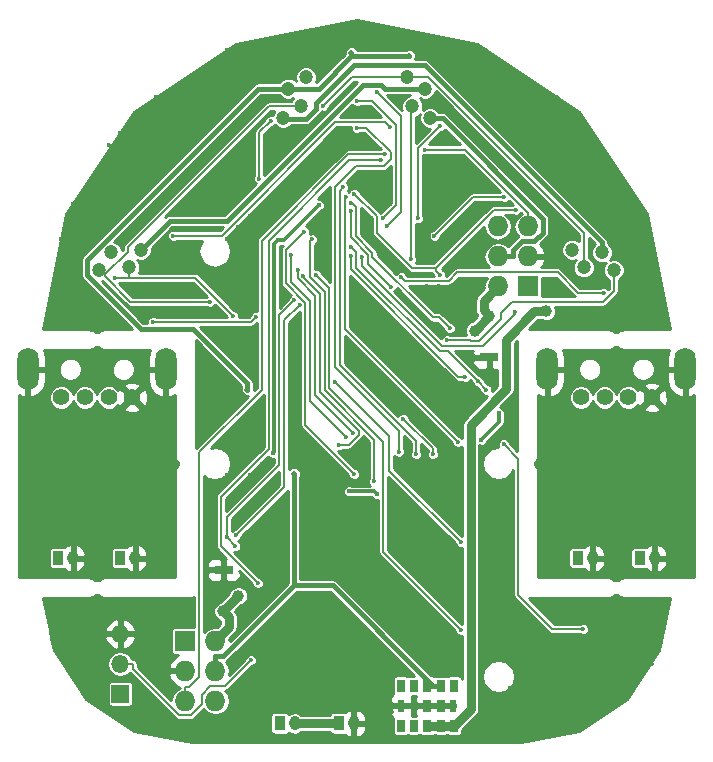
<source format=gbl>
G04 #@! TF.FileFunction,Copper,L2,Bot,Signal*
%FSLAX46Y46*%
G04 Gerber Fmt 4.6, Leading zero omitted, Abs format (unit mm)*
G04 Created by KiCad (PCBNEW 4.0.1-stable) date 2016/12/03 22:45:12*
%MOMM*%
G01*
G04 APERTURE LIST*
%ADD10C,0.100000*%
%ADD11C,1.400000*%
%ADD12O,1.800000X3.600000*%
%ADD13R,1.727200X1.727200*%
%ADD14O,1.727200X1.727200*%
%ADD15R,0.950000X1.250000*%
%ADD16O,0.950000X1.250000*%
%ADD17R,0.800000X1.100000*%
%ADD18R,0.700000X1.100000*%
%ADD19R,0.700000X1.000000*%
%ADD20R,0.600000X1.100000*%
%ADD21C,1.200000*%
%ADD22R,1.500000X1.500000*%
%ADD23O,1.500000X1.500000*%
%ADD24R,1.600000X0.800000*%
%ADD25C,0.400000*%
%ADD26C,0.360000*%
%ADD27C,0.500000*%
%ADD28C,1.000000*%
%ADD29C,0.300000*%
%ADD30C,0.199000*%
%ADD31C,0.400000*%
%ADD32C,0.200000*%
%ADD33C,0.800000*%
%ADD34C,0.254000*%
G04 APERTURE END LIST*
D10*
D11*
X162000000Y-128400000D03*
X164000000Y-128400000D03*
X166000000Y-128400000D03*
X168000000Y-128400000D03*
D12*
X170850000Y-126000000D03*
X159150000Y-126000000D03*
D13*
X157500000Y-119000000D03*
D14*
X154960000Y-119000000D03*
X157500000Y-116460000D03*
X154960000Y-116460000D03*
X157500000Y-113920000D03*
X154960000Y-113920000D03*
D13*
X128500000Y-149000000D03*
D14*
X131040000Y-149000000D03*
X128500000Y-151540000D03*
X131040000Y-151540000D03*
X128500000Y-154080000D03*
X131040000Y-154080000D03*
D15*
X136500000Y-156000000D03*
D16*
X137750000Y-156000000D03*
D15*
X141500000Y-156000000D03*
D16*
X142750000Y-156000000D03*
D17*
X149000000Y-154500000D03*
D18*
X146750000Y-152800000D03*
D19*
X147850000Y-152800000D03*
D17*
X149000000Y-152800000D03*
D19*
X150150000Y-152800000D03*
D18*
X151250000Y-152800000D03*
D20*
X151200000Y-154500000D03*
D18*
X151250000Y-156200000D03*
D19*
X150150000Y-156200000D03*
D17*
X149000000Y-156200000D03*
D19*
X147850000Y-156200000D03*
D18*
X146750000Y-156200000D03*
D20*
X146800000Y-154500000D03*
D18*
X150150000Y-154500000D03*
D21*
X122234833Y-116110688D03*
X124765167Y-115889312D03*
X121234833Y-117610688D03*
X123765167Y-117389312D03*
X136779467Y-104750706D03*
X137220533Y-102249294D03*
X138279467Y-103750706D03*
X138720533Y-101249294D03*
X147279467Y-101249294D03*
X147720533Y-103750706D03*
X148779467Y-102249294D03*
X149220533Y-104750706D03*
X161234833Y-115889312D03*
X163765167Y-116110688D03*
X162234833Y-117389312D03*
X164765167Y-117610688D03*
D22*
X123000000Y-153500000D03*
D23*
X123000000Y-150960000D03*
X123000000Y-148420000D03*
D15*
X117750000Y-142000000D03*
D16*
X119000000Y-142000000D03*
D15*
X123000000Y-142000000D03*
D16*
X124250000Y-142000000D03*
D11*
X118000000Y-128400000D03*
X120000000Y-128400000D03*
X122000000Y-128400000D03*
X124000000Y-128400000D03*
D12*
X126850000Y-126000000D03*
X115150000Y-126000000D03*
D15*
X161750000Y-142000000D03*
D16*
X163000000Y-142000000D03*
D15*
X167000000Y-142000000D03*
D16*
X168250000Y-142000000D03*
D24*
X154250000Y-125000000D03*
X131750000Y-143000000D03*
D25*
X153551200Y-131963800D03*
X155050000Y-129717400D03*
X139808800Y-112115500D03*
X136323100Y-115079200D03*
X144724300Y-136578800D03*
X142400000Y-136336800D03*
X135947200Y-133091000D03*
D26*
X142500000Y-104000000D03*
X143500000Y-104000000D03*
X144000000Y-104500000D03*
X146000000Y-103000000D03*
X148400000Y-106400000D03*
X148400000Y-105600000D03*
X149000000Y-116000000D03*
X149600000Y-115400000D03*
X149600000Y-116000000D03*
X157000000Y-107000000D03*
X138800000Y-110200000D03*
X140500000Y-115250000D03*
X140500000Y-112000000D03*
X140600000Y-115800000D03*
X136999700Y-119500000D03*
X136600000Y-119000000D03*
X150000000Y-134000000D03*
X150000000Y-135000000D03*
X148750000Y-135000000D03*
X148750000Y-134000000D03*
X150000000Y-132175300D03*
X147500000Y-135000000D03*
X147500000Y-134000000D03*
X127000000Y-146000000D03*
X126000000Y-147000000D03*
X126000000Y-149000000D03*
X126000000Y-151000000D03*
X125000000Y-150000000D03*
X125000000Y-148000000D03*
X125000000Y-146000000D03*
X124000000Y-147000000D03*
X123000000Y-146000000D03*
X122000000Y-147000000D03*
X121000000Y-146000000D03*
X121000000Y-148000000D03*
X129000000Y-147000000D03*
X128500000Y-147500000D03*
X138000000Y-126000000D03*
X138000000Y-125000000D03*
X138000000Y-124000000D03*
X137500000Y-123500000D03*
X142500000Y-124500000D03*
X144000000Y-126000000D03*
X144000000Y-127000000D03*
X143000000Y-125000000D03*
X143000000Y-126000000D03*
X142500000Y-125500000D03*
X156500000Y-131000000D03*
X156500000Y-129000000D03*
X156500000Y-127500000D03*
X156500000Y-126000000D03*
X156000000Y-130000000D03*
X156000000Y-132000000D03*
X150000000Y-141000000D03*
X150000000Y-140000000D03*
X149000000Y-139000000D03*
X149000000Y-140000000D03*
X144000000Y-122000000D03*
X144000000Y-121000000D03*
X144000000Y-120000000D03*
X143000000Y-122000000D03*
X143000000Y-121000000D03*
X136500000Y-112500000D03*
X135500000Y-112500000D03*
X136000000Y-112000000D03*
X135500000Y-106500000D03*
X136000000Y-106000000D03*
X137000000Y-106000000D03*
X137500000Y-106500000D03*
X138000000Y-106000000D03*
X137500000Y-105500000D03*
X134000000Y-108000000D03*
X134000000Y-110000000D03*
X133000000Y-110000000D03*
X123500000Y-114500000D03*
X124500000Y-113500000D03*
X125500000Y-112500000D03*
X126500000Y-111500000D03*
X127500000Y-110500000D03*
X131000000Y-107500000D03*
X130500000Y-108000000D03*
X130000000Y-108500000D03*
X125500000Y-117500000D03*
X125000000Y-117000000D03*
X125000000Y-119000000D03*
X126000000Y-119000000D03*
X126000000Y-121000000D03*
X126500000Y-115500000D03*
X132000000Y-118000000D03*
X131000000Y-118000000D03*
X130000000Y-118000000D03*
X129000000Y-116000000D03*
X129173900Y-117173900D03*
X129000000Y-112000000D03*
X130000000Y-112000000D03*
X131000000Y-112000000D03*
X132000000Y-112000000D03*
X135000000Y-114000000D03*
X134000000Y-113000000D03*
X134000000Y-114000000D03*
X133000000Y-115000000D03*
X133000000Y-114000000D03*
X132000000Y-115000000D03*
X133000000Y-116000000D03*
X133000000Y-117000000D03*
X132000000Y-119000000D03*
X131000000Y-119000000D03*
X130000000Y-121000000D03*
X131000000Y-121000000D03*
X144000000Y-123000000D03*
X146000000Y-124000000D03*
X146000000Y-122000000D03*
X147000000Y-123000000D03*
X146000000Y-123000000D03*
X149000000Y-125000000D03*
X148000000Y-125000000D03*
X148000000Y-126000000D03*
X149000000Y-128000000D03*
X149000000Y-122000000D03*
X150000000Y-123000000D03*
X151000000Y-121000000D03*
X150000000Y-121000000D03*
X150000000Y-129000000D03*
X153000000Y-117000000D03*
X151000000Y-120000000D03*
X152072500Y-118572500D03*
X153000000Y-119500000D03*
X153000000Y-118500000D03*
X150000000Y-120000000D03*
X149000000Y-120000000D03*
X150000000Y-119000000D03*
X149000000Y-119000000D03*
X153000000Y-116000000D03*
X152500000Y-116500000D03*
X153500000Y-116500000D03*
X153500000Y-115500000D03*
X153500000Y-114500000D03*
X150478500Y-105978500D03*
X151000000Y-106500000D03*
X150000000Y-106500000D03*
X149500000Y-108000000D03*
X150500000Y-108000000D03*
X151000000Y-108500000D03*
X153000000Y-112000000D03*
X152000000Y-113000000D03*
X152000000Y-111000000D03*
X151000000Y-112000000D03*
X151000000Y-111000000D03*
X153000000Y-113000000D03*
X154000000Y-112000000D03*
X168000000Y-121000000D03*
X166000000Y-119000000D03*
X167000000Y-119000000D03*
X166000000Y-117000000D03*
X168000000Y-117000000D03*
X165000000Y-116000000D03*
X166000000Y-116000000D03*
X169000000Y-122000000D03*
X168000000Y-122000000D03*
X166000000Y-122000000D03*
X165000000Y-122000000D03*
X164000000Y-122000000D03*
X163000000Y-122000000D03*
X162000000Y-122000000D03*
X159000000Y-119000000D03*
X160000000Y-119000000D03*
X162000000Y-119000000D03*
X161000000Y-118000000D03*
X160000000Y-117000000D03*
X159000000Y-116000000D03*
X160000000Y-115000000D03*
X161000000Y-114000000D03*
X160000000Y-113000000D03*
X152000000Y-99000000D03*
X151000000Y-100000000D03*
X152000000Y-101000000D03*
X153000000Y-100000000D03*
X154000000Y-99000000D03*
X168000000Y-115000000D03*
X167000000Y-114000000D03*
X165000000Y-114000000D03*
X166000000Y-113000000D03*
X167000000Y-112000000D03*
X166000000Y-111000000D03*
X165000000Y-112000000D03*
X164000000Y-113000000D03*
X163000000Y-112000000D03*
X164000000Y-111000000D03*
X165000000Y-110000000D03*
X164000000Y-109000000D03*
X163000000Y-110000000D03*
X162000000Y-111000000D03*
X161000000Y-110000000D03*
X160000000Y-109000000D03*
X162000000Y-109000000D03*
X163000000Y-108000000D03*
X163000000Y-106000000D03*
X162000000Y-107000000D03*
X161000000Y-108000000D03*
X160000000Y-107000000D03*
X161000000Y-106000000D03*
X162000000Y-105000000D03*
X161000000Y-104000000D03*
X160000000Y-105000000D03*
X159000000Y-106000000D03*
X157000000Y-106000000D03*
X158000000Y-105000000D03*
X159000000Y-104000000D03*
X160000000Y-103000000D03*
X158000000Y-103000000D03*
X157000000Y-104000000D03*
X156000000Y-105000000D03*
X155000000Y-104000000D03*
X156000000Y-103000000D03*
X157000000Y-102000000D03*
X156000000Y-101000000D03*
X155000000Y-102000000D03*
X154000000Y-103000000D03*
X153000000Y-102000000D03*
X154000000Y-101000000D03*
X155000000Y-100000000D03*
X143500000Y-113000000D03*
X145500000Y-110000000D03*
X145000000Y-109500000D03*
X144500000Y-110000000D03*
X145000000Y-110500000D03*
X145500000Y-111000000D03*
X145500000Y-112000000D03*
X145000000Y-111500000D03*
X144500000Y-112000000D03*
X144500000Y-111000000D03*
X144000000Y-111500000D03*
X143500000Y-111000000D03*
X144000000Y-110500000D03*
X144000000Y-109500000D03*
X143500000Y-110000000D03*
X143000000Y-109500000D03*
X142000000Y-107000000D03*
X141500000Y-107500000D03*
X141000000Y-108000000D03*
X143000000Y-107000000D03*
X144000000Y-107000000D03*
X147000000Y-98000000D03*
X143000000Y-98000000D03*
X143000000Y-97000000D03*
X141000000Y-100000000D03*
X139000000Y-100000000D03*
X139000000Y-98000000D03*
X139000000Y-99000000D03*
X140000000Y-100000000D03*
X138000000Y-100000000D03*
X137000000Y-101000000D03*
X119000000Y-117000000D03*
X118000000Y-117000000D03*
X118000000Y-115000000D03*
X120000000Y-115000000D03*
X119000000Y-114000000D03*
X121000000Y-114000000D03*
X120000000Y-113000000D03*
X119000000Y-112000000D03*
X120000000Y-111000000D03*
X121000000Y-112000000D03*
X122000000Y-113000000D03*
X123000000Y-112000000D03*
X122000000Y-111000000D03*
X121000000Y-110000000D03*
X122000000Y-109000000D03*
X123000000Y-110000000D03*
X124000000Y-111000000D03*
X125000000Y-110000000D03*
X124000000Y-109000000D03*
X123000000Y-108000000D03*
X122000000Y-107000000D03*
X123000000Y-106000000D03*
X124000000Y-107000000D03*
X125000000Y-108000000D03*
X126000000Y-109000000D03*
X126000000Y-107000000D03*
X125000000Y-106000000D03*
X124000000Y-105000000D03*
X125000000Y-104000000D03*
X126000000Y-105000000D03*
X127000000Y-106000000D03*
X129000000Y-106000000D03*
X128000000Y-105000000D03*
X127000000Y-104000000D03*
X126000000Y-103000000D03*
X128000000Y-103000000D03*
X129000000Y-104000000D03*
X130000000Y-105000000D03*
X131000000Y-104000000D03*
X130000000Y-103000000D03*
X129000000Y-102000000D03*
X130000000Y-101000000D03*
X131000000Y-102000000D03*
X132000000Y-103000000D03*
X120000000Y-121000000D03*
X120000000Y-120000000D03*
X120000000Y-119000000D03*
X119000000Y-119000000D03*
X134000000Y-99000000D03*
X134000000Y-101000000D03*
X133000000Y-100000000D03*
X132000000Y-99000000D03*
X131000000Y-100000000D03*
X132000000Y-101000000D03*
X133000000Y-102000000D03*
X118000000Y-121000000D03*
X118000000Y-122000000D03*
X117000000Y-122000000D03*
X119000000Y-121000000D03*
X134000000Y-135000000D03*
X135000000Y-134000000D03*
X133000000Y-131000000D03*
X132000000Y-132000000D03*
X133000000Y-133000000D03*
X131000000Y-136000000D03*
X132000000Y-135000000D03*
X132000000Y-128000000D03*
X133000000Y-129000000D03*
X132000000Y-130000000D03*
X131000000Y-131000000D03*
X130000000Y-132000000D03*
X130000000Y-130000000D03*
X131000000Y-129000000D03*
X130000000Y-128000000D03*
X131000000Y-127000000D03*
X130000000Y-126000000D03*
X131000000Y-123000000D03*
X132000000Y-124000000D03*
X133000000Y-123000000D03*
X133000000Y-125000000D03*
X134000000Y-126000000D03*
X134000000Y-124000000D03*
X143000000Y-134000000D03*
X134000000Y-138000000D03*
X133000000Y-139000000D03*
X141000000Y-136000000D03*
X138000000Y-130000000D03*
X138000000Y-129000000D03*
X134000000Y-141000000D03*
X135000000Y-142000000D03*
X135000000Y-140000000D03*
X137000000Y-140000000D03*
X136000000Y-141000000D03*
X137000000Y-142000000D03*
X136000000Y-143000000D03*
X137000000Y-144000000D03*
X136000000Y-145000000D03*
X164000000Y-151000000D03*
X162000000Y-151000000D03*
X161000000Y-150000000D03*
X163000000Y-150000000D03*
X165000000Y-150000000D03*
X159000000Y-146000000D03*
X160000000Y-147000000D03*
X161000000Y-146000000D03*
X162000000Y-147000000D03*
X163000000Y-146000000D03*
X164000000Y-147000000D03*
X165000000Y-146000000D03*
X167000000Y-146000000D03*
X166000000Y-147000000D03*
X166000000Y-149000000D03*
X167000000Y-148000000D03*
X168000000Y-147000000D03*
X169000000Y-146000000D03*
X169000000Y-148000000D03*
X168000000Y-149000000D03*
X168000000Y-151000000D03*
X167000000Y-150000000D03*
X167000000Y-152000000D03*
X166000000Y-151000000D03*
X166000000Y-153000000D03*
X157000000Y-148000000D03*
X162000000Y-155000000D03*
X158000000Y-155000000D03*
X159000000Y-154000000D03*
X158000000Y-153000000D03*
X159000000Y-152000000D03*
X160000000Y-153000000D03*
X161000000Y-154000000D03*
X160000000Y-155000000D03*
X161000000Y-156000000D03*
X160000000Y-157000000D03*
X159000000Y-156000000D03*
X158000000Y-157000000D03*
X157000000Y-156000000D03*
X156000000Y-157000000D03*
X154000000Y-157000000D03*
X152000000Y-157000000D03*
X153000000Y-156000000D03*
X155000000Y-156000000D03*
X156000000Y-155000000D03*
X154000000Y-155000000D03*
X154000000Y-153000000D03*
X155000000Y-154000000D03*
X156000000Y-153000000D03*
X157000000Y-154000000D03*
X157000000Y-152000000D03*
X157000000Y-150000000D03*
X156000000Y-151000000D03*
X155000000Y-150000000D03*
X156000000Y-149000000D03*
X154000000Y-149000000D03*
X154000000Y-147000000D03*
X156000000Y-147000000D03*
X156000000Y-145000000D03*
X156000000Y-143000000D03*
X156000000Y-141000000D03*
X156000000Y-139000000D03*
X156000000Y-137000000D03*
X155000000Y-136000000D03*
X155000000Y-138000000D03*
X155000000Y-140000000D03*
X155000000Y-142000000D03*
X154000000Y-143000000D03*
X155000000Y-144000000D03*
X154000000Y-145000000D03*
X155000000Y-146000000D03*
X151000000Y-144000000D03*
X150000000Y-143000000D03*
X146000000Y-143000000D03*
X146000000Y-145000000D03*
X146000000Y-147000000D03*
X147000000Y-148000000D03*
X148000000Y-147000000D03*
X147000000Y-146000000D03*
X147000000Y-144000000D03*
X151000000Y-148000000D03*
X149000000Y-148000000D03*
X150000000Y-147000000D03*
X151000000Y-146000000D03*
X150000000Y-145000000D03*
X149000000Y-146000000D03*
X148000000Y-145000000D03*
X149000000Y-144000000D03*
X148000000Y-143000000D03*
X144000000Y-139000000D03*
X144000000Y-137000000D03*
X144000000Y-141000000D03*
X145000000Y-142000000D03*
X145000000Y-144000000D03*
X145000000Y-146000000D03*
X144000000Y-145000000D03*
X143000000Y-144000000D03*
X144000000Y-143000000D03*
X143000000Y-142000000D03*
X139000000Y-132000000D03*
X140000000Y-133000000D03*
X140000000Y-135000000D03*
X139000000Y-134000000D03*
X142000000Y-138000000D03*
X142000000Y-139000000D03*
X141000000Y-140000000D03*
X142137436Y-140862556D03*
X142000000Y-143000000D03*
X141000000Y-142000000D03*
X140000000Y-141000000D03*
X140000000Y-139000000D03*
X139000000Y-138000000D03*
X139000000Y-140000000D03*
X139000000Y-142000000D03*
X140000000Y-143000000D03*
X141000000Y-150000000D03*
X142000000Y-149000000D03*
X142000000Y-147000000D03*
X141000000Y-146000000D03*
X141000000Y-148000000D03*
X140000000Y-149000000D03*
X139000000Y-150000000D03*
X139000000Y-148000000D03*
X140000000Y-147000000D03*
X140000000Y-145000000D03*
X139000000Y-146000000D03*
X137000000Y-146000000D03*
X138000000Y-145000000D03*
X138000000Y-147000000D03*
X136000000Y-149000000D03*
X136000000Y-147000000D03*
X137000000Y-148000000D03*
X138000000Y-149000000D03*
X138000000Y-151000000D03*
X138000000Y-153000000D03*
X138000000Y-155000000D03*
X140000000Y-151000000D03*
X141000000Y-152000000D03*
X142000000Y-151000000D03*
X143000000Y-150000000D03*
X144000000Y-149000000D03*
X143000000Y-148000000D03*
X145000000Y-156000000D03*
X146000000Y-155000000D03*
X146000000Y-153000000D03*
X145000000Y-154000000D03*
X144000000Y-155000000D03*
X143000000Y-154000000D03*
X143000000Y-152000000D03*
X144000000Y-153000000D03*
X142000000Y-153000000D03*
X141000000Y-154000000D03*
X121000000Y-150000000D03*
X121000000Y-152000000D03*
X120000000Y-153000000D03*
X121000000Y-154000000D03*
X122000000Y-155000000D03*
X124000000Y-155000000D03*
X125000000Y-156000000D03*
X125000000Y-154000000D03*
X126000000Y-155000000D03*
X126000000Y-157000000D03*
X128000000Y-157000000D03*
X127000000Y-156000000D03*
X131000000Y-156000000D03*
X130000000Y-155000000D03*
X133000000Y-156000000D03*
X132000000Y-155000000D03*
X133000000Y-154000000D03*
X134000000Y-153000000D03*
X135000000Y-154000000D03*
X134000000Y-155000000D03*
X135000000Y-156000000D03*
X117000000Y-146000000D03*
X118000000Y-147000000D03*
X119000000Y-146000000D03*
X120000000Y-147000000D03*
X119000000Y-148000000D03*
X118000000Y-149000000D03*
X119000000Y-150000000D03*
X119000000Y-152000000D03*
X120000000Y-151000000D03*
X120000000Y-149000000D03*
D27*
X146361200Y-98513100D03*
X135117000Y-98513100D03*
X139638800Y-98513100D03*
X150939200Y-98689900D03*
D26*
X142804300Y-111137200D03*
X162186700Y-148018400D03*
X155457400Y-132378400D03*
X150055900Y-118017100D03*
X156500000Y-112491700D03*
D28*
X159074900Y-121099700D03*
D27*
X137710000Y-134892700D03*
X147444700Y-99471000D03*
X142566900Y-99245400D03*
X133763800Y-127726000D03*
D26*
X149453000Y-133205700D03*
X146949100Y-130201500D03*
X130599000Y-120286700D03*
X140185700Y-103684500D03*
X148050000Y-133200000D03*
X141864400Y-110611600D03*
X151596800Y-132185800D03*
X142101500Y-111426600D03*
X143000000Y-105564300D03*
X146599600Y-133005500D03*
X150900000Y-122550000D03*
X142523200Y-111945400D03*
X122575600Y-118313000D03*
X132543800Y-121489600D03*
X141188100Y-127067700D03*
X151831300Y-140643300D03*
X145891700Y-119012600D03*
X142496300Y-112571700D03*
X150649400Y-123535600D03*
X151852700Y-148106300D03*
X139541700Y-117988800D03*
D28*
X154250000Y-121500000D03*
X153000000Y-122750000D03*
D26*
X148822000Y-107403900D03*
D28*
X133000000Y-145200000D03*
X131700000Y-146500000D03*
D26*
X145407600Y-107824600D03*
X145067500Y-108305000D03*
X134658200Y-144120000D03*
X149599500Y-114710400D03*
X155500000Y-111460600D03*
X134061100Y-150638600D03*
X127500000Y-114686300D03*
X145823200Y-105484000D03*
X156400000Y-121200000D03*
X143466900Y-116523800D03*
X163919800Y-119525500D03*
X146784500Y-118222900D03*
X125803500Y-121992600D03*
X134469900Y-121617000D03*
X135748300Y-104956300D03*
X134778000Y-109869700D03*
X143050200Y-103289700D03*
X145208100Y-113233300D03*
X144703900Y-102521500D03*
X145581100Y-113863100D03*
X150087000Y-105398200D03*
X148212100Y-113226600D03*
X154000000Y-127750000D03*
X153250000Y-127000000D03*
X142506200Y-115642600D03*
X152201900Y-126644400D03*
X142502900Y-116447900D03*
X132000000Y-140250000D03*
X132750000Y-141000000D03*
X137732000Y-120156200D03*
X132828400Y-140044900D03*
X138186100Y-120579900D03*
X142662700Y-131378100D03*
X138003200Y-117595700D03*
X142133200Y-131717400D03*
X137478600Y-116329200D03*
X142800000Y-134887400D03*
X138555900Y-114348100D03*
X138483600Y-118076100D03*
X141527900Y-132399900D03*
X139216000Y-115016900D03*
X144503600Y-135510200D03*
X147640200Y-116714900D03*
D29*
X155050000Y-130465000D02*
X155050000Y-129717400D01*
X153551200Y-131963800D02*
X155050000Y-130465000D01*
X144482300Y-136336800D02*
X144724300Y-136578800D01*
X142400000Y-136336800D02*
X144482300Y-136336800D01*
X136004500Y-115397800D02*
X136323100Y-115079200D01*
X136004500Y-133033700D02*
X136004500Y-115397800D01*
X135947200Y-133091000D02*
X136004500Y-133033700D01*
X136845100Y-115079200D02*
X139808800Y-112115500D01*
X136323100Y-115079200D02*
X136845100Y-115079200D01*
D30*
X142500000Y-104000000D02*
X143500000Y-104000000D01*
X148400000Y-105600000D02*
X148400000Y-106400000D01*
X149600000Y-116000000D02*
X149600000Y-115400000D01*
X157000000Y-106000000D02*
X157000000Y-107000000D01*
X140500000Y-112000000D02*
X140500000Y-115250000D01*
X136750000Y-119150000D02*
X136600000Y-119000000D01*
X136750000Y-119250300D02*
X136750000Y-119150000D01*
X136999700Y-119500000D02*
X136750000Y-119250300D01*
X148750000Y-134000000D02*
X147500000Y-134000000D01*
X150000000Y-132175300D02*
X150000000Y-134000000D01*
X150000000Y-135000000D02*
X148750000Y-135000000D01*
X127000000Y-146000000D02*
X128500000Y-147500000D01*
X126000000Y-149000000D02*
X126000000Y-147000000D01*
X125000000Y-150000000D02*
X126000000Y-151000000D01*
X125000000Y-146000000D02*
X125000000Y-148000000D01*
X123000000Y-146000000D02*
X124000000Y-147000000D01*
X121000000Y-146000000D02*
X122000000Y-147000000D01*
X121000000Y-150000000D02*
X121000000Y-148000000D01*
X138000000Y-125000000D02*
X138000000Y-124000000D01*
X138000000Y-126000000D02*
X138000000Y-129000000D01*
X142500000Y-125500000D02*
X142500000Y-124500000D01*
X144000000Y-127000000D02*
X143000000Y-126000000D01*
X144000000Y-126000000D02*
X144000000Y-127000000D01*
X156500000Y-129000000D02*
X156500000Y-131000000D01*
X156500000Y-126000000D02*
X156500000Y-127500000D01*
X156000000Y-132000000D02*
X156000000Y-130000000D01*
X150000000Y-141000000D02*
X149000000Y-140000000D01*
X150000000Y-143000000D02*
X150000000Y-141000000D01*
X149000000Y-139000000D02*
X150000000Y-140000000D01*
X144000000Y-120000000D02*
X143000000Y-121000000D01*
X144000000Y-122000000D02*
X144000000Y-121000000D01*
X136000000Y-112000000D02*
X135500000Y-112500000D01*
X135500000Y-106500000D02*
X136000000Y-106000000D01*
X137000000Y-106000000D02*
X137500000Y-106500000D01*
X138000000Y-106000000D02*
X137500000Y-105500000D01*
X132000000Y-112000000D02*
X132000000Y-111000000D01*
X134000000Y-110000000D02*
X134000000Y-108000000D01*
X132000000Y-111000000D02*
X133000000Y-110000000D01*
X130000000Y-108500000D02*
X129500000Y-108500000D01*
X124500000Y-113500000D02*
X123500000Y-114500000D01*
X126500000Y-111500000D02*
X125500000Y-112500000D01*
X129500000Y-108500000D02*
X127500000Y-110500000D01*
X130000000Y-108500000D02*
X130500000Y-108000000D01*
X125500000Y-117500000D02*
X125500000Y-117000000D01*
X130000000Y-121000000D02*
X126000000Y-121000000D01*
X126000000Y-119000000D02*
X125000000Y-119000000D01*
X125500000Y-117500000D02*
X125000000Y-117000000D01*
X126500000Y-116000000D02*
X126500000Y-115500000D01*
X125500000Y-117000000D02*
X126500000Y-116000000D01*
X132000000Y-118000000D02*
X131000000Y-118000000D01*
X129000000Y-117000000D02*
X129000000Y-116000000D01*
X129173900Y-117173900D02*
X129000000Y-117000000D01*
X130000000Y-112000000D02*
X129000000Y-112000000D01*
X132000000Y-112000000D02*
X131000000Y-112000000D01*
X134000000Y-113000000D02*
X135000000Y-114000000D01*
X133000000Y-115000000D02*
X134000000Y-114000000D01*
X132000000Y-115000000D02*
X133000000Y-114000000D01*
X133000000Y-117000000D02*
X133000000Y-116000000D01*
X131000000Y-119000000D02*
X132000000Y-119000000D01*
X131000000Y-121000000D02*
X130000000Y-121000000D01*
X148000000Y-125000000D02*
X146000000Y-123000000D01*
X145000000Y-123000000D02*
X144000000Y-123000000D01*
X146000000Y-124000000D02*
X145000000Y-123000000D01*
X147000000Y-123000000D02*
X146000000Y-122000000D01*
X149000000Y-125000000D02*
X148000000Y-125000000D01*
X148000000Y-126000000D02*
X149000000Y-127000000D01*
X149000000Y-127000000D02*
X149000000Y-128000000D01*
X150000000Y-123000000D02*
X149000000Y-122000000D01*
X150000000Y-121000000D02*
X151000000Y-121000000D01*
X153500000Y-116500000D02*
X153000000Y-117000000D01*
X151000000Y-119645000D02*
X151000000Y-120000000D01*
X152072500Y-118572500D02*
X151000000Y-119645000D01*
X153000000Y-118500000D02*
X153000000Y-119500000D01*
X150000000Y-120000000D02*
X149000000Y-120000000D01*
X150000000Y-119000000D02*
X149000000Y-119000000D01*
X153500000Y-116500000D02*
X152500000Y-116500000D01*
X153500000Y-115000000D02*
X153500000Y-115500000D01*
X153500000Y-114500000D02*
X153500000Y-115000000D01*
X151000000Y-111000000D02*
X151000000Y-108500000D01*
X150478500Y-105978500D02*
X150500000Y-106000000D01*
X150000000Y-106500000D02*
X151000000Y-106500000D01*
X150500000Y-108000000D02*
X149500000Y-108000000D01*
X153000000Y-113000000D02*
X152000000Y-113000000D01*
X151000000Y-111000000D02*
X151000000Y-112000000D01*
X154000000Y-112000000D02*
X153000000Y-113000000D01*
X168000000Y-121000000D02*
X168000000Y-120000000D01*
X168000000Y-122000000D02*
X168000000Y-121000000D01*
X166000000Y-119000000D02*
X166000000Y-117000000D01*
X168000000Y-120000000D02*
X167000000Y-119000000D01*
X168000000Y-117000000D02*
X166000000Y-117000000D01*
X166000000Y-117000000D02*
X166000000Y-116000000D01*
X166000000Y-122000000D02*
X168000000Y-122000000D01*
X164000000Y-122000000D02*
X165000000Y-122000000D01*
X162000000Y-122000000D02*
X163000000Y-122000000D01*
X160000000Y-119000000D02*
X159000000Y-119000000D01*
X160000000Y-117000000D02*
X161000000Y-118000000D01*
X160000000Y-115000000D02*
X159000000Y-116000000D01*
X160000000Y-113000000D02*
X161000000Y-114000000D01*
X154000000Y-99000000D02*
X155000000Y-100000000D01*
X152000000Y-99000000D02*
X151000000Y-100000000D01*
X152000000Y-101000000D02*
X153000000Y-100000000D01*
X167000000Y-114000000D02*
X168000000Y-115000000D01*
X166000000Y-113000000D02*
X165000000Y-114000000D01*
X166000000Y-111000000D02*
X167000000Y-112000000D01*
X164000000Y-113000000D02*
X165000000Y-112000000D01*
X164000000Y-111000000D02*
X163000000Y-112000000D01*
X164000000Y-109000000D02*
X165000000Y-110000000D01*
X162000000Y-111000000D02*
X163000000Y-110000000D01*
X160000000Y-109000000D02*
X161000000Y-110000000D01*
X163000000Y-108000000D02*
X162000000Y-109000000D01*
X162000000Y-107000000D02*
X163000000Y-106000000D01*
X160000000Y-107000000D02*
X161000000Y-108000000D01*
X162000000Y-105000000D02*
X161000000Y-106000000D01*
X160000000Y-105000000D02*
X161000000Y-104000000D01*
X157000000Y-106000000D02*
X159000000Y-106000000D01*
X159000000Y-104000000D02*
X158000000Y-105000000D01*
X158000000Y-103000000D02*
X160000000Y-103000000D01*
X156000000Y-105000000D02*
X157000000Y-104000000D01*
X156000000Y-103000000D02*
X155000000Y-104000000D01*
X156000000Y-101000000D02*
X157000000Y-102000000D01*
X154000000Y-103000000D02*
X155000000Y-102000000D01*
X154000000Y-101000000D02*
X153000000Y-102000000D01*
X144500000Y-110000000D02*
X145000000Y-109500000D01*
X145500000Y-111000000D02*
X145000000Y-110500000D01*
X145000000Y-111500000D02*
X145500000Y-112000000D01*
X144500000Y-111000000D02*
X144500000Y-112000000D01*
X143500000Y-111000000D02*
X144000000Y-111500000D01*
X144000000Y-109500000D02*
X144000000Y-110500000D01*
X143000000Y-109500000D02*
X143500000Y-110000000D01*
X142000000Y-107000000D02*
X141500000Y-107500000D01*
X141000000Y-108000000D02*
X142000000Y-107000000D01*
X142000000Y-107000000D02*
X143000000Y-107000000D01*
X143000000Y-97000000D02*
X146000000Y-97000000D01*
X146000000Y-97000000D02*
X147000000Y-98000000D01*
X139000000Y-98000000D02*
X142000000Y-98000000D01*
X142000000Y-98000000D02*
X143000000Y-97000000D01*
X140000000Y-100000000D02*
X141000000Y-100000000D01*
X134000000Y-101000000D02*
X137000000Y-101000000D01*
X139000000Y-99000000D02*
X139000000Y-98000000D01*
X138000000Y-100000000D02*
X140000000Y-100000000D01*
X132000000Y-103000000D02*
X133000000Y-102000000D01*
X118000000Y-117000000D02*
X118000000Y-118000000D01*
X118000000Y-118000000D02*
X118000000Y-115000000D01*
X120000000Y-115000000D02*
X119000000Y-114000000D01*
X121000000Y-114000000D02*
X120000000Y-113000000D01*
X119000000Y-112000000D02*
X120000000Y-111000000D01*
X121000000Y-112000000D02*
X122000000Y-113000000D01*
X123000000Y-112000000D02*
X122000000Y-111000000D01*
X121000000Y-110000000D02*
X122000000Y-109000000D01*
X123000000Y-110000000D02*
X124000000Y-111000000D01*
X125000000Y-110000000D02*
X124000000Y-109000000D01*
X123000000Y-108000000D02*
X122000000Y-107000000D01*
X123000000Y-106000000D02*
X124000000Y-107000000D01*
X125000000Y-108000000D02*
X126000000Y-109000000D01*
X126000000Y-107000000D02*
X125000000Y-106000000D01*
X124000000Y-105000000D02*
X125000000Y-104000000D01*
X126000000Y-105000000D02*
X127000000Y-106000000D01*
X129000000Y-106000000D02*
X128000000Y-105000000D01*
X127000000Y-104000000D02*
X126000000Y-103000000D01*
X128000000Y-103000000D02*
X129000000Y-104000000D01*
X130000000Y-105000000D02*
X131000000Y-104000000D01*
X130000000Y-103000000D02*
X129000000Y-102000000D01*
X130000000Y-101000000D02*
X131000000Y-102000000D01*
X120000000Y-121000000D02*
X120000000Y-120000000D01*
X120000000Y-119000000D02*
X119000000Y-119000000D01*
X119000000Y-119000000D02*
X119000000Y-117000000D01*
X134000000Y-101000000D02*
X134000000Y-99000000D01*
X132000000Y-99000000D02*
X133000000Y-100000000D01*
X132000000Y-101000000D02*
X131000000Y-100000000D01*
X118000000Y-121000000D02*
X118000000Y-122000000D01*
X117000000Y-122000000D02*
X118000000Y-122000000D01*
X118000000Y-122000000D02*
X118000000Y-121000000D01*
X118000000Y-121000000D02*
X119000000Y-121000000D01*
X135000000Y-134000000D02*
X134000000Y-135000000D01*
X133000000Y-133000000D02*
X133000000Y-134000000D01*
X132000000Y-132000000D02*
X133000000Y-131000000D01*
X133000000Y-134000000D02*
X132000000Y-135000000D01*
X133000000Y-129000000D02*
X132000000Y-128000000D01*
X131000000Y-131000000D02*
X132000000Y-130000000D01*
X130000000Y-130000000D02*
X130000000Y-132000000D01*
X130000000Y-128000000D02*
X131000000Y-129000000D01*
X130000000Y-126000000D02*
X131000000Y-127000000D01*
X132000000Y-124000000D02*
X131000000Y-123000000D01*
X133000000Y-125000000D02*
X133000000Y-123000000D01*
X134000000Y-124000000D02*
X134000000Y-126000000D01*
X133000000Y-139000000D02*
X134000000Y-138000000D01*
X138000000Y-129000000D02*
X138000000Y-130000000D01*
X135000000Y-140000000D02*
X135000000Y-142000000D01*
X136000000Y-141000000D02*
X137000000Y-140000000D01*
X136000000Y-143000000D02*
X137000000Y-142000000D01*
X136000000Y-145000000D02*
X137000000Y-144000000D01*
X161000000Y-150000000D02*
X162000000Y-151000000D01*
X165000000Y-150000000D02*
X163000000Y-150000000D01*
X160000000Y-147000000D02*
X159000000Y-146000000D01*
X162000000Y-147000000D02*
X161000000Y-146000000D01*
X164000000Y-147000000D02*
X163000000Y-146000000D01*
X167000000Y-146000000D02*
X165000000Y-146000000D01*
X166000000Y-149000000D02*
X166000000Y-147000000D01*
X168000000Y-147000000D02*
X167000000Y-148000000D01*
X169000000Y-148000000D02*
X169000000Y-146000000D01*
X168000000Y-151000000D02*
X168000000Y-149000000D01*
X167000000Y-152000000D02*
X167000000Y-150000000D01*
X166000000Y-153000000D02*
X166000000Y-151000000D01*
X161000000Y-154000000D02*
X162000000Y-155000000D01*
X158000000Y-154000000D02*
X158000000Y-155000000D01*
X159000000Y-154000000D02*
X158000000Y-154000000D01*
X158000000Y-152000000D02*
X158000000Y-153000000D01*
X159000000Y-152000000D02*
X158000000Y-152000000D01*
X161000000Y-154000000D02*
X160000000Y-153000000D01*
X161000000Y-156000000D02*
X160000000Y-155000000D01*
X159000000Y-156000000D02*
X160000000Y-157000000D01*
X157000000Y-156000000D02*
X158000000Y-157000000D01*
X154000000Y-157000000D02*
X156000000Y-157000000D01*
X153000000Y-156000000D02*
X152000000Y-157000000D01*
X156000000Y-155000000D02*
X155000000Y-156000000D01*
X154000000Y-153000000D02*
X154000000Y-155000000D01*
X156000000Y-153000000D02*
X155000000Y-154000000D01*
X157000000Y-152000000D02*
X157000000Y-154000000D01*
X156000000Y-151000000D02*
X157000000Y-150000000D01*
X156000000Y-149000000D02*
X155000000Y-150000000D01*
X154000000Y-147000000D02*
X154000000Y-149000000D01*
X156000000Y-145000000D02*
X156000000Y-147000000D01*
X156000000Y-141000000D02*
X156000000Y-143000000D01*
X156000000Y-137000000D02*
X156000000Y-139000000D01*
X155000000Y-138000000D02*
X155000000Y-136000000D01*
X155000000Y-142000000D02*
X155000000Y-140000000D01*
X155000000Y-144000000D02*
X154000000Y-143000000D01*
X155000000Y-146000000D02*
X154000000Y-145000000D01*
X148000000Y-143000000D02*
X150000000Y-143000000D01*
X146000000Y-143000000D02*
X146000000Y-145000000D01*
X146000000Y-147000000D02*
X147000000Y-148000000D01*
X148000000Y-147000000D02*
X147000000Y-146000000D01*
X150000000Y-147000000D02*
X149000000Y-148000000D01*
X150000000Y-145000000D02*
X151000000Y-146000000D01*
X148000000Y-145000000D02*
X149000000Y-146000000D01*
X148000000Y-143000000D02*
X149000000Y-144000000D01*
X144000000Y-137000000D02*
X144000000Y-139000000D01*
X144000000Y-141000000D02*
X144857798Y-141000000D01*
X145000000Y-144000000D02*
X145000000Y-142000000D01*
X144000000Y-145000000D02*
X145000000Y-146000000D01*
X144000000Y-143000000D02*
X143000000Y-144000000D01*
X142000000Y-143000000D02*
X143000000Y-142000000D01*
X139000000Y-138000000D02*
X139000000Y-134000000D01*
X140000000Y-135000000D02*
X140000000Y-133000000D01*
X142000000Y-139000000D02*
X142000000Y-138000000D01*
X141274880Y-140000000D02*
X141000000Y-140000000D01*
X142137436Y-140862556D02*
X141274880Y-140000000D01*
X141000000Y-142000000D02*
X142000000Y-143000000D01*
X140000000Y-139000000D02*
X140000000Y-141000000D01*
X139000000Y-140000000D02*
X139000000Y-138000000D01*
X140000000Y-143000000D02*
X139000000Y-142000000D01*
X135000000Y-154000000D02*
X137000000Y-154000000D01*
X142000000Y-149000000D02*
X141000000Y-150000000D01*
X141000000Y-146000000D02*
X142000000Y-147000000D01*
X140000000Y-149000000D02*
X141000000Y-148000000D01*
X139000000Y-148000000D02*
X139000000Y-150000000D01*
X140000000Y-145000000D02*
X140000000Y-147000000D01*
X137000000Y-146000000D02*
X139000000Y-146000000D01*
X138000000Y-147000000D02*
X138000000Y-145000000D01*
X136000000Y-147000000D02*
X136000000Y-149000000D01*
X138000000Y-149000000D02*
X137000000Y-148000000D01*
X138000000Y-153000000D02*
X138000000Y-151000000D01*
X137000000Y-154000000D02*
X138000000Y-155000000D01*
X140000000Y-151000000D02*
X141000000Y-152000000D01*
X142000000Y-151000000D02*
X143000000Y-150000000D01*
X144000000Y-149000000D02*
X143000000Y-148000000D01*
X146000000Y-155000000D02*
X145000000Y-156000000D01*
X145000000Y-154000000D02*
X146000000Y-153000000D01*
X143000000Y-154000000D02*
X144000000Y-155000000D01*
X144000000Y-153000000D02*
X143000000Y-152000000D01*
X141000000Y-154000000D02*
X142000000Y-153000000D01*
X131000000Y-156000000D02*
X127000000Y-156000000D01*
X121000000Y-152000000D02*
X120000000Y-153000000D01*
X121000000Y-154000000D02*
X122000000Y-155000000D01*
X124000000Y-155000000D02*
X125000000Y-156000000D01*
X125000000Y-154000000D02*
X126000000Y-155000000D01*
X126000000Y-157000000D02*
X128000000Y-157000000D01*
X130000000Y-155000000D02*
X131000000Y-156000000D01*
X131000000Y-156000000D02*
X133000000Y-156000000D01*
X132000000Y-155000000D02*
X133000000Y-154000000D01*
X134000000Y-153000000D02*
X135000000Y-154000000D01*
X134000000Y-155000000D02*
X135000000Y-156000000D01*
X123000000Y-148420000D02*
X119420000Y-148420000D01*
X119420000Y-148420000D02*
X117000000Y-146000000D01*
X118000000Y-147000000D02*
X119000000Y-146000000D01*
X120000000Y-147000000D02*
X119000000Y-148000000D01*
X118000000Y-149000000D02*
X119000000Y-150000000D01*
X119000000Y-152000000D02*
X120000000Y-151000000D01*
X120000000Y-149000000D02*
X121000000Y-150000000D01*
D31*
X127236100Y-151505800D02*
X127236100Y-151540000D01*
X124150300Y-148420000D02*
X127236100Y-151505800D01*
X123000000Y-148420000D02*
X124150300Y-148420000D01*
X128500000Y-151540000D02*
X127236100Y-151540000D01*
X151200000Y-154500000D02*
X150150000Y-154500000D01*
X150150000Y-154500000D02*
X149000000Y-154500000D01*
X149000000Y-154500000D02*
X146800000Y-154500000D01*
X135117000Y-98513100D02*
X139638800Y-98513100D01*
X150762400Y-98513100D02*
X146361200Y-98513100D01*
X150939200Y-98689900D02*
X150762400Y-98513100D01*
X146361200Y-98513100D02*
X139638800Y-98513100D01*
D32*
X156699700Y-133620700D02*
X155457400Y-132378400D01*
X156699700Y-145135200D02*
X156699700Y-133620700D01*
X159582900Y-148018400D02*
X156699700Y-145135200D01*
X162186700Y-148018400D02*
X159582900Y-148018400D01*
X147713900Y-117467800D02*
X149689300Y-117467800D01*
X144699500Y-114453400D02*
X147713900Y-117467800D01*
X144699500Y-113032400D02*
X144699500Y-114453400D01*
X142804300Y-111137200D02*
X144699500Y-113032400D01*
X149689300Y-117650500D02*
X150055900Y-118017100D01*
X149689300Y-117467800D02*
X149689300Y-117650500D01*
X154665400Y-112491700D02*
X156500000Y-112491700D01*
X149689300Y-117467800D02*
X154665400Y-112491700D01*
D33*
X149000000Y-156200000D02*
X150150000Y-156200000D01*
X150150000Y-156200000D02*
X151250000Y-156200000D01*
X158047200Y-121099700D02*
X159074900Y-121099700D01*
X155650400Y-123496500D02*
X158047200Y-121099700D01*
X155650400Y-127704300D02*
X155650400Y-123496500D01*
X152655900Y-130698800D02*
X155650400Y-127704300D01*
X152655900Y-154794100D02*
X152655900Y-130698800D01*
X151250000Y-156200000D02*
X152655900Y-154794100D01*
D31*
X149000000Y-152800000D02*
X149000000Y-152324800D01*
X150150000Y-152800000D02*
X149399700Y-152800000D01*
X131040000Y-151540000D02*
X131040000Y-150276100D01*
X149399700Y-152724500D02*
X149399700Y-152800000D01*
X149000000Y-152324800D02*
X149399700Y-152724500D01*
X140974800Y-144299600D02*
X149000000Y-152324800D01*
X137710000Y-144299600D02*
X140974800Y-144299600D01*
X131733500Y-150276100D02*
X137710000Y-144299600D01*
X131040000Y-150276100D02*
X131733500Y-150276100D01*
X137710000Y-144299600D02*
X137710000Y-134892700D01*
X142566900Y-99245400D02*
X142566900Y-99471000D01*
X142566900Y-99471000D02*
X147444700Y-99471000D01*
X137220500Y-102250000D02*
X137220500Y-102249300D01*
X139787900Y-102250000D02*
X137220500Y-102250000D01*
X142566900Y-99471000D02*
X139787900Y-102250000D01*
X133763800Y-127190300D02*
X133763800Y-127726000D01*
X129173000Y-122599500D02*
X133763800Y-127190300D01*
X124741900Y-122599500D02*
X129173000Y-122599500D01*
X120202400Y-118060000D02*
X124741900Y-122599500D01*
X120202400Y-116725200D02*
X120202400Y-118060000D01*
X134677600Y-102250000D02*
X120202400Y-116725200D01*
X137220500Y-102250000D02*
X134677600Y-102250000D01*
X156223900Y-115936300D02*
X156223900Y-116460000D01*
X156970200Y-115190000D02*
X156223900Y-115936300D01*
X158032000Y-115190000D02*
X156970200Y-115190000D01*
X158779400Y-114442600D02*
X158032000Y-115190000D01*
X158779400Y-113252300D02*
X158779400Y-114442600D01*
X150277800Y-104750700D02*
X158779400Y-113252300D01*
X149220500Y-104750700D02*
X150277800Y-104750700D01*
X154960000Y-116460000D02*
X156223900Y-116460000D01*
D32*
X123641700Y-116048900D02*
X121715600Y-117975000D01*
X123641700Y-115664400D02*
X123641700Y-116048900D01*
X135555400Y-103750700D02*
X123641700Y-115664400D01*
X138279500Y-103750700D02*
X135555400Y-103750700D01*
X121599100Y-117975000D02*
X121234800Y-117610700D01*
X121715600Y-117975000D02*
X121599100Y-117975000D01*
X149453000Y-132705400D02*
X146949100Y-130201500D01*
X149453000Y-133205700D02*
X149453000Y-132705400D01*
X123854000Y-120286700D02*
X130599000Y-120286700D01*
X121715600Y-118148300D02*
X123854000Y-120286700D01*
X121715600Y-117975000D02*
X121715600Y-118148300D01*
X142620900Y-101249300D02*
X147279500Y-101249300D01*
X140185700Y-103684500D02*
X142620900Y-101249300D01*
X162234800Y-114431000D02*
X162234800Y-117389300D01*
X149053100Y-101249300D02*
X162234800Y-114431000D01*
X147279500Y-101249300D02*
X149053100Y-101249300D01*
X141581400Y-110894600D02*
X141864400Y-110611600D01*
X141581400Y-125624700D02*
X141581400Y-110894600D01*
X148050000Y-132093300D02*
X141581400Y-125624700D01*
X148050000Y-133200000D02*
X148050000Y-132093300D01*
X142015900Y-111512200D02*
X142101500Y-111426600D01*
X142015900Y-122604900D02*
X142015900Y-111512200D01*
X151596800Y-132185800D02*
X142015900Y-122604900D01*
X143840200Y-105564300D02*
X143000000Y-105564300D01*
X145923300Y-107647400D02*
X143840200Y-105564300D01*
X145923300Y-108191100D02*
X145923300Y-107647400D01*
X145302100Y-108812300D02*
X145923300Y-108191100D01*
X142918100Y-108812300D02*
X145302100Y-108812300D01*
X141173600Y-110556800D02*
X142918100Y-108812300D01*
X141173600Y-125783100D02*
X141173600Y-110556800D01*
X146599600Y-131209100D02*
X141173600Y-125783100D01*
X146599600Y-133005500D02*
X146599600Y-131209100D01*
D30*
X149975250Y-121625250D02*
X149474750Y-121625250D01*
X150900000Y-122550000D02*
X149975250Y-121625250D01*
D32*
X142523200Y-111945400D02*
X142612300Y-111945400D01*
X142612300Y-111945400D02*
X142976600Y-112309700D01*
X142976600Y-112309700D02*
X142976600Y-114760800D01*
X142976600Y-114760800D02*
X144347500Y-116131700D01*
X144347500Y-116131700D02*
X144347500Y-116498000D01*
X144347500Y-116498000D02*
X149474750Y-121625250D01*
X123765200Y-117389300D02*
X123765200Y-118288000D01*
X122600600Y-118288000D02*
X122575600Y-118313000D01*
X123765200Y-118288000D02*
X122600600Y-118288000D01*
X129342200Y-118288000D02*
X132543800Y-121489600D01*
X123765200Y-118288000D02*
X129342200Y-118288000D01*
X145771000Y-134583000D02*
X151831300Y-140643300D01*
X145770900Y-134583000D02*
X145771000Y-134583000D01*
X145770900Y-131650500D02*
X145770900Y-134583000D01*
X141188100Y-127067700D02*
X145770900Y-131650500D01*
X142496300Y-114846700D02*
X142496300Y-112571700D01*
X143947200Y-116297600D02*
X142496300Y-114846700D01*
X143947200Y-117068100D02*
X143947200Y-116297600D01*
X145891700Y-119012600D02*
X143947200Y-117068100D01*
D30*
X150649400Y-123535600D02*
X152635600Y-123535600D01*
D32*
X164765200Y-117610700D02*
X164765200Y-119380300D01*
X164765200Y-119380300D02*
X163870400Y-120275100D01*
D30*
X155200000Y-121750000D02*
X155200000Y-121250000D01*
X155200000Y-121250000D02*
X156174900Y-120275100D01*
X156174900Y-120275100D02*
X163870400Y-120275100D01*
X152635600Y-123535600D02*
X152700000Y-123600000D01*
X152700000Y-123600000D02*
X153350000Y-123600000D01*
X153350000Y-123600000D02*
X155200000Y-121750000D01*
D32*
X145257400Y-141511000D02*
X151852700Y-148106300D01*
X145257300Y-141511000D02*
X145257400Y-141511000D01*
X145257300Y-132161100D02*
X145257300Y-141511000D01*
X140689300Y-127593100D02*
X145257300Y-132161100D01*
X140689300Y-119136400D02*
X140689300Y-127593100D01*
X139541700Y-117988800D02*
X140689300Y-119136400D01*
D33*
X153750000Y-120210000D02*
X154960000Y-119000000D01*
X153750000Y-121000000D02*
X153750000Y-120210000D01*
X154250000Y-121500000D02*
X153750000Y-121000000D01*
X153000000Y-122750000D02*
X154250000Y-121500000D01*
D32*
X157500000Y-113920000D02*
X157500000Y-112756100D01*
X152147800Y-107403900D02*
X148822000Y-107403900D01*
X157500000Y-112756100D02*
X152147800Y-107403900D01*
D33*
X133000000Y-145200000D02*
X131700000Y-146500000D01*
X132200000Y-147840000D02*
X131040000Y-149000000D01*
X132200000Y-147000000D02*
X132200000Y-147840000D01*
X131700000Y-146500000D02*
X132200000Y-147000000D01*
X131040000Y-149000000D02*
X131040000Y-148960000D01*
D32*
X128500000Y-154080000D02*
X128500000Y-152916100D01*
X142302500Y-107824600D02*
X145407600Y-107824600D01*
X134988200Y-115138900D02*
X142302500Y-107824600D01*
X134988200Y-127732000D02*
X134988200Y-115138900D01*
X129663900Y-133056300D02*
X134988200Y-127732000D01*
X129663900Y-152043300D02*
X129663900Y-133056300D01*
X128791100Y-152916100D02*
X129663900Y-152043300D01*
X128500000Y-152916100D02*
X128791100Y-152916100D01*
X142389600Y-108305000D02*
X145067500Y-108305000D01*
X135554200Y-115140400D02*
X142389600Y-108305000D01*
X135554200Y-132755500D02*
X135554200Y-115140400D01*
X131496800Y-136812900D02*
X135554200Y-132755500D01*
X131496800Y-140958600D02*
X131496800Y-136812900D01*
X134658200Y-144120000D02*
X131496800Y-140958600D01*
X152849300Y-111460600D02*
X155500000Y-111460600D01*
X149599500Y-114710400D02*
X152849300Y-111460600D01*
X123000000Y-150960000D02*
X124050300Y-150960000D01*
X131889700Y-152810000D02*
X134061100Y-150638600D01*
X130619200Y-152810000D02*
X131889700Y-152810000D01*
X129876000Y-153553200D02*
X130619200Y-152810000D01*
X129876000Y-154358700D02*
X129876000Y-153553200D01*
X128959800Y-155274900D02*
X129876000Y-154358700D01*
X127971300Y-155274900D02*
X128959800Y-155274900D01*
X124050300Y-151353900D02*
X127971300Y-155274900D01*
X124050300Y-150960000D02*
X124050300Y-151353900D01*
X145423200Y-105084000D02*
X145823200Y-105484000D01*
X141181200Y-105084000D02*
X145423200Y-105084000D01*
X131578900Y-114686300D02*
X141181200Y-105084000D01*
X127500000Y-114686300D02*
X131578900Y-114686300D01*
D30*
X153300000Y-124016000D02*
X153684000Y-124016000D01*
X156400000Y-121300000D02*
X156400000Y-121200000D01*
X153684000Y-124016000D02*
X156400000Y-121300000D01*
D32*
X150215700Y-124016000D02*
X143466900Y-117267200D01*
X153300000Y-124016000D02*
X150215700Y-124016000D01*
X143466900Y-117267200D02*
X143466900Y-116523800D01*
X147079500Y-118517900D02*
X146784500Y-118222900D01*
X150787400Y-118517900D02*
X147079500Y-118517900D01*
X151491600Y-117813700D02*
X150787400Y-118517900D01*
X160021600Y-117813700D02*
X151491600Y-117813700D01*
X161733400Y-119525500D02*
X160021600Y-117813700D01*
X163919800Y-119525500D02*
X161733400Y-119525500D01*
X134094300Y-121992600D02*
X134469900Y-121617000D01*
X125803500Y-121992600D02*
X134094300Y-121992600D01*
X134778000Y-105926600D02*
X134778000Y-109869700D01*
X135748300Y-104956300D02*
X134778000Y-105926600D01*
X144316400Y-103289700D02*
X143050200Y-103289700D01*
X146347800Y-105321100D02*
X144316400Y-103289700D01*
X146347800Y-112093600D02*
X146347800Y-105321100D01*
X145208100Y-113233300D02*
X146347800Y-112093600D01*
X146756100Y-104573700D02*
X144703900Y-102521500D01*
X146756100Y-112688100D02*
X146756100Y-104573700D01*
X145581100Y-113863100D02*
X146756100Y-112688100D01*
X148212100Y-107273100D02*
X148212100Y-113226600D01*
X150087000Y-105398200D02*
X148212100Y-107273100D01*
X153250000Y-127000000D02*
X154000000Y-127750000D01*
X142986500Y-116122900D02*
X142506200Y-115642600D01*
X142986500Y-117401300D02*
X142986500Y-116122900D01*
X150050100Y-124464900D02*
X142986500Y-117401300D01*
X150714900Y-124464900D02*
X150050100Y-124464900D01*
X153250000Y-127000000D02*
X150714900Y-124464900D01*
X151603900Y-126644400D02*
X152201900Y-126644400D01*
X142502900Y-117543400D02*
X151603900Y-126644400D01*
X142502900Y-116447900D02*
X142502900Y-117543400D01*
X132750000Y-141000000D02*
X132000000Y-140250000D01*
X136454900Y-121433300D02*
X137732000Y-120156200D01*
X136454900Y-134097400D02*
X136454900Y-121433300D01*
X132000000Y-138552300D02*
X136454900Y-134097400D01*
X132000000Y-140250000D02*
X132000000Y-138552300D01*
X136884900Y-121881100D02*
X138186100Y-120579900D01*
X136884900Y-135988400D02*
X136884900Y-121881100D01*
X132828400Y-140044900D02*
X136884900Y-135988400D01*
X139488400Y-128203800D02*
X142662700Y-131378100D01*
X139488400Y-119792600D02*
X139488400Y-128203800D01*
X138003200Y-118307400D02*
X139488400Y-119792600D01*
X138003200Y-117595700D02*
X138003200Y-118307400D01*
X142133200Y-131717400D02*
X139088100Y-128672300D01*
X139088100Y-128672300D02*
X139088100Y-120236500D01*
X139088100Y-120236500D02*
X137478600Y-118627000D01*
X137478600Y-118627000D02*
X137478600Y-116329200D01*
X142800000Y-134887400D02*
X138666400Y-130753800D01*
X138666400Y-130753800D02*
X138666400Y-120380900D01*
X138666400Y-120380900D02*
X136997400Y-118711900D01*
X136997400Y-118711900D02*
X136997400Y-115906600D01*
X136997400Y-115906600D02*
X138555900Y-114348100D01*
X138483600Y-118076100D02*
X138483600Y-118221700D01*
X138483600Y-118221700D02*
X139888700Y-119626800D01*
X139888700Y-119626800D02*
X139888700Y-127924700D01*
X139888700Y-127924700D02*
X143185300Y-131221300D01*
X143185300Y-131221300D02*
X143185300Y-131535800D01*
X143185300Y-131535800D02*
X142321200Y-132399900D01*
X142321200Y-132399900D02*
X141527900Y-132399900D01*
X144503600Y-131973500D02*
X144503600Y-135510200D01*
X140289000Y-127758900D02*
X144503600Y-131973500D01*
X140289000Y-119461000D02*
X140289000Y-127758900D01*
X139061400Y-118233400D02*
X140289000Y-119461000D01*
X139061400Y-115171500D02*
X139061400Y-118233400D01*
X139216000Y-115016900D02*
X139061400Y-115171500D01*
X147640200Y-103831000D02*
X147640200Y-116714900D01*
X147720500Y-103750700D02*
X147640200Y-103831000D01*
D31*
X136832000Y-104803200D02*
X136779500Y-104750700D01*
X138742100Y-104803200D02*
X136832000Y-104803200D01*
X139605400Y-103939900D02*
X138742100Y-104803200D01*
X139605400Y-103444200D02*
X139605400Y-103939900D01*
X142801500Y-100248100D02*
X139605400Y-103444200D01*
X148761200Y-100248100D02*
X142801500Y-100248100D01*
X163765200Y-115252100D02*
X148761200Y-100248100D01*
X163765200Y-116110700D02*
X163765200Y-115252100D01*
X127184800Y-113469700D02*
X124765200Y-115889300D01*
X132020800Y-113469700D02*
X127184800Y-113469700D01*
X143560900Y-101929600D02*
X132020800Y-113469700D01*
X145068100Y-101929600D02*
X143560900Y-101929600D01*
X145440600Y-102302100D02*
X145068100Y-101929600D01*
X148726700Y-102302100D02*
X145440600Y-102302100D01*
X148779500Y-102249300D02*
X148726700Y-102302100D01*
D33*
X141500000Y-156000000D02*
X137750000Y-156000000D01*
D34*
G36*
X156598000Y-132915131D02*
X155964485Y-132281615D01*
X155964488Y-132277994D01*
X155887465Y-132091583D01*
X155744968Y-131948837D01*
X155558691Y-131871488D01*
X155356994Y-131871312D01*
X155170583Y-131948335D01*
X155027837Y-132090832D01*
X154950488Y-132277109D01*
X154950312Y-132478806D01*
X154999595Y-132598081D01*
X154463478Y-132704721D01*
X154008636Y-133008636D01*
X153704721Y-133463478D01*
X153598000Y-134000000D01*
X153704721Y-134536522D01*
X154008636Y-134991364D01*
X154463478Y-135295279D01*
X155000000Y-135402000D01*
X155536522Y-135295279D01*
X155991364Y-134991364D01*
X156272700Y-134570314D01*
X156272700Y-145135195D01*
X156272699Y-145135200D01*
X156305203Y-145298606D01*
X156397765Y-145437135D01*
X159280963Y-148320332D01*
X159280965Y-148320335D01*
X159331449Y-148354067D01*
X159419494Y-148412897D01*
X159582900Y-148445401D01*
X159582905Y-148445400D01*
X161896573Y-148445400D01*
X161899132Y-148447963D01*
X162085409Y-148525312D01*
X162287106Y-148525488D01*
X162473517Y-148448465D01*
X162616263Y-148305968D01*
X162693612Y-148119691D01*
X162693788Y-147917994D01*
X162616765Y-147731583D01*
X162474268Y-147588837D01*
X162287991Y-147511488D01*
X162086294Y-147511312D01*
X161899883Y-147588335D01*
X161896813Y-147591400D01*
X159759769Y-147591400D01*
X157570370Y-145402000D01*
X164250000Y-145402000D01*
X164288832Y-145394276D01*
X164328426Y-145394276D01*
X164519768Y-145356216D01*
X164519770Y-145356216D01*
X164604658Y-145321054D01*
X164664682Y-145296191D01*
X164664683Y-145296190D01*
X164826894Y-145187803D01*
X164882348Y-145132348D01*
X164887696Y-145127000D01*
X165112304Y-145127000D01*
X165117652Y-145132348D01*
X165173106Y-145187803D01*
X165335317Y-145296190D01*
X165335319Y-145296191D01*
X165360180Y-145306489D01*
X165480230Y-145356216D01*
X165480232Y-145356216D01*
X165671575Y-145394276D01*
X165711168Y-145394276D01*
X165750000Y-145402000D01*
X169510161Y-145402000D01*
X168631758Y-149818033D01*
X165902562Y-153902562D01*
X161818033Y-156631758D01*
X156960405Y-157598000D01*
X129039596Y-157598000D01*
X124181967Y-156631758D01*
X120097438Y-153902562D01*
X119327321Y-152750000D01*
X121916594Y-152750000D01*
X121916594Y-154250000D01*
X121939395Y-154371179D01*
X122011012Y-154482474D01*
X122120286Y-154557138D01*
X122250000Y-154583406D01*
X123750000Y-154583406D01*
X123871179Y-154560605D01*
X123982474Y-154488988D01*
X124057138Y-154379714D01*
X124083406Y-154250000D01*
X124083406Y-152750000D01*
X124060605Y-152628821D01*
X123988988Y-152517526D01*
X123879714Y-152442862D01*
X123750000Y-152416594D01*
X122250000Y-152416594D01*
X122128821Y-152439395D01*
X122017526Y-152511012D01*
X121942862Y-152620286D01*
X121916594Y-152750000D01*
X119327321Y-152750000D01*
X117368242Y-149818033D01*
X117158023Y-148761185D01*
X121657682Y-148761185D01*
X121809575Y-149127914D01*
X122171098Y-149529583D01*
X122658813Y-149762328D01*
X122873000Y-149640425D01*
X122873000Y-148547000D01*
X123127000Y-148547000D01*
X123127000Y-149640425D01*
X123341187Y-149762328D01*
X123828902Y-149529583D01*
X124190425Y-149127914D01*
X124342318Y-148761185D01*
X124219656Y-148547000D01*
X123127000Y-148547000D01*
X122873000Y-148547000D01*
X121780344Y-148547000D01*
X121657682Y-148761185D01*
X117158023Y-148761185D01*
X117022292Y-148078815D01*
X121657682Y-148078815D01*
X121780344Y-148293000D01*
X122873000Y-148293000D01*
X122873000Y-147199575D01*
X123127000Y-147199575D01*
X123127000Y-148293000D01*
X124219656Y-148293000D01*
X124342318Y-148078815D01*
X124190425Y-147712086D01*
X123828902Y-147310417D01*
X123341187Y-147077672D01*
X123127000Y-147199575D01*
X122873000Y-147199575D01*
X122658813Y-147077672D01*
X122171098Y-147310417D01*
X121809575Y-147712086D01*
X121657682Y-148078815D01*
X117022292Y-148078815D01*
X116489839Y-145402000D01*
X120250000Y-145402000D01*
X120288832Y-145394276D01*
X120328426Y-145394276D01*
X120519768Y-145356216D01*
X120519770Y-145356216D01*
X120604658Y-145321054D01*
X120664682Y-145296191D01*
X120664683Y-145296190D01*
X120826894Y-145187803D01*
X120882348Y-145132348D01*
X120887696Y-145127000D01*
X121112304Y-145127000D01*
X121117652Y-145132348D01*
X121173106Y-145187803D01*
X121335317Y-145296190D01*
X121335319Y-145296191D01*
X121360180Y-145306489D01*
X121480230Y-145356216D01*
X121480232Y-145356216D01*
X121671575Y-145394276D01*
X121711168Y-145394276D01*
X121750000Y-145402000D01*
X129000000Y-145402000D01*
X129153839Y-145371400D01*
X129236900Y-145315900D01*
X129236900Y-147802994D01*
X127636400Y-147802994D01*
X127515221Y-147825795D01*
X127403926Y-147897412D01*
X127329262Y-148006686D01*
X127302994Y-148136400D01*
X127302994Y-149863600D01*
X127325795Y-149984779D01*
X127397412Y-150096074D01*
X127506686Y-150170738D01*
X127636400Y-150197006D01*
X127902058Y-150197006D01*
X127611510Y-150333179D01*
X127217312Y-150765053D01*
X127045042Y-151180974D01*
X127166183Y-151413000D01*
X128373000Y-151413000D01*
X128373000Y-151393000D01*
X128627000Y-151393000D01*
X128627000Y-151413000D01*
X128647000Y-151413000D01*
X128647000Y-151667000D01*
X128627000Y-151667000D01*
X128627000Y-151687000D01*
X128373000Y-151687000D01*
X128373000Y-151667000D01*
X127166183Y-151667000D01*
X127045042Y-151899026D01*
X127217312Y-152314947D01*
X127611510Y-152746821D01*
X128073000Y-152963111D01*
X128073000Y-152969696D01*
X128021052Y-152980029D01*
X127634794Y-153238119D01*
X127376704Y-153624377D01*
X127301703Y-154001434D01*
X124477300Y-151177030D01*
X124477300Y-150960000D01*
X124444797Y-150796594D01*
X124352235Y-150658065D01*
X124213706Y-150565503D01*
X124050300Y-150533000D01*
X124006196Y-150533000D01*
X123782654Y-150198446D01*
X123433250Y-149964982D01*
X123021100Y-149883000D01*
X122978900Y-149883000D01*
X122566750Y-149964982D01*
X122217346Y-150198446D01*
X121983882Y-150547850D01*
X121901900Y-150960000D01*
X121983882Y-151372150D01*
X122217346Y-151721554D01*
X122566750Y-151955018D01*
X122978900Y-152037000D01*
X123021100Y-152037000D01*
X123433250Y-151955018D01*
X123782654Y-151721554D01*
X123795243Y-151702713D01*
X127669363Y-155576832D01*
X127669365Y-155576835D01*
X127807894Y-155669397D01*
X127971300Y-155701900D01*
X128959795Y-155701900D01*
X128959800Y-155701901D01*
X129123206Y-155669397D01*
X129261735Y-155576835D01*
X129463569Y-155375000D01*
X135691594Y-155375000D01*
X135691594Y-156625000D01*
X135714395Y-156746179D01*
X135786012Y-156857474D01*
X135895286Y-156932138D01*
X136025000Y-156958406D01*
X136975000Y-156958406D01*
X137096179Y-156935605D01*
X137207474Y-156863988D01*
X137259928Y-156787219D01*
X137443088Y-156909602D01*
X137750000Y-156970651D01*
X138056912Y-156909602D01*
X138317100Y-156735751D01*
X138322947Y-156727000D01*
X140710786Y-156727000D01*
X140714395Y-156746179D01*
X140786012Y-156857474D01*
X140895286Y-156932138D01*
X141025000Y-156958406D01*
X141975000Y-156958406D01*
X142004799Y-156952799D01*
X142078179Y-157035552D01*
X142452062Y-157219268D01*
X142623000Y-157092734D01*
X142623000Y-156127000D01*
X142877000Y-156127000D01*
X142877000Y-157092734D01*
X143047938Y-157219268D01*
X143421821Y-157035552D01*
X143709568Y-156711049D01*
X143851229Y-156301131D01*
X143702563Y-156127000D01*
X142877000Y-156127000D01*
X142623000Y-156127000D01*
X142603000Y-156127000D01*
X142603000Y-155873000D01*
X142623000Y-155873000D01*
X142623000Y-154907266D01*
X142877000Y-154907266D01*
X142877000Y-155873000D01*
X143702563Y-155873000D01*
X143851229Y-155698869D01*
X143709568Y-155288951D01*
X143421821Y-154964448D01*
X143047938Y-154780732D01*
X142877000Y-154907266D01*
X142623000Y-154907266D01*
X142452062Y-154780732D01*
X142078179Y-154964448D01*
X142004478Y-155047563D01*
X141975000Y-155041594D01*
X141025000Y-155041594D01*
X140903821Y-155064395D01*
X140792526Y-155136012D01*
X140717862Y-155245286D01*
X140712250Y-155273000D01*
X138322947Y-155273000D01*
X138317100Y-155264249D01*
X138056912Y-155090398D01*
X137750000Y-155029349D01*
X137443088Y-155090398D01*
X137259416Y-155213123D01*
X137213988Y-155142526D01*
X137104714Y-155067862D01*
X136975000Y-155041594D01*
X136025000Y-155041594D01*
X135903821Y-155064395D01*
X135792526Y-155136012D01*
X135717862Y-155245286D01*
X135691594Y-155375000D01*
X129463569Y-155375000D01*
X130071411Y-154767158D01*
X130174794Y-154921881D01*
X130561052Y-155179971D01*
X131016675Y-155270600D01*
X131063325Y-155270600D01*
X131518948Y-155179971D01*
X131905206Y-154921881D01*
X132163296Y-154535623D01*
X132253925Y-154080000D01*
X132163296Y-153624377D01*
X131905206Y-153238119D01*
X131900359Y-153234881D01*
X132053106Y-153204497D01*
X132191635Y-153111935D01*
X134157884Y-151145685D01*
X134161506Y-151145688D01*
X134347917Y-151068665D01*
X134490663Y-150926168D01*
X134568012Y-150739891D01*
X134568188Y-150538194D01*
X134491165Y-150351783D01*
X134348668Y-150209037D01*
X134162391Y-150131688D01*
X133960694Y-150131512D01*
X133774283Y-150208535D01*
X133631537Y-150351032D01*
X133554188Y-150537309D01*
X133554184Y-150541647D01*
X132178961Y-151916869D01*
X132253925Y-151540000D01*
X132163296Y-151084377D01*
X131944420Y-150756807D01*
X132106145Y-150648745D01*
X137928291Y-144826600D01*
X140756510Y-144826600D01*
X147896504Y-151966594D01*
X147500000Y-151966594D01*
X147378821Y-151989395D01*
X147337105Y-152016239D01*
X147229714Y-151942862D01*
X147100000Y-151916594D01*
X146400000Y-151916594D01*
X146278821Y-151939395D01*
X146167526Y-152011012D01*
X146092862Y-152120286D01*
X146066594Y-152250000D01*
X146066594Y-153350000D01*
X146088033Y-153463942D01*
X145961673Y-153590301D01*
X145865000Y-153823690D01*
X145865000Y-154214250D01*
X146023750Y-154373000D01*
X146673000Y-154373000D01*
X146673000Y-154353000D01*
X146927000Y-154353000D01*
X146927000Y-154373000D01*
X147576250Y-154373000D01*
X147735000Y-154214250D01*
X147735000Y-153823690D01*
X147656182Y-153633406D01*
X148043818Y-153633406D01*
X147965000Y-153823690D01*
X147965000Y-154214250D01*
X148123750Y-154373000D01*
X148873000Y-154373000D01*
X148873000Y-154353000D01*
X149127000Y-154353000D01*
X149127000Y-154373000D01*
X150023000Y-154373000D01*
X150023000Y-154353000D01*
X150277000Y-154353000D01*
X150277000Y-154373000D01*
X151073000Y-154373000D01*
X151073000Y-154353000D01*
X151327000Y-154353000D01*
X151327000Y-154373000D01*
X151347000Y-154373000D01*
X151347000Y-154627000D01*
X151327000Y-154627000D01*
X151327000Y-154647000D01*
X151073000Y-154647000D01*
X151073000Y-154627000D01*
X150277000Y-154627000D01*
X150277000Y-154647000D01*
X150023000Y-154647000D01*
X150023000Y-154627000D01*
X149127000Y-154627000D01*
X149127000Y-154647000D01*
X148873000Y-154647000D01*
X148873000Y-154627000D01*
X148123750Y-154627000D01*
X147965000Y-154785750D01*
X147965000Y-155176310D01*
X148043818Y-155366594D01*
X147656182Y-155366594D01*
X147735000Y-155176310D01*
X147735000Y-154785750D01*
X147576250Y-154627000D01*
X146927000Y-154627000D01*
X146927000Y-154647000D01*
X146673000Y-154647000D01*
X146673000Y-154627000D01*
X146023750Y-154627000D01*
X145865000Y-154785750D01*
X145865000Y-155176310D01*
X145961673Y-155409699D01*
X146089393Y-155537418D01*
X146066594Y-155650000D01*
X146066594Y-156750000D01*
X146089395Y-156871179D01*
X146161012Y-156982474D01*
X146270286Y-157057138D01*
X146400000Y-157083406D01*
X147100000Y-157083406D01*
X147221179Y-157060605D01*
X147332474Y-156988988D01*
X147336054Y-156983748D01*
X147370286Y-157007138D01*
X147500000Y-157033406D01*
X148200000Y-157033406D01*
X148321179Y-157010605D01*
X148362895Y-156983761D01*
X148470286Y-157057138D01*
X148600000Y-157083406D01*
X149400000Y-157083406D01*
X149521179Y-157060605D01*
X149632474Y-156988988D01*
X149636054Y-156983748D01*
X149670286Y-157007138D01*
X149800000Y-157033406D01*
X150500000Y-157033406D01*
X150621179Y-157010605D01*
X150662895Y-156983761D01*
X150770286Y-157057138D01*
X150900000Y-157083406D01*
X151600000Y-157083406D01*
X151721179Y-157060605D01*
X151832474Y-156988988D01*
X151907138Y-156879714D01*
X151933406Y-156750000D01*
X151933406Y-156544728D01*
X153169967Y-155308167D01*
X153199312Y-155264249D01*
X153327560Y-155072311D01*
X153336742Y-155026152D01*
X153382901Y-154794100D01*
X153382900Y-154794095D01*
X153382900Y-152000000D01*
X153598000Y-152000000D01*
X153704721Y-152536522D01*
X154008636Y-152991364D01*
X154463478Y-153295279D01*
X155000000Y-153402000D01*
X155536522Y-153295279D01*
X155991364Y-152991364D01*
X156295279Y-152536522D01*
X156402000Y-152000000D01*
X156295279Y-151463478D01*
X155991364Y-151008636D01*
X155536522Y-150704721D01*
X155000000Y-150598000D01*
X154463478Y-150704721D01*
X154008636Y-151008636D01*
X153704721Y-151463478D01*
X153598000Y-152000000D01*
X153382900Y-152000000D01*
X153382900Y-132464544D01*
X153445913Y-132490709D01*
X153655567Y-132490892D01*
X153849332Y-132410830D01*
X153997709Y-132262712D01*
X154048013Y-132141567D01*
X155387290Y-130802290D01*
X155490691Y-130647541D01*
X155527000Y-130465000D01*
X155527000Y-129942881D01*
X155576909Y-129822687D01*
X155577092Y-129613033D01*
X155497030Y-129419268D01*
X155348912Y-129270891D01*
X155181470Y-129201363D01*
X156164464Y-128218369D01*
X156164467Y-128218367D01*
X156322060Y-127982511D01*
X156322061Y-127982510D01*
X156377401Y-127704300D01*
X156377400Y-127704295D01*
X156377400Y-123797634D01*
X156598000Y-123577034D01*
X156598000Y-132915131D01*
X156598000Y-132915131D01*
G37*
X156598000Y-132915131D02*
X155964485Y-132281615D01*
X155964488Y-132277994D01*
X155887465Y-132091583D01*
X155744968Y-131948837D01*
X155558691Y-131871488D01*
X155356994Y-131871312D01*
X155170583Y-131948335D01*
X155027837Y-132090832D01*
X154950488Y-132277109D01*
X154950312Y-132478806D01*
X154999595Y-132598081D01*
X154463478Y-132704721D01*
X154008636Y-133008636D01*
X153704721Y-133463478D01*
X153598000Y-134000000D01*
X153704721Y-134536522D01*
X154008636Y-134991364D01*
X154463478Y-135295279D01*
X155000000Y-135402000D01*
X155536522Y-135295279D01*
X155991364Y-134991364D01*
X156272700Y-134570314D01*
X156272700Y-145135195D01*
X156272699Y-145135200D01*
X156305203Y-145298606D01*
X156397765Y-145437135D01*
X159280963Y-148320332D01*
X159280965Y-148320335D01*
X159331449Y-148354067D01*
X159419494Y-148412897D01*
X159582900Y-148445401D01*
X159582905Y-148445400D01*
X161896573Y-148445400D01*
X161899132Y-148447963D01*
X162085409Y-148525312D01*
X162287106Y-148525488D01*
X162473517Y-148448465D01*
X162616263Y-148305968D01*
X162693612Y-148119691D01*
X162693788Y-147917994D01*
X162616765Y-147731583D01*
X162474268Y-147588837D01*
X162287991Y-147511488D01*
X162086294Y-147511312D01*
X161899883Y-147588335D01*
X161896813Y-147591400D01*
X159759769Y-147591400D01*
X157570370Y-145402000D01*
X164250000Y-145402000D01*
X164288832Y-145394276D01*
X164328426Y-145394276D01*
X164519768Y-145356216D01*
X164519770Y-145356216D01*
X164604658Y-145321054D01*
X164664682Y-145296191D01*
X164664683Y-145296190D01*
X164826894Y-145187803D01*
X164882348Y-145132348D01*
X164887696Y-145127000D01*
X165112304Y-145127000D01*
X165117652Y-145132348D01*
X165173106Y-145187803D01*
X165335317Y-145296190D01*
X165335319Y-145296191D01*
X165360180Y-145306489D01*
X165480230Y-145356216D01*
X165480232Y-145356216D01*
X165671575Y-145394276D01*
X165711168Y-145394276D01*
X165750000Y-145402000D01*
X169510161Y-145402000D01*
X168631758Y-149818033D01*
X165902562Y-153902562D01*
X161818033Y-156631758D01*
X156960405Y-157598000D01*
X129039596Y-157598000D01*
X124181967Y-156631758D01*
X120097438Y-153902562D01*
X119327321Y-152750000D01*
X121916594Y-152750000D01*
X121916594Y-154250000D01*
X121939395Y-154371179D01*
X122011012Y-154482474D01*
X122120286Y-154557138D01*
X122250000Y-154583406D01*
X123750000Y-154583406D01*
X123871179Y-154560605D01*
X123982474Y-154488988D01*
X124057138Y-154379714D01*
X124083406Y-154250000D01*
X124083406Y-152750000D01*
X124060605Y-152628821D01*
X123988988Y-152517526D01*
X123879714Y-152442862D01*
X123750000Y-152416594D01*
X122250000Y-152416594D01*
X122128821Y-152439395D01*
X122017526Y-152511012D01*
X121942862Y-152620286D01*
X121916594Y-152750000D01*
X119327321Y-152750000D01*
X117368242Y-149818033D01*
X117158023Y-148761185D01*
X121657682Y-148761185D01*
X121809575Y-149127914D01*
X122171098Y-149529583D01*
X122658813Y-149762328D01*
X122873000Y-149640425D01*
X122873000Y-148547000D01*
X123127000Y-148547000D01*
X123127000Y-149640425D01*
X123341187Y-149762328D01*
X123828902Y-149529583D01*
X124190425Y-149127914D01*
X124342318Y-148761185D01*
X124219656Y-148547000D01*
X123127000Y-148547000D01*
X122873000Y-148547000D01*
X121780344Y-148547000D01*
X121657682Y-148761185D01*
X117158023Y-148761185D01*
X117022292Y-148078815D01*
X121657682Y-148078815D01*
X121780344Y-148293000D01*
X122873000Y-148293000D01*
X122873000Y-147199575D01*
X123127000Y-147199575D01*
X123127000Y-148293000D01*
X124219656Y-148293000D01*
X124342318Y-148078815D01*
X124190425Y-147712086D01*
X123828902Y-147310417D01*
X123341187Y-147077672D01*
X123127000Y-147199575D01*
X122873000Y-147199575D01*
X122658813Y-147077672D01*
X122171098Y-147310417D01*
X121809575Y-147712086D01*
X121657682Y-148078815D01*
X117022292Y-148078815D01*
X116489839Y-145402000D01*
X120250000Y-145402000D01*
X120288832Y-145394276D01*
X120328426Y-145394276D01*
X120519768Y-145356216D01*
X120519770Y-145356216D01*
X120604658Y-145321054D01*
X120664682Y-145296191D01*
X120664683Y-145296190D01*
X120826894Y-145187803D01*
X120882348Y-145132348D01*
X120887696Y-145127000D01*
X121112304Y-145127000D01*
X121117652Y-145132348D01*
X121173106Y-145187803D01*
X121335317Y-145296190D01*
X121335319Y-145296191D01*
X121360180Y-145306489D01*
X121480230Y-145356216D01*
X121480232Y-145356216D01*
X121671575Y-145394276D01*
X121711168Y-145394276D01*
X121750000Y-145402000D01*
X129000000Y-145402000D01*
X129153839Y-145371400D01*
X129236900Y-145315900D01*
X129236900Y-147802994D01*
X127636400Y-147802994D01*
X127515221Y-147825795D01*
X127403926Y-147897412D01*
X127329262Y-148006686D01*
X127302994Y-148136400D01*
X127302994Y-149863600D01*
X127325795Y-149984779D01*
X127397412Y-150096074D01*
X127506686Y-150170738D01*
X127636400Y-150197006D01*
X127902058Y-150197006D01*
X127611510Y-150333179D01*
X127217312Y-150765053D01*
X127045042Y-151180974D01*
X127166183Y-151413000D01*
X128373000Y-151413000D01*
X128373000Y-151393000D01*
X128627000Y-151393000D01*
X128627000Y-151413000D01*
X128647000Y-151413000D01*
X128647000Y-151667000D01*
X128627000Y-151667000D01*
X128627000Y-151687000D01*
X128373000Y-151687000D01*
X128373000Y-151667000D01*
X127166183Y-151667000D01*
X127045042Y-151899026D01*
X127217312Y-152314947D01*
X127611510Y-152746821D01*
X128073000Y-152963111D01*
X128073000Y-152969696D01*
X128021052Y-152980029D01*
X127634794Y-153238119D01*
X127376704Y-153624377D01*
X127301703Y-154001434D01*
X124477300Y-151177030D01*
X124477300Y-150960000D01*
X124444797Y-150796594D01*
X124352235Y-150658065D01*
X124213706Y-150565503D01*
X124050300Y-150533000D01*
X124006196Y-150533000D01*
X123782654Y-150198446D01*
X123433250Y-149964982D01*
X123021100Y-149883000D01*
X122978900Y-149883000D01*
X122566750Y-149964982D01*
X122217346Y-150198446D01*
X121983882Y-150547850D01*
X121901900Y-150960000D01*
X121983882Y-151372150D01*
X122217346Y-151721554D01*
X122566750Y-151955018D01*
X122978900Y-152037000D01*
X123021100Y-152037000D01*
X123433250Y-151955018D01*
X123782654Y-151721554D01*
X123795243Y-151702713D01*
X127669363Y-155576832D01*
X127669365Y-155576835D01*
X127807894Y-155669397D01*
X127971300Y-155701900D01*
X128959795Y-155701900D01*
X128959800Y-155701901D01*
X129123206Y-155669397D01*
X129261735Y-155576835D01*
X129463569Y-155375000D01*
X135691594Y-155375000D01*
X135691594Y-156625000D01*
X135714395Y-156746179D01*
X135786012Y-156857474D01*
X135895286Y-156932138D01*
X136025000Y-156958406D01*
X136975000Y-156958406D01*
X137096179Y-156935605D01*
X137207474Y-156863988D01*
X137259928Y-156787219D01*
X137443088Y-156909602D01*
X137750000Y-156970651D01*
X138056912Y-156909602D01*
X138317100Y-156735751D01*
X138322947Y-156727000D01*
X140710786Y-156727000D01*
X140714395Y-156746179D01*
X140786012Y-156857474D01*
X140895286Y-156932138D01*
X141025000Y-156958406D01*
X141975000Y-156958406D01*
X142004799Y-156952799D01*
X142078179Y-157035552D01*
X142452062Y-157219268D01*
X142623000Y-157092734D01*
X142623000Y-156127000D01*
X142877000Y-156127000D01*
X142877000Y-157092734D01*
X143047938Y-157219268D01*
X143421821Y-157035552D01*
X143709568Y-156711049D01*
X143851229Y-156301131D01*
X143702563Y-156127000D01*
X142877000Y-156127000D01*
X142623000Y-156127000D01*
X142603000Y-156127000D01*
X142603000Y-155873000D01*
X142623000Y-155873000D01*
X142623000Y-154907266D01*
X142877000Y-154907266D01*
X142877000Y-155873000D01*
X143702563Y-155873000D01*
X143851229Y-155698869D01*
X143709568Y-155288951D01*
X143421821Y-154964448D01*
X143047938Y-154780732D01*
X142877000Y-154907266D01*
X142623000Y-154907266D01*
X142452062Y-154780732D01*
X142078179Y-154964448D01*
X142004478Y-155047563D01*
X141975000Y-155041594D01*
X141025000Y-155041594D01*
X140903821Y-155064395D01*
X140792526Y-155136012D01*
X140717862Y-155245286D01*
X140712250Y-155273000D01*
X138322947Y-155273000D01*
X138317100Y-155264249D01*
X138056912Y-155090398D01*
X137750000Y-155029349D01*
X137443088Y-155090398D01*
X137259416Y-155213123D01*
X137213988Y-155142526D01*
X137104714Y-155067862D01*
X136975000Y-155041594D01*
X136025000Y-155041594D01*
X135903821Y-155064395D01*
X135792526Y-155136012D01*
X135717862Y-155245286D01*
X135691594Y-155375000D01*
X129463569Y-155375000D01*
X130071411Y-154767158D01*
X130174794Y-154921881D01*
X130561052Y-155179971D01*
X131016675Y-155270600D01*
X131063325Y-155270600D01*
X131518948Y-155179971D01*
X131905206Y-154921881D01*
X132163296Y-154535623D01*
X132253925Y-154080000D01*
X132163296Y-153624377D01*
X131905206Y-153238119D01*
X131900359Y-153234881D01*
X132053106Y-153204497D01*
X132191635Y-153111935D01*
X134157884Y-151145685D01*
X134161506Y-151145688D01*
X134347917Y-151068665D01*
X134490663Y-150926168D01*
X134568012Y-150739891D01*
X134568188Y-150538194D01*
X134491165Y-150351783D01*
X134348668Y-150209037D01*
X134162391Y-150131688D01*
X133960694Y-150131512D01*
X133774283Y-150208535D01*
X133631537Y-150351032D01*
X133554188Y-150537309D01*
X133554184Y-150541647D01*
X132178961Y-151916869D01*
X132253925Y-151540000D01*
X132163296Y-151084377D01*
X131944420Y-150756807D01*
X132106145Y-150648745D01*
X137928291Y-144826600D01*
X140756510Y-144826600D01*
X147896504Y-151966594D01*
X147500000Y-151966594D01*
X147378821Y-151989395D01*
X147337105Y-152016239D01*
X147229714Y-151942862D01*
X147100000Y-151916594D01*
X146400000Y-151916594D01*
X146278821Y-151939395D01*
X146167526Y-152011012D01*
X146092862Y-152120286D01*
X146066594Y-152250000D01*
X146066594Y-153350000D01*
X146088033Y-153463942D01*
X145961673Y-153590301D01*
X145865000Y-153823690D01*
X145865000Y-154214250D01*
X146023750Y-154373000D01*
X146673000Y-154373000D01*
X146673000Y-154353000D01*
X146927000Y-154353000D01*
X146927000Y-154373000D01*
X147576250Y-154373000D01*
X147735000Y-154214250D01*
X147735000Y-153823690D01*
X147656182Y-153633406D01*
X148043818Y-153633406D01*
X147965000Y-153823690D01*
X147965000Y-154214250D01*
X148123750Y-154373000D01*
X148873000Y-154373000D01*
X148873000Y-154353000D01*
X149127000Y-154353000D01*
X149127000Y-154373000D01*
X150023000Y-154373000D01*
X150023000Y-154353000D01*
X150277000Y-154353000D01*
X150277000Y-154373000D01*
X151073000Y-154373000D01*
X151073000Y-154353000D01*
X151327000Y-154353000D01*
X151327000Y-154373000D01*
X151347000Y-154373000D01*
X151347000Y-154627000D01*
X151327000Y-154627000D01*
X151327000Y-154647000D01*
X151073000Y-154647000D01*
X151073000Y-154627000D01*
X150277000Y-154627000D01*
X150277000Y-154647000D01*
X150023000Y-154647000D01*
X150023000Y-154627000D01*
X149127000Y-154627000D01*
X149127000Y-154647000D01*
X148873000Y-154647000D01*
X148873000Y-154627000D01*
X148123750Y-154627000D01*
X147965000Y-154785750D01*
X147965000Y-155176310D01*
X148043818Y-155366594D01*
X147656182Y-155366594D01*
X147735000Y-155176310D01*
X147735000Y-154785750D01*
X147576250Y-154627000D01*
X146927000Y-154627000D01*
X146927000Y-154647000D01*
X146673000Y-154647000D01*
X146673000Y-154627000D01*
X146023750Y-154627000D01*
X145865000Y-154785750D01*
X145865000Y-155176310D01*
X145961673Y-155409699D01*
X146089393Y-155537418D01*
X146066594Y-155650000D01*
X146066594Y-156750000D01*
X146089395Y-156871179D01*
X146161012Y-156982474D01*
X146270286Y-157057138D01*
X146400000Y-157083406D01*
X147100000Y-157083406D01*
X147221179Y-157060605D01*
X147332474Y-156988988D01*
X147336054Y-156983748D01*
X147370286Y-157007138D01*
X147500000Y-157033406D01*
X148200000Y-157033406D01*
X148321179Y-157010605D01*
X148362895Y-156983761D01*
X148470286Y-157057138D01*
X148600000Y-157083406D01*
X149400000Y-157083406D01*
X149521179Y-157060605D01*
X149632474Y-156988988D01*
X149636054Y-156983748D01*
X149670286Y-157007138D01*
X149800000Y-157033406D01*
X150500000Y-157033406D01*
X150621179Y-157010605D01*
X150662895Y-156983761D01*
X150770286Y-157057138D01*
X150900000Y-157083406D01*
X151600000Y-157083406D01*
X151721179Y-157060605D01*
X151832474Y-156988988D01*
X151907138Y-156879714D01*
X151933406Y-156750000D01*
X151933406Y-156544728D01*
X153169967Y-155308167D01*
X153199312Y-155264249D01*
X153327560Y-155072311D01*
X153336742Y-155026152D01*
X153382901Y-154794100D01*
X153382900Y-154794095D01*
X153382900Y-152000000D01*
X153598000Y-152000000D01*
X153704721Y-152536522D01*
X154008636Y-152991364D01*
X154463478Y-153295279D01*
X155000000Y-153402000D01*
X155536522Y-153295279D01*
X155991364Y-152991364D01*
X156295279Y-152536522D01*
X156402000Y-152000000D01*
X156295279Y-151463478D01*
X155991364Y-151008636D01*
X155536522Y-150704721D01*
X155000000Y-150598000D01*
X154463478Y-150704721D01*
X154008636Y-151008636D01*
X153704721Y-151463478D01*
X153598000Y-152000000D01*
X153382900Y-152000000D01*
X153382900Y-132464544D01*
X153445913Y-132490709D01*
X153655567Y-132490892D01*
X153849332Y-132410830D01*
X153997709Y-132262712D01*
X154048013Y-132141567D01*
X155387290Y-130802290D01*
X155490691Y-130647541D01*
X155527000Y-130465000D01*
X155527000Y-129942881D01*
X155576909Y-129822687D01*
X155577092Y-129613033D01*
X155497030Y-129419268D01*
X155348912Y-129270891D01*
X155181470Y-129201363D01*
X156164464Y-128218369D01*
X156164467Y-128218367D01*
X156322060Y-127982511D01*
X156322061Y-127982510D01*
X156377401Y-127704300D01*
X156377400Y-127704295D01*
X156377400Y-123797634D01*
X156598000Y-123577034D01*
X156598000Y-132915131D01*
G36*
X138239400Y-130753795D02*
X138239399Y-130753800D01*
X138271903Y-130917206D01*
X138364465Y-131055735D01*
X142292915Y-134984184D01*
X142292912Y-134987806D01*
X142369935Y-135174217D01*
X142512432Y-135316963D01*
X142698709Y-135394312D01*
X142900406Y-135394488D01*
X143086817Y-135317465D01*
X143229563Y-135174968D01*
X143306912Y-134988691D01*
X143307088Y-134786994D01*
X143230065Y-134600583D01*
X143087568Y-134457837D01*
X142901291Y-134380488D01*
X142896953Y-134380484D01*
X141420919Y-132904449D01*
X141426609Y-132906812D01*
X141628306Y-132906988D01*
X141814717Y-132829965D01*
X141817787Y-132826900D01*
X142321195Y-132826900D01*
X142321200Y-132826901D01*
X142484606Y-132794397D01*
X142623135Y-132701835D01*
X143487235Y-131837735D01*
X143579797Y-131699206D01*
X143587369Y-131661138D01*
X144076600Y-132150369D01*
X144076600Y-135220073D01*
X144074037Y-135222632D01*
X143996688Y-135408909D01*
X143996512Y-135610606D01*
X144073535Y-135797017D01*
X144136208Y-135859800D01*
X142625481Y-135859800D01*
X142505287Y-135809891D01*
X142295633Y-135809708D01*
X142101868Y-135889770D01*
X141953491Y-136037888D01*
X141873091Y-136231513D01*
X141872908Y-136441167D01*
X141952970Y-136634932D01*
X142101088Y-136783309D01*
X142294713Y-136863709D01*
X142504367Y-136863892D01*
X142625599Y-136813800D01*
X144251184Y-136813800D01*
X144277270Y-136876932D01*
X144425388Y-137025309D01*
X144619013Y-137105709D01*
X144828667Y-137105892D01*
X144830300Y-137105217D01*
X144830300Y-141511000D01*
X144862803Y-141674406D01*
X144955365Y-141812935D01*
X144955666Y-141813136D01*
X151345615Y-148203084D01*
X151345612Y-148206706D01*
X151422635Y-148393117D01*
X151565132Y-148535863D01*
X151751409Y-148613212D01*
X151928900Y-148613367D01*
X151928900Y-152226052D01*
X151910605Y-152128821D01*
X151838988Y-152017526D01*
X151729714Y-151942862D01*
X151600000Y-151916594D01*
X150900000Y-151916594D01*
X150778821Y-151939395D01*
X150667526Y-152011012D01*
X150663946Y-152016252D01*
X150629714Y-151992862D01*
X150500000Y-151966594D01*
X149800000Y-151966594D01*
X149678821Y-151989395D01*
X149637105Y-152016239D01*
X149529714Y-151942862D01*
X149400000Y-151916594D01*
X149337084Y-151916594D01*
X141347445Y-143926955D01*
X141176475Y-143812715D01*
X140974800Y-143772600D01*
X138237000Y-143772600D01*
X138237000Y-135128147D01*
X138286900Y-135007976D01*
X138287100Y-134778431D01*
X138199442Y-134566283D01*
X138037271Y-134403829D01*
X137825276Y-134315800D01*
X137595731Y-134315600D01*
X137383583Y-134403258D01*
X137311900Y-134474816D01*
X137311900Y-122057970D01*
X138239400Y-121130469D01*
X138239400Y-130753795D01*
X138239400Y-130753795D01*
G37*
X138239400Y-130753795D02*
X138239399Y-130753800D01*
X138271903Y-130917206D01*
X138364465Y-131055735D01*
X142292915Y-134984184D01*
X142292912Y-134987806D01*
X142369935Y-135174217D01*
X142512432Y-135316963D01*
X142698709Y-135394312D01*
X142900406Y-135394488D01*
X143086817Y-135317465D01*
X143229563Y-135174968D01*
X143306912Y-134988691D01*
X143307088Y-134786994D01*
X143230065Y-134600583D01*
X143087568Y-134457837D01*
X142901291Y-134380488D01*
X142896953Y-134380484D01*
X141420919Y-132904449D01*
X141426609Y-132906812D01*
X141628306Y-132906988D01*
X141814717Y-132829965D01*
X141817787Y-132826900D01*
X142321195Y-132826900D01*
X142321200Y-132826901D01*
X142484606Y-132794397D01*
X142623135Y-132701835D01*
X143487235Y-131837735D01*
X143579797Y-131699206D01*
X143587369Y-131661138D01*
X144076600Y-132150369D01*
X144076600Y-135220073D01*
X144074037Y-135222632D01*
X143996688Y-135408909D01*
X143996512Y-135610606D01*
X144073535Y-135797017D01*
X144136208Y-135859800D01*
X142625481Y-135859800D01*
X142505287Y-135809891D01*
X142295633Y-135809708D01*
X142101868Y-135889770D01*
X141953491Y-136037888D01*
X141873091Y-136231513D01*
X141872908Y-136441167D01*
X141952970Y-136634932D01*
X142101088Y-136783309D01*
X142294713Y-136863709D01*
X142504367Y-136863892D01*
X142625599Y-136813800D01*
X144251184Y-136813800D01*
X144277270Y-136876932D01*
X144425388Y-137025309D01*
X144619013Y-137105709D01*
X144828667Y-137105892D01*
X144830300Y-137105217D01*
X144830300Y-141511000D01*
X144862803Y-141674406D01*
X144955365Y-141812935D01*
X144955666Y-141813136D01*
X151345615Y-148203084D01*
X151345612Y-148206706D01*
X151422635Y-148393117D01*
X151565132Y-148535863D01*
X151751409Y-148613212D01*
X151928900Y-148613367D01*
X151928900Y-152226052D01*
X151910605Y-152128821D01*
X151838988Y-152017526D01*
X151729714Y-151942862D01*
X151600000Y-151916594D01*
X150900000Y-151916594D01*
X150778821Y-151939395D01*
X150667526Y-152011012D01*
X150663946Y-152016252D01*
X150629714Y-151992862D01*
X150500000Y-151966594D01*
X149800000Y-151966594D01*
X149678821Y-151989395D01*
X149637105Y-152016239D01*
X149529714Y-151942862D01*
X149400000Y-151916594D01*
X149337084Y-151916594D01*
X141347445Y-143926955D01*
X141176475Y-143812715D01*
X140974800Y-143772600D01*
X138237000Y-143772600D01*
X138237000Y-135128147D01*
X138286900Y-135007976D01*
X138287100Y-134778431D01*
X138199442Y-134566283D01*
X138037271Y-134403829D01*
X137825276Y-134315800D01*
X137595731Y-134315600D01*
X137383583Y-134403258D01*
X137311900Y-134474816D01*
X137311900Y-122057970D01*
X138239400Y-121130469D01*
X138239400Y-130753795D01*
G36*
X135127200Y-132578630D02*
X131194865Y-136510965D01*
X131102303Y-136649494D01*
X131069799Y-136812900D01*
X131069800Y-136812905D01*
X131069800Y-140958595D01*
X131069799Y-140958600D01*
X131102303Y-141122006D01*
X131194865Y-141260535D01*
X131967540Y-142033210D01*
X131877000Y-142123750D01*
X131877000Y-142873000D01*
X131897000Y-142873000D01*
X131897000Y-143127000D01*
X131877000Y-143127000D01*
X131877000Y-143876250D01*
X132035750Y-144035000D01*
X132676309Y-144035000D01*
X132909698Y-143938327D01*
X133088327Y-143759699D01*
X133185000Y-143526310D01*
X133185000Y-143285750D01*
X133026252Y-143127002D01*
X133061333Y-143127002D01*
X134151115Y-144216784D01*
X134151112Y-144220406D01*
X134228135Y-144406817D01*
X134370632Y-144549563D01*
X134556909Y-144626912D01*
X134758606Y-144627088D01*
X134945017Y-144550065D01*
X135087763Y-144407568D01*
X135165112Y-144221291D01*
X135165288Y-144019594D01*
X135088265Y-143833183D01*
X134945768Y-143690437D01*
X134759491Y-143613088D01*
X134755153Y-143613084D01*
X132648982Y-141506912D01*
X132850406Y-141507088D01*
X133036817Y-141430065D01*
X133179563Y-141287568D01*
X133256912Y-141101291D01*
X133257088Y-140899594D01*
X133180065Y-140713183D01*
X133037568Y-140570437D01*
X132961051Y-140538665D01*
X133115217Y-140474965D01*
X133257963Y-140332468D01*
X133335312Y-140146191D01*
X133335316Y-140141854D01*
X137183000Y-136294169D01*
X137183000Y-144081309D01*
X132251346Y-149012963D01*
X132253925Y-149000000D01*
X132223100Y-148845033D01*
X132714064Y-148354069D01*
X132714067Y-148354067D01*
X132871660Y-148118211D01*
X132893844Y-148006686D01*
X132927001Y-147840000D01*
X132927000Y-147839995D01*
X132927000Y-147000005D01*
X132927001Y-147000000D01*
X132871660Y-146721790D01*
X132871660Y-146721789D01*
X132725336Y-146502798D01*
X133227192Y-146000941D01*
X133467846Y-145901505D01*
X133700688Y-145669070D01*
X133826856Y-145365222D01*
X133827143Y-145036221D01*
X133701505Y-144732154D01*
X133469070Y-144499312D01*
X133165222Y-144373144D01*
X132836221Y-144372857D01*
X132532154Y-144498495D01*
X132299312Y-144730930D01*
X132198746Y-144973120D01*
X131472807Y-145699059D01*
X131232154Y-145798495D01*
X130999312Y-146030930D01*
X130873144Y-146334778D01*
X130872857Y-146663779D01*
X130998495Y-146967846D01*
X131230930Y-147200688D01*
X131473000Y-147301204D01*
X131473000Y-147538867D01*
X131179382Y-147832485D01*
X131063325Y-147809400D01*
X131016675Y-147809400D01*
X130561052Y-147900029D01*
X130174794Y-148158119D01*
X130090900Y-148283675D01*
X130090900Y-143285750D01*
X130315000Y-143285750D01*
X130315000Y-143526310D01*
X130411673Y-143759699D01*
X130590302Y-143938327D01*
X130823691Y-144035000D01*
X131464250Y-144035000D01*
X131623000Y-143876250D01*
X131623000Y-143127000D01*
X130473750Y-143127000D01*
X130315000Y-143285750D01*
X130090900Y-143285750D01*
X130090900Y-142473690D01*
X130315000Y-142473690D01*
X130315000Y-142714250D01*
X130473750Y-142873000D01*
X131623000Y-142873000D01*
X131623000Y-142123750D01*
X131464250Y-141965000D01*
X130823691Y-141965000D01*
X130590302Y-142061673D01*
X130411673Y-142240301D01*
X130315000Y-142473690D01*
X130090900Y-142473690D01*
X130090900Y-135046331D01*
X130463478Y-135295279D01*
X131000000Y-135402000D01*
X131536522Y-135295279D01*
X131991364Y-134991364D01*
X132295279Y-134536522D01*
X132402000Y-134000000D01*
X132295279Y-133463478D01*
X131991364Y-133008636D01*
X131536522Y-132704721D01*
X131000000Y-132598000D01*
X130658052Y-132666018D01*
X135127200Y-128196869D01*
X135127200Y-132578630D01*
X135127200Y-132578630D01*
G37*
X135127200Y-132578630D02*
X131194865Y-136510965D01*
X131102303Y-136649494D01*
X131069799Y-136812900D01*
X131069800Y-136812905D01*
X131069800Y-140958595D01*
X131069799Y-140958600D01*
X131102303Y-141122006D01*
X131194865Y-141260535D01*
X131967540Y-142033210D01*
X131877000Y-142123750D01*
X131877000Y-142873000D01*
X131897000Y-142873000D01*
X131897000Y-143127000D01*
X131877000Y-143127000D01*
X131877000Y-143876250D01*
X132035750Y-144035000D01*
X132676309Y-144035000D01*
X132909698Y-143938327D01*
X133088327Y-143759699D01*
X133185000Y-143526310D01*
X133185000Y-143285750D01*
X133026252Y-143127002D01*
X133061333Y-143127002D01*
X134151115Y-144216784D01*
X134151112Y-144220406D01*
X134228135Y-144406817D01*
X134370632Y-144549563D01*
X134556909Y-144626912D01*
X134758606Y-144627088D01*
X134945017Y-144550065D01*
X135087763Y-144407568D01*
X135165112Y-144221291D01*
X135165288Y-144019594D01*
X135088265Y-143833183D01*
X134945768Y-143690437D01*
X134759491Y-143613088D01*
X134755153Y-143613084D01*
X132648982Y-141506912D01*
X132850406Y-141507088D01*
X133036817Y-141430065D01*
X133179563Y-141287568D01*
X133256912Y-141101291D01*
X133257088Y-140899594D01*
X133180065Y-140713183D01*
X133037568Y-140570437D01*
X132961051Y-140538665D01*
X133115217Y-140474965D01*
X133257963Y-140332468D01*
X133335312Y-140146191D01*
X133335316Y-140141854D01*
X137183000Y-136294169D01*
X137183000Y-144081309D01*
X132251346Y-149012963D01*
X132253925Y-149000000D01*
X132223100Y-148845033D01*
X132714064Y-148354069D01*
X132714067Y-148354067D01*
X132871660Y-148118211D01*
X132893844Y-148006686D01*
X132927001Y-147840000D01*
X132927000Y-147839995D01*
X132927000Y-147000005D01*
X132927001Y-147000000D01*
X132871660Y-146721790D01*
X132871660Y-146721789D01*
X132725336Y-146502798D01*
X133227192Y-146000941D01*
X133467846Y-145901505D01*
X133700688Y-145669070D01*
X133826856Y-145365222D01*
X133827143Y-145036221D01*
X133701505Y-144732154D01*
X133469070Y-144499312D01*
X133165222Y-144373144D01*
X132836221Y-144372857D01*
X132532154Y-144498495D01*
X132299312Y-144730930D01*
X132198746Y-144973120D01*
X131472807Y-145699059D01*
X131232154Y-145798495D01*
X130999312Y-146030930D01*
X130873144Y-146334778D01*
X130872857Y-146663779D01*
X130998495Y-146967846D01*
X131230930Y-147200688D01*
X131473000Y-147301204D01*
X131473000Y-147538867D01*
X131179382Y-147832485D01*
X131063325Y-147809400D01*
X131016675Y-147809400D01*
X130561052Y-147900029D01*
X130174794Y-148158119D01*
X130090900Y-148283675D01*
X130090900Y-143285750D01*
X130315000Y-143285750D01*
X130315000Y-143526310D01*
X130411673Y-143759699D01*
X130590302Y-143938327D01*
X130823691Y-144035000D01*
X131464250Y-144035000D01*
X131623000Y-143876250D01*
X131623000Y-143127000D01*
X130473750Y-143127000D01*
X130315000Y-143285750D01*
X130090900Y-143285750D01*
X130090900Y-142473690D01*
X130315000Y-142473690D01*
X130315000Y-142714250D01*
X130473750Y-142873000D01*
X131623000Y-142873000D01*
X131623000Y-142123750D01*
X131464250Y-141965000D01*
X130823691Y-141965000D01*
X130590302Y-142061673D01*
X130411673Y-142240301D01*
X130315000Y-142473690D01*
X130090900Y-142473690D01*
X130090900Y-135046331D01*
X130463478Y-135295279D01*
X131000000Y-135402000D01*
X131536522Y-135295279D01*
X131991364Y-134991364D01*
X132295279Y-134536522D01*
X132402000Y-134000000D01*
X132295279Y-133463478D01*
X131991364Y-133008636D01*
X131536522Y-132704721D01*
X131000000Y-132598000D01*
X130658052Y-132666018D01*
X135127200Y-128196869D01*
X135127200Y-132578630D01*
G36*
X151324215Y-140740084D02*
X151324212Y-140743706D01*
X151401235Y-140930117D01*
X151543732Y-141072863D01*
X151730009Y-141150212D01*
X151928900Y-141150386D01*
X151928900Y-147578631D01*
X145684300Y-141334030D01*
X145684300Y-135100170D01*
X151324215Y-140740084D01*
X151324215Y-140740084D01*
G37*
X151324215Y-140740084D02*
X151324212Y-140743706D01*
X151401235Y-140930117D01*
X151543732Y-141072863D01*
X151730009Y-141150212D01*
X151928900Y-141150386D01*
X151928900Y-147578631D01*
X145684300Y-141334030D01*
X145684300Y-135100170D01*
X151324215Y-140740084D01*
G36*
X151089715Y-132282584D02*
X151089712Y-132286206D01*
X151166735Y-132472617D01*
X151309232Y-132615363D01*
X151495509Y-132692712D01*
X151697206Y-132692888D01*
X151883617Y-132615865D01*
X151928900Y-132570661D01*
X151928900Y-140136385D01*
X151928253Y-140136384D01*
X146197900Y-134406030D01*
X146197900Y-133320732D01*
X146312032Y-133435063D01*
X146498309Y-133512412D01*
X146700006Y-133512588D01*
X146886417Y-133435565D01*
X147029163Y-133293068D01*
X147106512Y-133106791D01*
X147106688Y-132905094D01*
X147029665Y-132718683D01*
X147026600Y-132715613D01*
X147026600Y-131673769D01*
X147623000Y-132270169D01*
X147623000Y-132909873D01*
X147620437Y-132912432D01*
X147543088Y-133098709D01*
X147542912Y-133300406D01*
X147619935Y-133486817D01*
X147762432Y-133629563D01*
X147948709Y-133706912D01*
X148150406Y-133707088D01*
X148336817Y-133630065D01*
X148479563Y-133487568D01*
X148556912Y-133301291D01*
X148557088Y-133099594D01*
X148480065Y-132913183D01*
X148477000Y-132910113D01*
X148477000Y-132333269D01*
X149026000Y-132882269D01*
X149026000Y-132915573D01*
X149023437Y-132918132D01*
X148946088Y-133104409D01*
X148945912Y-133306106D01*
X149022935Y-133492517D01*
X149165432Y-133635263D01*
X149351709Y-133712612D01*
X149553406Y-133712788D01*
X149739817Y-133635765D01*
X149882563Y-133493268D01*
X149959912Y-133306991D01*
X149960088Y-133105294D01*
X149883065Y-132918883D01*
X149880000Y-132915813D01*
X149880000Y-132705400D01*
X149847497Y-132541994D01*
X149754935Y-132403465D01*
X149754932Y-132403463D01*
X147456185Y-130104715D01*
X147456188Y-130101094D01*
X147379165Y-129914683D01*
X147236668Y-129771937D01*
X147050391Y-129694588D01*
X146848694Y-129694412D01*
X146662283Y-129771435D01*
X146519537Y-129913932D01*
X146506323Y-129945754D01*
X142008400Y-125447830D01*
X142008400Y-123201270D01*
X151089715Y-132282584D01*
X151089715Y-132282584D01*
G37*
X151089715Y-132282584D02*
X151089712Y-132286206D01*
X151166735Y-132472617D01*
X151309232Y-132615363D01*
X151495509Y-132692712D01*
X151697206Y-132692888D01*
X151883617Y-132615865D01*
X151928900Y-132570661D01*
X151928900Y-140136385D01*
X151928253Y-140136384D01*
X146197900Y-134406030D01*
X146197900Y-133320732D01*
X146312032Y-133435063D01*
X146498309Y-133512412D01*
X146700006Y-133512588D01*
X146886417Y-133435565D01*
X147029163Y-133293068D01*
X147106512Y-133106791D01*
X147106688Y-132905094D01*
X147029665Y-132718683D01*
X147026600Y-132715613D01*
X147026600Y-131673769D01*
X147623000Y-132270169D01*
X147623000Y-132909873D01*
X147620437Y-132912432D01*
X147543088Y-133098709D01*
X147542912Y-133300406D01*
X147619935Y-133486817D01*
X147762432Y-133629563D01*
X147948709Y-133706912D01*
X148150406Y-133707088D01*
X148336817Y-133630065D01*
X148479563Y-133487568D01*
X148556912Y-133301291D01*
X148557088Y-133099594D01*
X148480065Y-132913183D01*
X148477000Y-132910113D01*
X148477000Y-132333269D01*
X149026000Y-132882269D01*
X149026000Y-132915573D01*
X149023437Y-132918132D01*
X148946088Y-133104409D01*
X148945912Y-133306106D01*
X149022935Y-133492517D01*
X149165432Y-133635263D01*
X149351709Y-133712612D01*
X149553406Y-133712788D01*
X149739817Y-133635765D01*
X149882563Y-133493268D01*
X149959912Y-133306991D01*
X149960088Y-133105294D01*
X149883065Y-132918883D01*
X149880000Y-132915813D01*
X149880000Y-132705400D01*
X149847497Y-132541994D01*
X149754935Y-132403465D01*
X149754932Y-132403463D01*
X147456185Y-130104715D01*
X147456188Y-130101094D01*
X147379165Y-129914683D01*
X147236668Y-129771937D01*
X147050391Y-129694588D01*
X146848694Y-129694412D01*
X146662283Y-129771435D01*
X146519537Y-129913932D01*
X146506323Y-129945754D01*
X142008400Y-125447830D01*
X142008400Y-123201270D01*
X151089715Y-132282584D01*
G36*
X136457900Y-135811531D02*
X132731615Y-139537815D01*
X132727994Y-139537812D01*
X132541583Y-139614835D01*
X132427000Y-139729218D01*
X132427000Y-138729170D01*
X136457900Y-134698270D01*
X136457900Y-135811531D01*
X136457900Y-135811531D01*
G37*
X136457900Y-135811531D02*
X132731615Y-139537815D01*
X132727994Y-139537812D01*
X132541583Y-139614835D01*
X132427000Y-139729218D01*
X132427000Y-138729170D01*
X136457900Y-134698270D01*
X136457900Y-135811531D01*
G36*
X135648288Y-133537509D02*
X135841913Y-133617909D01*
X136027900Y-133618071D01*
X136027900Y-133920530D01*
X131923800Y-138024630D01*
X131923800Y-136989770D01*
X135512293Y-133401277D01*
X135648288Y-133537509D01*
X135648288Y-133537509D01*
G37*
X135648288Y-133537509D02*
X135841913Y-133617909D01*
X136027900Y-133618071D01*
X136027900Y-133920530D01*
X131923800Y-138024630D01*
X131923800Y-136989770D01*
X135512293Y-133401277D01*
X135648288Y-133537509D01*
G36*
X133236800Y-127408591D02*
X133236800Y-127490553D01*
X133186900Y-127610724D01*
X133186700Y-127840269D01*
X133274358Y-128052417D01*
X133436529Y-128214871D01*
X133648524Y-128302900D01*
X133813287Y-128303044D01*
X129402000Y-132714330D01*
X129402000Y-123573790D01*
X133236800Y-127408591D01*
X133236800Y-127408591D01*
G37*
X133236800Y-127408591D02*
X133236800Y-127490553D01*
X133186900Y-127610724D01*
X133186700Y-127840269D01*
X133274358Y-128052417D01*
X133436529Y-128214871D01*
X133648524Y-128302900D01*
X133813287Y-128303044D01*
X129402000Y-132714330D01*
X129402000Y-123573790D01*
X133236800Y-127408591D01*
G36*
X151301963Y-126946332D02*
X151301965Y-126946335D01*
X151431128Y-127032639D01*
X151440494Y-127038897D01*
X151603900Y-127071401D01*
X151603905Y-127071400D01*
X151911773Y-127071400D01*
X151914332Y-127073963D01*
X152100609Y-127151312D01*
X152302306Y-127151488D01*
X152488717Y-127074465D01*
X152604758Y-126958627D01*
X152742915Y-127096784D01*
X152742912Y-127100406D01*
X152819935Y-127286817D01*
X152962432Y-127429563D01*
X153148709Y-127506912D01*
X153153046Y-127506916D01*
X153492915Y-127846784D01*
X153492912Y-127850406D01*
X153569935Y-128036817D01*
X153712432Y-128179563D01*
X153898709Y-128256912D01*
X154069506Y-128257061D01*
X152141833Y-130184733D01*
X151984240Y-130420589D01*
X151984240Y-130420590D01*
X151928899Y-130698800D01*
X151928900Y-130698805D01*
X151928900Y-131800847D01*
X151884368Y-131756237D01*
X151698091Y-131678888D01*
X151693753Y-131678884D01*
X142442900Y-122428030D01*
X142442900Y-118087270D01*
X151301963Y-126946332D01*
X151301963Y-126946332D01*
G37*
X151301963Y-126946332D02*
X151301965Y-126946335D01*
X151431128Y-127032639D01*
X151440494Y-127038897D01*
X151603900Y-127071401D01*
X151603905Y-127071400D01*
X151911773Y-127071400D01*
X151914332Y-127073963D01*
X152100609Y-127151312D01*
X152302306Y-127151488D01*
X152488717Y-127074465D01*
X152604758Y-126958627D01*
X152742915Y-127096784D01*
X152742912Y-127100406D01*
X152819935Y-127286817D01*
X152962432Y-127429563D01*
X153148709Y-127506912D01*
X153153046Y-127506916D01*
X153492915Y-127846784D01*
X153492912Y-127850406D01*
X153569935Y-128036817D01*
X153712432Y-128179563D01*
X153898709Y-128256912D01*
X154069506Y-128257061D01*
X152141833Y-130184733D01*
X151984240Y-130420589D01*
X151984240Y-130420590D01*
X151928899Y-130698800D01*
X151928900Y-130698805D01*
X151928900Y-131800847D01*
X151884368Y-131756237D01*
X151698091Y-131678888D01*
X151693753Y-131678884D01*
X142442900Y-122428030D01*
X142442900Y-118087270D01*
X151301963Y-126946332D01*
G36*
X152815000Y-124473690D02*
X152815000Y-124714250D01*
X152973750Y-124873000D01*
X154123000Y-124873000D01*
X154123000Y-124853000D01*
X154377000Y-124853000D01*
X154377000Y-124873000D01*
X154397000Y-124873000D01*
X154397000Y-125127000D01*
X154377000Y-125127000D01*
X154377000Y-125876250D01*
X154535750Y-126035000D01*
X154923400Y-126035000D01*
X154923400Y-127403167D01*
X154506940Y-127819627D01*
X154507088Y-127649594D01*
X154430065Y-127463183D01*
X154287568Y-127320437D01*
X154101291Y-127243088D01*
X154096953Y-127243084D01*
X153757085Y-126903215D01*
X153757088Y-126899594D01*
X153680065Y-126713183D01*
X153537568Y-126570437D01*
X153351291Y-126493088D01*
X153346953Y-126493084D01*
X152139620Y-125285750D01*
X152815000Y-125285750D01*
X152815000Y-125526310D01*
X152911673Y-125759699D01*
X153090302Y-125938327D01*
X153323691Y-126035000D01*
X153964250Y-126035000D01*
X154123000Y-125876250D01*
X154123000Y-125127000D01*
X152973750Y-125127000D01*
X152815000Y-125285750D01*
X152139620Y-125285750D01*
X151296870Y-124443000D01*
X152827712Y-124443000D01*
X152815000Y-124473690D01*
X152815000Y-124473690D01*
G37*
X152815000Y-124473690D02*
X152815000Y-124714250D01*
X152973750Y-124873000D01*
X154123000Y-124873000D01*
X154123000Y-124853000D01*
X154377000Y-124853000D01*
X154377000Y-124873000D01*
X154397000Y-124873000D01*
X154397000Y-125127000D01*
X154377000Y-125127000D01*
X154377000Y-125876250D01*
X154535750Y-126035000D01*
X154923400Y-126035000D01*
X154923400Y-127403167D01*
X154506940Y-127819627D01*
X154507088Y-127649594D01*
X154430065Y-127463183D01*
X154287568Y-127320437D01*
X154101291Y-127243088D01*
X154096953Y-127243084D01*
X153757085Y-126903215D01*
X153757088Y-126899594D01*
X153680065Y-126713183D01*
X153537568Y-126570437D01*
X153351291Y-126493088D01*
X153346953Y-126493084D01*
X152139620Y-125285750D01*
X152815000Y-125285750D01*
X152815000Y-125526310D01*
X152911673Y-125759699D01*
X153090302Y-125938327D01*
X153323691Y-126035000D01*
X153964250Y-126035000D01*
X154123000Y-125876250D01*
X154123000Y-125127000D01*
X152973750Y-125127000D01*
X152815000Y-125285750D01*
X152139620Y-125285750D01*
X151296870Y-124443000D01*
X152827712Y-124443000D01*
X152815000Y-124473690D01*
G36*
X134561200Y-127555131D02*
X134340757Y-127775574D01*
X134340900Y-127611731D01*
X134290800Y-127490480D01*
X134290800Y-127190300D01*
X134250685Y-126988626D01*
X134136446Y-126817655D01*
X129738390Y-122419600D01*
X134094295Y-122419600D01*
X134094300Y-122419601D01*
X134257706Y-122387097D01*
X134396235Y-122294535D01*
X134561200Y-122129570D01*
X134561200Y-127555131D01*
X134561200Y-127555131D01*
G37*
X134561200Y-127555131D02*
X134340757Y-127775574D01*
X134340900Y-127611731D01*
X134290800Y-127490480D01*
X134290800Y-127190300D01*
X134250685Y-126988626D01*
X134136446Y-126817655D01*
X129738390Y-122419600D01*
X134094295Y-122419600D01*
X134094300Y-122419601D01*
X134257706Y-122387097D01*
X134396235Y-122294535D01*
X134561200Y-122129570D01*
X134561200Y-127555131D01*
G36*
X149172815Y-121927184D02*
X149311344Y-122019747D01*
X149474750Y-122052250D01*
X149477264Y-122051750D01*
X149798588Y-122051750D01*
X150392916Y-122646078D01*
X150392912Y-122650406D01*
X150469935Y-122836817D01*
X150612432Y-122979563D01*
X150730696Y-123028671D01*
X150548994Y-123028512D01*
X150362583Y-123105535D01*
X150219837Y-123248032D01*
X150170476Y-123366907D01*
X146212405Y-119408836D01*
X146321263Y-119300168D01*
X146387143Y-119141512D01*
X149172815Y-121927184D01*
X149172815Y-121927184D01*
G37*
X149172815Y-121927184D02*
X149311344Y-122019747D01*
X149474750Y-122052250D01*
X149477264Y-122051750D01*
X149798588Y-122051750D01*
X150392916Y-122646078D01*
X150392912Y-122650406D01*
X150469935Y-122836817D01*
X150612432Y-122979563D01*
X150730696Y-123028671D01*
X150548994Y-123028512D01*
X150362583Y-123105535D01*
X150219837Y-123248032D01*
X150170476Y-123366907D01*
X146212405Y-119408836D01*
X146321263Y-119300168D01*
X146387143Y-119141512D01*
X149172815Y-121927184D01*
G36*
X153836704Y-118544377D02*
X153746075Y-119000000D01*
X153776900Y-119154967D01*
X153235933Y-119695933D01*
X153078340Y-119931789D01*
X153073611Y-119955565D01*
X153022999Y-120210000D01*
X153023000Y-120210005D01*
X153023000Y-120999995D01*
X153022999Y-121000000D01*
X153049130Y-121131365D01*
X153078340Y-121278211D01*
X153195865Y-121454100D01*
X153224664Y-121497202D01*
X152772807Y-121949059D01*
X152532154Y-122048495D01*
X152299312Y-122280930D01*
X152173144Y-122584778D01*
X152172857Y-122913779D01*
X152253562Y-123109100D01*
X150940026Y-123109100D01*
X150936968Y-123106037D01*
X150818704Y-123056929D01*
X151000406Y-123057088D01*
X151186817Y-122980065D01*
X151329563Y-122837568D01*
X151406912Y-122651291D01*
X151407088Y-122449594D01*
X151330065Y-122263183D01*
X151187568Y-122120437D01*
X151001291Y-122043088D01*
X150996246Y-122043084D01*
X150276831Y-121323669D01*
X150138465Y-121231215D01*
X149975250Y-121198750D01*
X149652119Y-121198750D01*
X147398269Y-118944900D01*
X150787395Y-118944900D01*
X150787400Y-118944901D01*
X150950806Y-118912397D01*
X151089335Y-118819835D01*
X151668469Y-118240700D01*
X154039615Y-118240700D01*
X153836704Y-118544377D01*
X153836704Y-118544377D01*
G37*
X153836704Y-118544377D02*
X153746075Y-119000000D01*
X153776900Y-119154967D01*
X153235933Y-119695933D01*
X153078340Y-119931789D01*
X153073611Y-119955565D01*
X153022999Y-120210000D01*
X153023000Y-120210005D01*
X153023000Y-120999995D01*
X153022999Y-121000000D01*
X153049130Y-121131365D01*
X153078340Y-121278211D01*
X153195865Y-121454100D01*
X153224664Y-121497202D01*
X152772807Y-121949059D01*
X152532154Y-122048495D01*
X152299312Y-122280930D01*
X152173144Y-122584778D01*
X152172857Y-122913779D01*
X152253562Y-123109100D01*
X150940026Y-123109100D01*
X150936968Y-123106037D01*
X150818704Y-123056929D01*
X151000406Y-123057088D01*
X151186817Y-122980065D01*
X151329563Y-122837568D01*
X151406912Y-122651291D01*
X151407088Y-122449594D01*
X151330065Y-122263183D01*
X151187568Y-122120437D01*
X151001291Y-122043088D01*
X150996246Y-122043084D01*
X150276831Y-121323669D01*
X150138465Y-121231215D01*
X149975250Y-121198750D01*
X149652119Y-121198750D01*
X147398269Y-118944900D01*
X150787395Y-118944900D01*
X150787400Y-118944901D01*
X150950806Y-118912397D01*
X151089335Y-118819835D01*
X151668469Y-118240700D01*
X154039615Y-118240700D01*
X153836704Y-118544377D01*
G36*
X153175601Y-98433929D02*
X161802057Y-104197943D01*
X167566071Y-112824399D01*
X169510161Y-122598000D01*
X165750000Y-122598000D01*
X165711168Y-122605724D01*
X165671575Y-122605724D01*
X165480232Y-122643784D01*
X165480230Y-122643784D01*
X165360180Y-122693511D01*
X165335322Y-122703808D01*
X165335317Y-122703810D01*
X165173106Y-122812197D01*
X165117652Y-122867652D01*
X165112304Y-122873000D01*
X164887696Y-122873000D01*
X164882348Y-122867652D01*
X164826894Y-122812197D01*
X164664683Y-122703810D01*
X164664682Y-122703809D01*
X164572797Y-122665749D01*
X164519770Y-122643784D01*
X164519768Y-122643784D01*
X164328426Y-122605724D01*
X164288832Y-122605724D01*
X164250000Y-122598000D01*
X157577034Y-122598000D01*
X158348334Y-121826700D01*
X158669197Y-121826700D01*
X158909678Y-121926556D01*
X159238679Y-121926843D01*
X159542746Y-121801205D01*
X159775588Y-121568770D01*
X159901756Y-121264922D01*
X159902043Y-120935921D01*
X159805223Y-120701600D01*
X163867881Y-120701600D01*
X163870400Y-120702101D01*
X164033806Y-120669597D01*
X164172335Y-120577035D01*
X165067132Y-119682237D01*
X165067135Y-119682235D01*
X165159697Y-119543706D01*
X165192200Y-119380300D01*
X165192200Y-118437257D01*
X165289584Y-118397019D01*
X165550581Y-118136477D01*
X165692006Y-117795889D01*
X165692328Y-117427105D01*
X165551498Y-117086271D01*
X165290956Y-116825274D01*
X164950368Y-116683849D01*
X164581584Y-116683527D01*
X164448267Y-116738613D01*
X164550581Y-116636477D01*
X164692006Y-116295889D01*
X164692328Y-115927105D01*
X164551498Y-115586271D01*
X164292200Y-115326520D01*
X164292200Y-115252100D01*
X164257808Y-115079200D01*
X164252085Y-115050425D01*
X164137845Y-114879455D01*
X149133845Y-99875455D01*
X148962875Y-99761215D01*
X148761200Y-99721100D01*
X147965616Y-99721100D01*
X148021600Y-99586276D01*
X148021800Y-99356731D01*
X147934142Y-99144583D01*
X147771971Y-98982129D01*
X147559976Y-98894100D01*
X147330431Y-98893900D01*
X147209180Y-98944000D01*
X143066679Y-98944000D01*
X143056342Y-98918983D01*
X142894171Y-98756529D01*
X142682176Y-98668500D01*
X142452631Y-98668300D01*
X142240483Y-98755958D01*
X142078029Y-98918129D01*
X141990000Y-99130124D01*
X141989850Y-99302759D01*
X139569610Y-101723000D01*
X139527574Y-101723000D01*
X139647372Y-101434495D01*
X139647694Y-101065711D01*
X139506864Y-100724877D01*
X139246322Y-100463880D01*
X138905734Y-100322455D01*
X138536950Y-100322133D01*
X138196116Y-100462963D01*
X137935119Y-100723505D01*
X137793694Y-101064093D01*
X137793372Y-101432877D01*
X137848458Y-101566194D01*
X137746322Y-101463880D01*
X137405734Y-101322455D01*
X137036950Y-101322133D01*
X136696116Y-101462963D01*
X136435625Y-101723000D01*
X134677600Y-101723000D01*
X134475925Y-101763115D01*
X134304955Y-101877355D01*
X119829755Y-116352555D01*
X119715515Y-116523525D01*
X119677449Y-116714900D01*
X119675400Y-116725200D01*
X119675400Y-118060000D01*
X119715515Y-118261675D01*
X119829755Y-118432645D01*
X123995109Y-122598000D01*
X121750000Y-122598000D01*
X121711168Y-122605724D01*
X121671575Y-122605724D01*
X121480232Y-122643784D01*
X121480230Y-122643784D01*
X121360180Y-122693511D01*
X121335322Y-122703808D01*
X121335317Y-122703810D01*
X121173106Y-122812197D01*
X121117652Y-122867652D01*
X121112304Y-122873000D01*
X120887696Y-122873000D01*
X120882348Y-122867652D01*
X120826894Y-122812197D01*
X120664683Y-122703810D01*
X120664682Y-122703809D01*
X120572797Y-122665749D01*
X120519770Y-122643784D01*
X120519768Y-122643784D01*
X120328426Y-122605724D01*
X120288832Y-122605724D01*
X120250000Y-122598000D01*
X116489839Y-122598000D01*
X118433929Y-112824399D01*
X124197943Y-104197943D01*
X132824399Y-98433929D01*
X143000000Y-96409876D01*
X153175601Y-98433929D01*
X153175601Y-98433929D01*
G37*
X153175601Y-98433929D02*
X161802057Y-104197943D01*
X167566071Y-112824399D01*
X169510161Y-122598000D01*
X165750000Y-122598000D01*
X165711168Y-122605724D01*
X165671575Y-122605724D01*
X165480232Y-122643784D01*
X165480230Y-122643784D01*
X165360180Y-122693511D01*
X165335322Y-122703808D01*
X165335317Y-122703810D01*
X165173106Y-122812197D01*
X165117652Y-122867652D01*
X165112304Y-122873000D01*
X164887696Y-122873000D01*
X164882348Y-122867652D01*
X164826894Y-122812197D01*
X164664683Y-122703810D01*
X164664682Y-122703809D01*
X164572797Y-122665749D01*
X164519770Y-122643784D01*
X164519768Y-122643784D01*
X164328426Y-122605724D01*
X164288832Y-122605724D01*
X164250000Y-122598000D01*
X157577034Y-122598000D01*
X158348334Y-121826700D01*
X158669197Y-121826700D01*
X158909678Y-121926556D01*
X159238679Y-121926843D01*
X159542746Y-121801205D01*
X159775588Y-121568770D01*
X159901756Y-121264922D01*
X159902043Y-120935921D01*
X159805223Y-120701600D01*
X163867881Y-120701600D01*
X163870400Y-120702101D01*
X164033806Y-120669597D01*
X164172335Y-120577035D01*
X165067132Y-119682237D01*
X165067135Y-119682235D01*
X165159697Y-119543706D01*
X165192200Y-119380300D01*
X165192200Y-118437257D01*
X165289584Y-118397019D01*
X165550581Y-118136477D01*
X165692006Y-117795889D01*
X165692328Y-117427105D01*
X165551498Y-117086271D01*
X165290956Y-116825274D01*
X164950368Y-116683849D01*
X164581584Y-116683527D01*
X164448267Y-116738613D01*
X164550581Y-116636477D01*
X164692006Y-116295889D01*
X164692328Y-115927105D01*
X164551498Y-115586271D01*
X164292200Y-115326520D01*
X164292200Y-115252100D01*
X164257808Y-115079200D01*
X164252085Y-115050425D01*
X164137845Y-114879455D01*
X149133845Y-99875455D01*
X148962875Y-99761215D01*
X148761200Y-99721100D01*
X147965616Y-99721100D01*
X148021600Y-99586276D01*
X148021800Y-99356731D01*
X147934142Y-99144583D01*
X147771971Y-98982129D01*
X147559976Y-98894100D01*
X147330431Y-98893900D01*
X147209180Y-98944000D01*
X143066679Y-98944000D01*
X143056342Y-98918983D01*
X142894171Y-98756529D01*
X142682176Y-98668500D01*
X142452631Y-98668300D01*
X142240483Y-98755958D01*
X142078029Y-98918129D01*
X141990000Y-99130124D01*
X141989850Y-99302759D01*
X139569610Y-101723000D01*
X139527574Y-101723000D01*
X139647372Y-101434495D01*
X139647694Y-101065711D01*
X139506864Y-100724877D01*
X139246322Y-100463880D01*
X138905734Y-100322455D01*
X138536950Y-100322133D01*
X138196116Y-100462963D01*
X137935119Y-100723505D01*
X137793694Y-101064093D01*
X137793372Y-101432877D01*
X137848458Y-101566194D01*
X137746322Y-101463880D01*
X137405734Y-101322455D01*
X137036950Y-101322133D01*
X136696116Y-101462963D01*
X136435625Y-101723000D01*
X134677600Y-101723000D01*
X134475925Y-101763115D01*
X134304955Y-101877355D01*
X119829755Y-116352555D01*
X119715515Y-116523525D01*
X119677449Y-116714900D01*
X119675400Y-116725200D01*
X119675400Y-118060000D01*
X119715515Y-118261675D01*
X119829755Y-118432645D01*
X123995109Y-122598000D01*
X121750000Y-122598000D01*
X121711168Y-122605724D01*
X121671575Y-122605724D01*
X121480232Y-122643784D01*
X121480230Y-122643784D01*
X121360180Y-122693511D01*
X121335322Y-122703808D01*
X121335317Y-122703810D01*
X121173106Y-122812197D01*
X121117652Y-122867652D01*
X121112304Y-122873000D01*
X120887696Y-122873000D01*
X120882348Y-122867652D01*
X120826894Y-122812197D01*
X120664683Y-122703810D01*
X120664682Y-122703809D01*
X120572797Y-122665749D01*
X120519770Y-122643784D01*
X120519768Y-122643784D01*
X120328426Y-122605724D01*
X120288832Y-122605724D01*
X120250000Y-122598000D01*
X116489839Y-122598000D01*
X118433929Y-112824399D01*
X124197943Y-104197943D01*
X132824399Y-98433929D01*
X143000000Y-96409876D01*
X153175601Y-98433929D01*
G36*
X123552063Y-120588632D02*
X123552065Y-120588635D01*
X123678112Y-120672857D01*
X123690594Y-120681197D01*
X123854000Y-120713700D01*
X130308873Y-120713700D01*
X130311432Y-120716263D01*
X130497709Y-120793612D01*
X130699406Y-120793788D01*
X130885817Y-120716765D01*
X131026579Y-120576248D01*
X132015931Y-121565600D01*
X126093627Y-121565600D01*
X126091068Y-121563037D01*
X125904791Y-121485688D01*
X125703094Y-121485512D01*
X125516683Y-121562535D01*
X125373937Y-121705032D01*
X125296588Y-121891309D01*
X125296430Y-122072500D01*
X124960191Y-122072500D01*
X121423456Y-118535766D01*
X121477051Y-118513621D01*
X123552063Y-120588632D01*
X123552063Y-120588632D01*
G37*
X123552063Y-120588632D02*
X123552065Y-120588635D01*
X123678112Y-120672857D01*
X123690594Y-120681197D01*
X123854000Y-120713700D01*
X130308873Y-120713700D01*
X130311432Y-120716263D01*
X130497709Y-120793612D01*
X130699406Y-120793788D01*
X130885817Y-120716765D01*
X131026579Y-120576248D01*
X132015931Y-121565600D01*
X126093627Y-121565600D01*
X126091068Y-121563037D01*
X125904791Y-121485688D01*
X125703094Y-121485512D01*
X125516683Y-121562535D01*
X125373937Y-121705032D01*
X125296588Y-121891309D01*
X125296430Y-122072500D01*
X124960191Y-122072500D01*
X121423456Y-118535766D01*
X121477051Y-118513621D01*
X123552063Y-120588632D01*
G36*
X142492912Y-105664706D02*
X142569935Y-105851117D01*
X142712432Y-105993863D01*
X142898709Y-106071212D01*
X143100406Y-106071388D01*
X143286817Y-105994365D01*
X143289887Y-105991300D01*
X143663330Y-105991300D01*
X145069631Y-107397600D01*
X142302500Y-107397600D01*
X142139094Y-107430103D01*
X142000565Y-107522665D01*
X142000563Y-107522668D01*
X134686265Y-114836965D01*
X134593703Y-114975494D01*
X134561199Y-115138900D01*
X134561200Y-115138905D01*
X134561200Y-121110079D01*
X134369494Y-121109912D01*
X134183083Y-121186935D01*
X134040337Y-121329432D01*
X133962988Y-121515709D01*
X133962984Y-121520046D01*
X133917430Y-121565600D01*
X133050734Y-121565600D01*
X133050888Y-121389194D01*
X132973865Y-121202783D01*
X132831368Y-121060037D01*
X132645091Y-120982688D01*
X132640753Y-120982684D01*
X129644135Y-117986065D01*
X129505606Y-117893503D01*
X129342200Y-117860999D01*
X129342195Y-117861000D01*
X124573046Y-117861000D01*
X124692006Y-117574513D01*
X124692328Y-117205729D01*
X124551498Y-116864895D01*
X124448234Y-116761451D01*
X124579966Y-116816151D01*
X124948750Y-116816473D01*
X125289584Y-116675643D01*
X125550581Y-116415101D01*
X125692006Y-116074513D01*
X125692326Y-115707464D01*
X127403090Y-113996700D01*
X131664630Y-113996700D01*
X131402030Y-114259300D01*
X127790127Y-114259300D01*
X127787568Y-114256737D01*
X127601291Y-114179388D01*
X127399594Y-114179212D01*
X127213183Y-114256235D01*
X127070437Y-114398732D01*
X126993088Y-114585009D01*
X126992912Y-114786706D01*
X127069935Y-114973117D01*
X127212432Y-115115863D01*
X127398709Y-115193212D01*
X127600406Y-115193388D01*
X127786817Y-115116365D01*
X127789887Y-115113300D01*
X129938702Y-115113300D01*
X129704721Y-115463478D01*
X129598000Y-116000000D01*
X129704721Y-116536522D01*
X130008636Y-116991364D01*
X130463478Y-117295279D01*
X131000000Y-117402000D01*
X131536522Y-117295279D01*
X131991364Y-116991364D01*
X132295279Y-116536522D01*
X132402000Y-116000000D01*
X132295279Y-115463478D01*
X131991364Y-115008636D01*
X131912877Y-114956193D01*
X141358070Y-105511000D01*
X142493046Y-105511000D01*
X142492912Y-105664706D01*
X142492912Y-105664706D01*
G37*
X142492912Y-105664706D02*
X142569935Y-105851117D01*
X142712432Y-105993863D01*
X142898709Y-106071212D01*
X143100406Y-106071388D01*
X143286817Y-105994365D01*
X143289887Y-105991300D01*
X143663330Y-105991300D01*
X145069631Y-107397600D01*
X142302500Y-107397600D01*
X142139094Y-107430103D01*
X142000565Y-107522665D01*
X142000563Y-107522668D01*
X134686265Y-114836965D01*
X134593703Y-114975494D01*
X134561199Y-115138900D01*
X134561200Y-115138905D01*
X134561200Y-121110079D01*
X134369494Y-121109912D01*
X134183083Y-121186935D01*
X134040337Y-121329432D01*
X133962988Y-121515709D01*
X133962984Y-121520046D01*
X133917430Y-121565600D01*
X133050734Y-121565600D01*
X133050888Y-121389194D01*
X132973865Y-121202783D01*
X132831368Y-121060037D01*
X132645091Y-120982688D01*
X132640753Y-120982684D01*
X129644135Y-117986065D01*
X129505606Y-117893503D01*
X129342200Y-117860999D01*
X129342195Y-117861000D01*
X124573046Y-117861000D01*
X124692006Y-117574513D01*
X124692328Y-117205729D01*
X124551498Y-116864895D01*
X124448234Y-116761451D01*
X124579966Y-116816151D01*
X124948750Y-116816473D01*
X125289584Y-116675643D01*
X125550581Y-116415101D01*
X125692006Y-116074513D01*
X125692326Y-115707464D01*
X127403090Y-113996700D01*
X131664630Y-113996700D01*
X131402030Y-114259300D01*
X127790127Y-114259300D01*
X127787568Y-114256737D01*
X127601291Y-114179388D01*
X127399594Y-114179212D01*
X127213183Y-114256235D01*
X127070437Y-114398732D01*
X126993088Y-114585009D01*
X126992912Y-114786706D01*
X127069935Y-114973117D01*
X127212432Y-115115863D01*
X127398709Y-115193212D01*
X127600406Y-115193388D01*
X127786817Y-115116365D01*
X127789887Y-115113300D01*
X129938702Y-115113300D01*
X129704721Y-115463478D01*
X129598000Y-116000000D01*
X129704721Y-116536522D01*
X130008636Y-116991364D01*
X130463478Y-117295279D01*
X131000000Y-117402000D01*
X131536522Y-117295279D01*
X131991364Y-116991364D01*
X132295279Y-116536522D01*
X132402000Y-116000000D01*
X132295279Y-115463478D01*
X131991364Y-115008636D01*
X131912877Y-114956193D01*
X141358070Y-105511000D01*
X142493046Y-105511000D01*
X142492912Y-105664706D01*
G36*
X136695465Y-115604665D02*
X136602903Y-115743194D01*
X136570399Y-115906600D01*
X136570400Y-115906605D01*
X136570400Y-118711895D01*
X136570399Y-118711900D01*
X136602903Y-118875306D01*
X136695465Y-119013835D01*
X137426458Y-119744827D01*
X137302437Y-119868632D01*
X137225088Y-120054909D01*
X137225084Y-120059247D01*
X136481500Y-120802830D01*
X136481500Y-115595380D01*
X136500951Y-115575929D01*
X136548699Y-115556200D01*
X136743930Y-115556200D01*
X136695465Y-115604665D01*
X136695465Y-115604665D01*
G37*
X136695465Y-115604665D02*
X136602903Y-115743194D01*
X136570399Y-115906600D01*
X136570400Y-115906605D01*
X136570400Y-118711895D01*
X136570399Y-118711900D01*
X136602903Y-118875306D01*
X136695465Y-119013835D01*
X137426458Y-119744827D01*
X137302437Y-119868632D01*
X137225088Y-120054909D01*
X137225084Y-120059247D01*
X136481500Y-120802830D01*
X136481500Y-115595380D01*
X136500951Y-115575929D01*
X136548699Y-115556200D01*
X136743930Y-115556200D01*
X136695465Y-115604665D01*
G36*
X130309572Y-119859242D02*
X130309113Y-119859700D01*
X124030869Y-119859700D01*
X122888348Y-118717179D01*
X122890531Y-118715000D01*
X129165330Y-118715000D01*
X130309572Y-119859242D01*
X130309572Y-119859242D01*
G37*
X130309572Y-119859242D02*
X130309113Y-119859700D01*
X124030869Y-119859700D01*
X122888348Y-118717179D01*
X122890531Y-118715000D01*
X129165330Y-118715000D01*
X130309572Y-119859242D01*
G36*
X161431463Y-119827432D02*
X161431465Y-119827435D01*
X161463141Y-119848600D01*
X158697006Y-119848600D01*
X158697006Y-118240700D01*
X159844730Y-118240700D01*
X161431463Y-119827432D01*
X161431463Y-119827432D01*
G37*
X161431463Y-119827432D02*
X161431465Y-119827435D01*
X161463141Y-119848600D01*
X158697006Y-119848600D01*
X158697006Y-118240700D01*
X159844730Y-118240700D01*
X161431463Y-119827432D01*
G36*
X161807800Y-114607870D02*
X161807800Y-115151158D01*
X161760622Y-115103898D01*
X161420034Y-114962473D01*
X161051250Y-114962151D01*
X160710416Y-115102981D01*
X160449419Y-115363523D01*
X160307994Y-115704111D01*
X160307672Y-116072895D01*
X160448502Y-116413729D01*
X160709044Y-116674726D01*
X161049632Y-116816151D01*
X161418416Y-116816473D01*
X161551733Y-116761387D01*
X161449419Y-116863523D01*
X161307994Y-117204111D01*
X161307672Y-117572895D01*
X161448502Y-117913729D01*
X161709044Y-118174726D01*
X162049632Y-118316151D01*
X162418416Y-118316473D01*
X162759250Y-118175643D01*
X163020247Y-117915101D01*
X163161672Y-117574513D01*
X163161994Y-117205729D01*
X163021164Y-116864895D01*
X162760622Y-116603898D01*
X162661800Y-116562863D01*
X162661800Y-114893990D01*
X163166394Y-115398584D01*
X162979753Y-115584899D01*
X162838328Y-115925487D01*
X162838006Y-116294271D01*
X162978836Y-116635105D01*
X163239378Y-116896102D01*
X163579966Y-117037527D01*
X163948750Y-117037849D01*
X164082067Y-116982763D01*
X163979753Y-117084899D01*
X163838328Y-117425487D01*
X163838006Y-117794271D01*
X163978836Y-118135105D01*
X164239378Y-118396102D01*
X164338200Y-118437137D01*
X164338200Y-119203431D01*
X164326427Y-119215204D01*
X164207368Y-119095937D01*
X164021091Y-119018588D01*
X163819394Y-119018412D01*
X163632983Y-119095435D01*
X163629913Y-119098500D01*
X161910269Y-119098500D01*
X160323535Y-117511765D01*
X160185006Y-117419203D01*
X160021600Y-117386699D01*
X160021595Y-117386700D01*
X158644174Y-117386700D01*
X158782688Y-117234947D01*
X158954958Y-116819026D01*
X158833817Y-116587000D01*
X157627000Y-116587000D01*
X157627000Y-116607000D01*
X157373000Y-116607000D01*
X157373000Y-116587000D01*
X157353000Y-116587000D01*
X157353000Y-116333000D01*
X157373000Y-116333000D01*
X157373000Y-116313000D01*
X157627000Y-116313000D01*
X157627000Y-116333000D01*
X158833817Y-116333000D01*
X158954958Y-116100974D01*
X158782688Y-115685053D01*
X158543875Y-115423415D01*
X159152045Y-114815245D01*
X159266285Y-114644275D01*
X159276204Y-114594406D01*
X159306400Y-114442600D01*
X159306400Y-113252300D01*
X159275520Y-113097055D01*
X159266285Y-113050625D01*
X159152045Y-112879655D01*
X150650445Y-104378055D01*
X150479475Y-104263815D01*
X150277800Y-104223700D01*
X150004280Y-104223700D01*
X149746322Y-103965292D01*
X149405734Y-103823867D01*
X149036950Y-103823545D01*
X148696116Y-103964375D01*
X148592672Y-104067639D01*
X148647372Y-103935907D01*
X148647694Y-103567123D01*
X148506864Y-103226289D01*
X148359469Y-103078636D01*
X148594266Y-103176133D01*
X148963050Y-103176455D01*
X149303884Y-103035625D01*
X149564881Y-102775083D01*
X149685216Y-102485286D01*
X161807800Y-114607870D01*
X161807800Y-114607870D01*
G37*
X161807800Y-114607870D02*
X161807800Y-115151158D01*
X161760622Y-115103898D01*
X161420034Y-114962473D01*
X161051250Y-114962151D01*
X160710416Y-115102981D01*
X160449419Y-115363523D01*
X160307994Y-115704111D01*
X160307672Y-116072895D01*
X160448502Y-116413729D01*
X160709044Y-116674726D01*
X161049632Y-116816151D01*
X161418416Y-116816473D01*
X161551733Y-116761387D01*
X161449419Y-116863523D01*
X161307994Y-117204111D01*
X161307672Y-117572895D01*
X161448502Y-117913729D01*
X161709044Y-118174726D01*
X162049632Y-118316151D01*
X162418416Y-118316473D01*
X162759250Y-118175643D01*
X163020247Y-117915101D01*
X163161672Y-117574513D01*
X163161994Y-117205729D01*
X163021164Y-116864895D01*
X162760622Y-116603898D01*
X162661800Y-116562863D01*
X162661800Y-114893990D01*
X163166394Y-115398584D01*
X162979753Y-115584899D01*
X162838328Y-115925487D01*
X162838006Y-116294271D01*
X162978836Y-116635105D01*
X163239378Y-116896102D01*
X163579966Y-117037527D01*
X163948750Y-117037849D01*
X164082067Y-116982763D01*
X163979753Y-117084899D01*
X163838328Y-117425487D01*
X163838006Y-117794271D01*
X163978836Y-118135105D01*
X164239378Y-118396102D01*
X164338200Y-118437137D01*
X164338200Y-119203431D01*
X164326427Y-119215204D01*
X164207368Y-119095937D01*
X164021091Y-119018588D01*
X163819394Y-119018412D01*
X163632983Y-119095435D01*
X163629913Y-119098500D01*
X161910269Y-119098500D01*
X160323535Y-117511765D01*
X160185006Y-117419203D01*
X160021600Y-117386699D01*
X160021595Y-117386700D01*
X158644174Y-117386700D01*
X158782688Y-117234947D01*
X158954958Y-116819026D01*
X158833817Y-116587000D01*
X157627000Y-116587000D01*
X157627000Y-116607000D01*
X157373000Y-116607000D01*
X157373000Y-116587000D01*
X157353000Y-116587000D01*
X157353000Y-116333000D01*
X157373000Y-116333000D01*
X157373000Y-116313000D01*
X157627000Y-116313000D01*
X157627000Y-116333000D01*
X158833817Y-116333000D01*
X158954958Y-116100974D01*
X158782688Y-115685053D01*
X158543875Y-115423415D01*
X159152045Y-114815245D01*
X159266285Y-114644275D01*
X159276204Y-114594406D01*
X159306400Y-114442600D01*
X159306400Y-113252300D01*
X159275520Y-113097055D01*
X159266285Y-113050625D01*
X159152045Y-112879655D01*
X150650445Y-104378055D01*
X150479475Y-104263815D01*
X150277800Y-104223700D01*
X150004280Y-104223700D01*
X149746322Y-103965292D01*
X149405734Y-103823867D01*
X149036950Y-103823545D01*
X148696116Y-103964375D01*
X148592672Y-104067639D01*
X148647372Y-103935907D01*
X148647694Y-103567123D01*
X148506864Y-103226289D01*
X148359469Y-103078636D01*
X148594266Y-103176133D01*
X148963050Y-103176455D01*
X149303884Y-103035625D01*
X149564881Y-102775083D01*
X149685216Y-102485286D01*
X161807800Y-114607870D01*
G36*
X140746599Y-110556800D02*
X140746600Y-110556805D01*
X140746600Y-118589831D01*
X140048785Y-117892015D01*
X140048788Y-117888394D01*
X139971765Y-117701983D01*
X139829268Y-117559237D01*
X139642991Y-117481888D01*
X139488400Y-117481753D01*
X139488400Y-115452922D01*
X139502817Y-115446965D01*
X139645563Y-115304468D01*
X139722912Y-115118191D01*
X139723088Y-114916494D01*
X139646065Y-114730083D01*
X139503568Y-114587337D01*
X139317291Y-114509988D01*
X139115594Y-114509812D01*
X139021596Y-114548651D01*
X139062812Y-114449391D01*
X139062988Y-114247694D01*
X138985965Y-114061283D01*
X138843468Y-113918537D01*
X138728205Y-113870675D01*
X139986651Y-112612229D01*
X140106932Y-112562530D01*
X140255309Y-112414412D01*
X140335709Y-112220787D01*
X140335892Y-112011133D01*
X140255830Y-111817368D01*
X140107712Y-111668991D01*
X139914087Y-111588591D01*
X139710057Y-111588413D01*
X140747823Y-110550646D01*
X140746599Y-110556800D01*
X140746599Y-110556800D01*
G37*
X140746599Y-110556800D02*
X140746600Y-110556805D01*
X140746600Y-118589831D01*
X140048785Y-117892015D01*
X140048788Y-117888394D01*
X139971765Y-117701983D01*
X139829268Y-117559237D01*
X139642991Y-117481888D01*
X139488400Y-117481753D01*
X139488400Y-115452922D01*
X139502817Y-115446965D01*
X139645563Y-115304468D01*
X139722912Y-115118191D01*
X139723088Y-114916494D01*
X139646065Y-114730083D01*
X139503568Y-114587337D01*
X139317291Y-114509988D01*
X139115594Y-114509812D01*
X139021596Y-114548651D01*
X139062812Y-114449391D01*
X139062988Y-114247694D01*
X138985965Y-114061283D01*
X138843468Y-113918537D01*
X138728205Y-113870675D01*
X139986651Y-112612229D01*
X140106932Y-112562530D01*
X140255309Y-112414412D01*
X140335709Y-112220787D01*
X140335892Y-112011133D01*
X140255830Y-111817368D01*
X140107712Y-111668991D01*
X139914087Y-111588591D01*
X139710057Y-111588413D01*
X140747823Y-110550646D01*
X140746599Y-110556800D01*
G36*
X156984490Y-112844459D02*
X156634794Y-113078119D01*
X156376704Y-113464377D01*
X156286075Y-113920000D01*
X156376704Y-114375623D01*
X156634794Y-114761881D01*
X156657685Y-114777176D01*
X156597555Y-114817354D01*
X155851255Y-115563655D01*
X155818055Y-115613341D01*
X155438948Y-115360029D01*
X154983325Y-115269400D01*
X154936675Y-115269400D01*
X154481052Y-115360029D01*
X154094794Y-115618119D01*
X153836704Y-116004377D01*
X153746075Y-116460000D01*
X153836704Y-116915623D01*
X154094794Y-117301881D01*
X154221734Y-117386700D01*
X151491600Y-117386700D01*
X151328194Y-117419203D01*
X151189665Y-117511765D01*
X151189663Y-117511768D01*
X150610530Y-118090900D01*
X150562836Y-118090900D01*
X150562988Y-117916694D01*
X150485965Y-117730283D01*
X150343468Y-117587537D01*
X150223322Y-117537648D01*
X153761819Y-113999151D01*
X153836704Y-114375623D01*
X154094794Y-114761881D01*
X154481052Y-115019971D01*
X154936675Y-115110600D01*
X154983325Y-115110600D01*
X155438948Y-115019971D01*
X155825206Y-114761881D01*
X156083296Y-114375623D01*
X156173925Y-113920000D01*
X156083296Y-113464377D01*
X155825206Y-113078119D01*
X155586619Y-112918700D01*
X156209873Y-112918700D01*
X156212432Y-112921263D01*
X156398709Y-112998612D01*
X156600406Y-112998788D01*
X156786817Y-112921765D01*
X156924426Y-112784396D01*
X156984490Y-112844459D01*
X156984490Y-112844459D01*
G37*
X156984490Y-112844459D02*
X156634794Y-113078119D01*
X156376704Y-113464377D01*
X156286075Y-113920000D01*
X156376704Y-114375623D01*
X156634794Y-114761881D01*
X156657685Y-114777176D01*
X156597555Y-114817354D01*
X155851255Y-115563655D01*
X155818055Y-115613341D01*
X155438948Y-115360029D01*
X154983325Y-115269400D01*
X154936675Y-115269400D01*
X154481052Y-115360029D01*
X154094794Y-115618119D01*
X153836704Y-116004377D01*
X153746075Y-116460000D01*
X153836704Y-116915623D01*
X154094794Y-117301881D01*
X154221734Y-117386700D01*
X151491600Y-117386700D01*
X151328194Y-117419203D01*
X151189665Y-117511765D01*
X151189663Y-117511768D01*
X150610530Y-118090900D01*
X150562836Y-118090900D01*
X150562988Y-117916694D01*
X150485965Y-117730283D01*
X150343468Y-117587537D01*
X150223322Y-117537648D01*
X153761819Y-113999151D01*
X153836704Y-114375623D01*
X154094794Y-114761881D01*
X154481052Y-115019971D01*
X154936675Y-115110600D01*
X154983325Y-115110600D01*
X155438948Y-115019971D01*
X155825206Y-114761881D01*
X156083296Y-114375623D01*
X156173925Y-113920000D01*
X156083296Y-113464377D01*
X155825206Y-113078119D01*
X155586619Y-112918700D01*
X156209873Y-112918700D01*
X156212432Y-112921263D01*
X156398709Y-112998612D01*
X156600406Y-112998788D01*
X156786817Y-112921765D01*
X156924426Y-112784396D01*
X156984490Y-112844459D01*
G36*
X144272500Y-113209269D02*
X144272500Y-114453395D01*
X144272499Y-114453400D01*
X144305003Y-114616806D01*
X144397565Y-114755335D01*
X147411963Y-117769732D01*
X147411965Y-117769735D01*
X147548551Y-117860999D01*
X147550494Y-117862297D01*
X147713900Y-117894800D01*
X149348855Y-117894800D01*
X149387365Y-117952435D01*
X149525830Y-118090900D01*
X147278534Y-118090900D01*
X147214565Y-117936083D01*
X147072068Y-117793337D01*
X146885791Y-117715988D01*
X146684094Y-117715812D01*
X146497683Y-117792835D01*
X146371834Y-117918464D01*
X144774500Y-116321130D01*
X144774500Y-116131700D01*
X144741997Y-115968294D01*
X144649435Y-115829765D01*
X144649432Y-115829763D01*
X143403600Y-114583930D01*
X143403600Y-112340370D01*
X144272500Y-113209269D01*
X144272500Y-113209269D01*
G37*
X144272500Y-113209269D02*
X144272500Y-114453395D01*
X144272499Y-114453400D01*
X144305003Y-114616806D01*
X144397565Y-114755335D01*
X147411963Y-117769732D01*
X147411965Y-117769735D01*
X147548551Y-117860999D01*
X147550494Y-117862297D01*
X147713900Y-117894800D01*
X149348855Y-117894800D01*
X149387365Y-117952435D01*
X149525830Y-118090900D01*
X147278534Y-118090900D01*
X147214565Y-117936083D01*
X147072068Y-117793337D01*
X146885791Y-117715988D01*
X146684094Y-117715812D01*
X146497683Y-117792835D01*
X146371834Y-117918464D01*
X144774500Y-116321130D01*
X144774500Y-116131700D01*
X144741997Y-115968294D01*
X144649435Y-115829765D01*
X144649432Y-115829763D01*
X143403600Y-114583930D01*
X143403600Y-112340370D01*
X144272500Y-113209269D01*
G36*
X155173631Y-111033600D02*
X152849300Y-111033600D01*
X152685894Y-111066103D01*
X152547365Y-111158665D01*
X152547363Y-111158668D01*
X149502715Y-114203315D01*
X149499094Y-114203312D01*
X149312683Y-114280335D01*
X149169937Y-114422832D01*
X149092588Y-114609109D01*
X149092412Y-114810806D01*
X149169435Y-114997217D01*
X149311932Y-115139963D01*
X149498209Y-115217312D01*
X149699906Y-115217488D01*
X149886317Y-115140465D01*
X150029063Y-114997968D01*
X150106412Y-114811691D01*
X150106416Y-114807354D01*
X153026169Y-111887600D01*
X155209873Y-111887600D01*
X155212432Y-111890163D01*
X155398709Y-111967512D01*
X155600406Y-111967688D01*
X155786817Y-111890665D01*
X155908863Y-111768832D01*
X156204731Y-112064700D01*
X154665400Y-112064700D01*
X154501994Y-112097203D01*
X154363465Y-112189765D01*
X149512430Y-117040800D01*
X148031364Y-117040800D01*
X148069763Y-117002468D01*
X148147112Y-116816191D01*
X148147288Y-116614494D01*
X148070265Y-116428083D01*
X148067200Y-116425013D01*
X148067200Y-113715404D01*
X148110809Y-113733512D01*
X148312506Y-113733688D01*
X148498917Y-113656665D01*
X148641663Y-113514168D01*
X148719012Y-113327891D01*
X148719188Y-113126194D01*
X148642165Y-112939783D01*
X148639100Y-112936713D01*
X148639100Y-107876925D01*
X148720709Y-107910812D01*
X148922406Y-107910988D01*
X149108817Y-107833965D01*
X149111887Y-107830900D01*
X151970930Y-107830900D01*
X155173631Y-111033600D01*
X155173631Y-111033600D01*
G37*
X155173631Y-111033600D02*
X152849300Y-111033600D01*
X152685894Y-111066103D01*
X152547365Y-111158665D01*
X152547363Y-111158668D01*
X149502715Y-114203315D01*
X149499094Y-114203312D01*
X149312683Y-114280335D01*
X149169937Y-114422832D01*
X149092588Y-114609109D01*
X149092412Y-114810806D01*
X149169435Y-114997217D01*
X149311932Y-115139963D01*
X149498209Y-115217312D01*
X149699906Y-115217488D01*
X149886317Y-115140465D01*
X150029063Y-114997968D01*
X150106412Y-114811691D01*
X150106416Y-114807354D01*
X153026169Y-111887600D01*
X155209873Y-111887600D01*
X155212432Y-111890163D01*
X155398709Y-111967512D01*
X155600406Y-111967688D01*
X155786817Y-111890665D01*
X155908863Y-111768832D01*
X156204731Y-112064700D01*
X154665400Y-112064700D01*
X154501994Y-112097203D01*
X154363465Y-112189765D01*
X149512430Y-117040800D01*
X148031364Y-117040800D01*
X148069763Y-117002468D01*
X148147112Y-116816191D01*
X148147288Y-116614494D01*
X148070265Y-116428083D01*
X148067200Y-116425013D01*
X148067200Y-113715404D01*
X148110809Y-113733512D01*
X148312506Y-113733688D01*
X148498917Y-113656665D01*
X148641663Y-113514168D01*
X148719012Y-113327891D01*
X148719188Y-113126194D01*
X148642165Y-112939783D01*
X148639100Y-112936713D01*
X148639100Y-107876925D01*
X148720709Y-107910812D01*
X148922406Y-107910988D01*
X149108817Y-107833965D01*
X149111887Y-107830900D01*
X151970930Y-107830900D01*
X155173631Y-111033600D01*
G36*
X136694744Y-103034708D02*
X137035332Y-103176133D01*
X137404116Y-103176455D01*
X137640401Y-103078824D01*
X137494053Y-103224917D01*
X137453035Y-103323700D01*
X135555400Y-103323700D01*
X135391994Y-103356203D01*
X135253465Y-103448765D01*
X123339765Y-115362465D01*
X123247203Y-115500994D01*
X123214699Y-115664400D01*
X123214700Y-115664405D01*
X123214700Y-115872031D01*
X123161302Y-115925429D01*
X123021164Y-115586271D01*
X122760622Y-115325274D01*
X122468794Y-115204096D01*
X134895890Y-102777000D01*
X136437485Y-102777000D01*
X136694744Y-103034708D01*
X136694744Y-103034708D01*
G37*
X136694744Y-103034708D02*
X137035332Y-103176133D01*
X137404116Y-103176455D01*
X137640401Y-103078824D01*
X137494053Y-103224917D01*
X137453035Y-103323700D01*
X135555400Y-103323700D01*
X135391994Y-103356203D01*
X135253465Y-103448765D01*
X123339765Y-115362465D01*
X123247203Y-115500994D01*
X123214699Y-115664400D01*
X123214700Y-115664405D01*
X123214700Y-115872031D01*
X123161302Y-115925429D01*
X123021164Y-115586271D01*
X122760622Y-115325274D01*
X122468794Y-115204096D01*
X134895890Y-102777000D01*
X136437485Y-102777000D01*
X136694744Y-103034708D01*
G36*
X135994053Y-104224917D02*
X135893307Y-104467540D01*
X135849591Y-104449388D01*
X135647894Y-104449212D01*
X135461483Y-104526235D01*
X135318737Y-104668732D01*
X135241388Y-104855009D01*
X135241384Y-104859347D01*
X134476065Y-105624665D01*
X134383503Y-105763194D01*
X134350999Y-105926600D01*
X134351000Y-105926605D01*
X134351000Y-109579573D01*
X134348437Y-109582132D01*
X134271088Y-109768409D01*
X134270912Y-109970106D01*
X134347935Y-110156517D01*
X134468209Y-110277001D01*
X131802510Y-112942700D01*
X127184800Y-112942700D01*
X126983125Y-112982815D01*
X126814445Y-113095525D01*
X135732270Y-104177700D01*
X136041352Y-104177700D01*
X135994053Y-104224917D01*
X135994053Y-104224917D01*
G37*
X135994053Y-104224917D02*
X135893307Y-104467540D01*
X135849591Y-104449388D01*
X135647894Y-104449212D01*
X135461483Y-104526235D01*
X135318737Y-104668732D01*
X135241388Y-104855009D01*
X135241384Y-104859347D01*
X134476065Y-105624665D01*
X134383503Y-105763194D01*
X134350999Y-105926600D01*
X134351000Y-105926605D01*
X134351000Y-109579573D01*
X134348437Y-109582132D01*
X134271088Y-109768409D01*
X134270912Y-109970106D01*
X134347935Y-110156517D01*
X134468209Y-110277001D01*
X131802510Y-112942700D01*
X127184800Y-112942700D01*
X126983125Y-112982815D01*
X126814445Y-113095525D01*
X135732270Y-104177700D01*
X136041352Y-104177700D01*
X135994053Y-104224917D01*
G36*
X145920800Y-111916731D02*
X145111315Y-112726215D01*
X145107694Y-112726212D01*
X145022197Y-112761538D01*
X145001435Y-112730465D01*
X145001432Y-112730463D01*
X143311385Y-111040415D01*
X143311388Y-111036794D01*
X143234365Y-110850383D01*
X143091868Y-110707637D01*
X142905591Y-110630288D01*
X142703894Y-110630112D01*
X142517483Y-110707135D01*
X142374737Y-110849632D01*
X142324638Y-110970283D01*
X142252662Y-110940396D01*
X142293963Y-110899168D01*
X142371312Y-110712891D01*
X142371488Y-110511194D01*
X142294465Y-110324783D01*
X142152100Y-110182169D01*
X143094969Y-109239300D01*
X145302095Y-109239300D01*
X145302100Y-109239301D01*
X145465506Y-109206797D01*
X145604035Y-109114235D01*
X145920800Y-108797469D01*
X145920800Y-111916731D01*
X145920800Y-111916731D01*
G37*
X145920800Y-111916731D02*
X145111315Y-112726215D01*
X145107694Y-112726212D01*
X145022197Y-112761538D01*
X145001435Y-112730465D01*
X145001432Y-112730463D01*
X143311385Y-111040415D01*
X143311388Y-111036794D01*
X143234365Y-110850383D01*
X143091868Y-110707637D01*
X142905591Y-110630288D01*
X142703894Y-110630112D01*
X142517483Y-110707135D01*
X142374737Y-110849632D01*
X142324638Y-110970283D01*
X142252662Y-110940396D01*
X142293963Y-110899168D01*
X142371312Y-110712891D01*
X142371488Y-110511194D01*
X142294465Y-110324783D01*
X142152100Y-110182169D01*
X143094969Y-109239300D01*
X145302095Y-109239300D01*
X145302100Y-109239301D01*
X145465506Y-109206797D01*
X145604035Y-109114235D01*
X145920800Y-108797469D01*
X145920800Y-111916731D01*
G36*
X135205000Y-109540210D02*
X135205000Y-106103470D01*
X135845084Y-105463385D01*
X135848706Y-105463388D01*
X136035117Y-105386365D01*
X136069711Y-105351832D01*
X136253678Y-105536120D01*
X136594266Y-105677545D01*
X136963050Y-105677867D01*
X137303884Y-105537037D01*
X137511082Y-105330200D01*
X138742100Y-105330200D01*
X138943775Y-105290085D01*
X139114745Y-105175845D01*
X139978046Y-104312545D01*
X140064506Y-104183148D01*
X140084409Y-104191412D01*
X140286106Y-104191588D01*
X140472517Y-104114565D01*
X140615263Y-103972068D01*
X140692612Y-103785791D01*
X140692616Y-103781454D01*
X142797770Y-101676300D01*
X143068910Y-101676300D01*
X135205000Y-109540210D01*
X135205000Y-109540210D01*
G37*
X135205000Y-109540210D02*
X135205000Y-106103470D01*
X135845084Y-105463385D01*
X135848706Y-105463388D01*
X136035117Y-105386365D01*
X136069711Y-105351832D01*
X136253678Y-105536120D01*
X136594266Y-105677545D01*
X136963050Y-105677867D01*
X137303884Y-105537037D01*
X137511082Y-105330200D01*
X138742100Y-105330200D01*
X138943775Y-105290085D01*
X139114745Y-105175845D01*
X139978046Y-104312545D01*
X140064506Y-104183148D01*
X140084409Y-104191412D01*
X140286106Y-104191588D01*
X140472517Y-104114565D01*
X140615263Y-103972068D01*
X140692612Y-103785791D01*
X140692616Y-103781454D01*
X142797770Y-101676300D01*
X143068910Y-101676300D01*
X135205000Y-109540210D01*
G36*
X151758710Y-106976900D02*
X149112170Y-106976900D01*
X150183785Y-105905285D01*
X150187406Y-105905288D01*
X150373817Y-105828265D01*
X150492049Y-105710239D01*
X151758710Y-106976900D01*
X151758710Y-106976900D01*
G37*
X151758710Y-106976900D02*
X149112170Y-106976900D01*
X150183785Y-105905285D01*
X150187406Y-105905288D01*
X150373817Y-105828265D01*
X150492049Y-105710239D01*
X151758710Y-106976900D01*
G36*
X148293694Y-104565505D02*
X148293372Y-104934289D01*
X148434202Y-105275123D01*
X148694744Y-105536120D01*
X149035332Y-105677545D01*
X149203638Y-105677692D01*
X148067200Y-106814130D01*
X148067200Y-104610482D01*
X148244950Y-104537037D01*
X148348394Y-104433773D01*
X148293694Y-104565505D01*
X148293694Y-104565505D01*
G37*
X148293694Y-104565505D02*
X148293372Y-104934289D01*
X148434202Y-105275123D01*
X148694744Y-105536120D01*
X149035332Y-105677545D01*
X149203638Y-105677692D01*
X148067200Y-106814130D01*
X148067200Y-104610482D01*
X148244950Y-104537037D01*
X148348394Y-104433773D01*
X148293694Y-104565505D01*
G36*
X142762632Y-103719263D02*
X142948909Y-103796612D01*
X143150606Y-103796788D01*
X143337017Y-103719765D01*
X143340087Y-103716700D01*
X144139530Y-103716700D01*
X145079831Y-104657000D01*
X141578790Y-104657000D01*
X142639687Y-103596103D01*
X142762632Y-103719263D01*
X142762632Y-103719263D01*
G37*
X142762632Y-103719263D02*
X142948909Y-103796612D01*
X143150606Y-103796788D01*
X143337017Y-103719765D01*
X143340087Y-103716700D01*
X144139530Y-103716700D01*
X145079831Y-104657000D01*
X141578790Y-104657000D01*
X142639687Y-103596103D01*
X142762632Y-103719263D01*
G36*
X147196116Y-102964375D02*
X146935119Y-103224917D01*
X146793694Y-103565505D01*
X146793372Y-103934289D01*
X146844642Y-104058372D01*
X145615370Y-102829100D01*
X147523506Y-102829100D01*
X147196116Y-102964375D01*
X147196116Y-102964375D01*
G37*
X147196116Y-102964375D02*
X146935119Y-103224917D01*
X146793694Y-103565505D01*
X146793372Y-103934289D01*
X146844642Y-104058372D01*
X145615370Y-102829100D01*
X147523506Y-102829100D01*
X147196116Y-102964375D01*
G36*
X121117652Y-124132348D02*
X121173106Y-124187803D01*
X121335317Y-124296190D01*
X121335319Y-124296191D01*
X121360180Y-124306489D01*
X121480230Y-124356216D01*
X121480232Y-124356216D01*
X121671575Y-124394276D01*
X121711168Y-124394276D01*
X121750000Y-124402000D01*
X125478512Y-124402000D01*
X125315000Y-124973000D01*
X125315000Y-125873000D01*
X126723000Y-125873000D01*
X126723000Y-125853000D01*
X126977000Y-125853000D01*
X126977000Y-125873000D01*
X126997000Y-125873000D01*
X126997000Y-126127000D01*
X126977000Y-126127000D01*
X126977000Y-128270378D01*
X127214740Y-128391036D01*
X127320086Y-128366756D01*
X127598000Y-128212577D01*
X127598000Y-133250000D01*
X127605724Y-133288832D01*
X127605724Y-133328426D01*
X127643784Y-133519768D01*
X127643784Y-133519770D01*
X127667552Y-133577150D01*
X127703809Y-133664682D01*
X127703810Y-133664683D01*
X127812197Y-133826894D01*
X127867652Y-133882348D01*
X127873000Y-133887696D01*
X127873000Y-134112304D01*
X127867652Y-134117652D01*
X127812197Y-134173106D01*
X127703810Y-134335317D01*
X127703809Y-134335318D01*
X127690899Y-134366486D01*
X127643784Y-134480230D01*
X127643784Y-134480232D01*
X127605724Y-134671574D01*
X127605724Y-134711168D01*
X127598000Y-134750000D01*
X127598000Y-143598000D01*
X121750000Y-143598000D01*
X121711168Y-143605724D01*
X121671575Y-143605724D01*
X121480232Y-143643784D01*
X121480230Y-143643784D01*
X121360180Y-143693511D01*
X121335322Y-143703808D01*
X121335317Y-143703810D01*
X121173106Y-143812197D01*
X121117652Y-143867652D01*
X121112304Y-143873000D01*
X120887696Y-143873000D01*
X120882348Y-143867652D01*
X120826894Y-143812197D01*
X120664683Y-143703810D01*
X120664682Y-143703809D01*
X120572797Y-143665749D01*
X120519770Y-143643784D01*
X120519768Y-143643784D01*
X120328426Y-143605724D01*
X120288832Y-143605724D01*
X120250000Y-143598000D01*
X114402000Y-143598000D01*
X114402000Y-141375000D01*
X116941594Y-141375000D01*
X116941594Y-142625000D01*
X116964395Y-142746179D01*
X117036012Y-142857474D01*
X117145286Y-142932138D01*
X117275000Y-142958406D01*
X118225000Y-142958406D01*
X118254799Y-142952799D01*
X118328179Y-143035552D01*
X118702062Y-143219268D01*
X118873000Y-143092734D01*
X118873000Y-142127000D01*
X119127000Y-142127000D01*
X119127000Y-143092734D01*
X119297938Y-143219268D01*
X119671821Y-143035552D01*
X119959568Y-142711049D01*
X120101229Y-142301131D01*
X119952563Y-142127000D01*
X119127000Y-142127000D01*
X118873000Y-142127000D01*
X118853000Y-142127000D01*
X118853000Y-141873000D01*
X118873000Y-141873000D01*
X118873000Y-140907266D01*
X119127000Y-140907266D01*
X119127000Y-141873000D01*
X119952563Y-141873000D01*
X120101229Y-141698869D01*
X119989306Y-141375000D01*
X122191594Y-141375000D01*
X122191594Y-142625000D01*
X122214395Y-142746179D01*
X122286012Y-142857474D01*
X122395286Y-142932138D01*
X122525000Y-142958406D01*
X123475000Y-142958406D01*
X123504799Y-142952799D01*
X123578179Y-143035552D01*
X123952062Y-143219268D01*
X124123000Y-143092734D01*
X124123000Y-142127000D01*
X124377000Y-142127000D01*
X124377000Y-143092734D01*
X124547938Y-143219268D01*
X124921821Y-143035552D01*
X125209568Y-142711049D01*
X125351229Y-142301131D01*
X125202563Y-142127000D01*
X124377000Y-142127000D01*
X124123000Y-142127000D01*
X124103000Y-142127000D01*
X124103000Y-141873000D01*
X124123000Y-141873000D01*
X124123000Y-140907266D01*
X124377000Y-140907266D01*
X124377000Y-141873000D01*
X125202563Y-141873000D01*
X125351229Y-141698869D01*
X125209568Y-141288951D01*
X124921821Y-140964448D01*
X124547938Y-140780732D01*
X124377000Y-140907266D01*
X124123000Y-140907266D01*
X123952062Y-140780732D01*
X123578179Y-140964448D01*
X123504478Y-141047563D01*
X123475000Y-141041594D01*
X122525000Y-141041594D01*
X122403821Y-141064395D01*
X122292526Y-141136012D01*
X122217862Y-141245286D01*
X122191594Y-141375000D01*
X119989306Y-141375000D01*
X119959568Y-141288951D01*
X119671821Y-140964448D01*
X119297938Y-140780732D01*
X119127000Y-140907266D01*
X118873000Y-140907266D01*
X118702062Y-140780732D01*
X118328179Y-140964448D01*
X118254478Y-141047563D01*
X118225000Y-141041594D01*
X117275000Y-141041594D01*
X117153821Y-141064395D01*
X117042526Y-141136012D01*
X116967862Y-141245286D01*
X116941594Y-141375000D01*
X114402000Y-141375000D01*
X114402000Y-128603387D01*
X116972822Y-128603387D01*
X117128844Y-128980989D01*
X117417492Y-129270140D01*
X117794821Y-129426821D01*
X118203387Y-129427178D01*
X118580989Y-129271156D01*
X118870140Y-128982508D01*
X119000126Y-128669468D01*
X119128844Y-128980989D01*
X119417492Y-129270140D01*
X119794821Y-129426821D01*
X120203387Y-129427178D01*
X120580989Y-129271156D01*
X120870140Y-128982508D01*
X121000126Y-128669468D01*
X121128844Y-128980989D01*
X121417492Y-129270140D01*
X121794821Y-129426821D01*
X122203387Y-129427178D01*
X122425809Y-129335275D01*
X123244331Y-129335275D01*
X123306169Y-129571042D01*
X123807122Y-129747419D01*
X124337440Y-129718664D01*
X124693831Y-129571042D01*
X124755669Y-129335275D01*
X124000000Y-128579605D01*
X123244331Y-129335275D01*
X122425809Y-129335275D01*
X122580989Y-129271156D01*
X122808383Y-129044158D01*
X122828958Y-129093831D01*
X123064725Y-129155669D01*
X123820395Y-128400000D01*
X124179605Y-128400000D01*
X124935275Y-129155669D01*
X125171042Y-129093831D01*
X125347419Y-128592878D01*
X125318664Y-128062560D01*
X125171042Y-127706169D01*
X124935275Y-127644331D01*
X124179605Y-128400000D01*
X123820395Y-128400000D01*
X123064725Y-127644331D01*
X122828958Y-127706169D01*
X122810590Y-127758339D01*
X122582508Y-127529860D01*
X122425646Y-127464725D01*
X123244331Y-127464725D01*
X124000000Y-128220395D01*
X124755669Y-127464725D01*
X124693831Y-127228958D01*
X124192878Y-127052581D01*
X123662560Y-127081336D01*
X123306169Y-127228958D01*
X123244331Y-127464725D01*
X122425646Y-127464725D01*
X122205179Y-127373179D01*
X121796613Y-127372822D01*
X121419011Y-127528844D01*
X121129860Y-127817492D01*
X120999874Y-128130532D01*
X120871156Y-127819011D01*
X120582508Y-127529860D01*
X120205179Y-127373179D01*
X119796613Y-127372822D01*
X119419011Y-127528844D01*
X119129860Y-127817492D01*
X118999874Y-128130532D01*
X118871156Y-127819011D01*
X118582508Y-127529860D01*
X118205179Y-127373179D01*
X117796613Y-127372822D01*
X117419011Y-127528844D01*
X117129860Y-127817492D01*
X116973179Y-128194821D01*
X116972822Y-128603387D01*
X114402000Y-128603387D01*
X114402000Y-128212577D01*
X114679914Y-128366756D01*
X114785260Y-128391036D01*
X115023000Y-128270378D01*
X115023000Y-126127000D01*
X115277000Y-126127000D01*
X115277000Y-128270378D01*
X115514740Y-128391036D01*
X115620086Y-128366756D01*
X116145606Y-128075212D01*
X116519554Y-127604752D01*
X116685000Y-127027000D01*
X116685000Y-126193485D01*
X117772830Y-126193485D01*
X117921256Y-126552703D01*
X118195851Y-126827778D01*
X118554810Y-126976830D01*
X118943485Y-126977170D01*
X119302703Y-126828744D01*
X119577778Y-126554149D01*
X119726830Y-126195190D01*
X119726831Y-126193485D01*
X122272830Y-126193485D01*
X122421256Y-126552703D01*
X122695851Y-126827778D01*
X123054810Y-126976830D01*
X123443485Y-126977170D01*
X123802703Y-126828744D01*
X124077778Y-126554149D01*
X124226830Y-126195190D01*
X124226889Y-126127000D01*
X125315000Y-126127000D01*
X125315000Y-127027000D01*
X125480446Y-127604752D01*
X125854394Y-128075212D01*
X126379914Y-128366756D01*
X126485260Y-128391036D01*
X126723000Y-128270378D01*
X126723000Y-126127000D01*
X125315000Y-126127000D01*
X124226889Y-126127000D01*
X124227170Y-125806515D01*
X124078744Y-125447297D01*
X123804149Y-125172222D01*
X123445190Y-125023170D01*
X123056515Y-125022830D01*
X122697297Y-125171256D01*
X122422222Y-125445851D01*
X122273170Y-125804810D01*
X122272830Y-126193485D01*
X119726831Y-126193485D01*
X119727170Y-125806515D01*
X119578744Y-125447297D01*
X119304149Y-125172222D01*
X118945190Y-125023170D01*
X118556515Y-125022830D01*
X118197297Y-125171256D01*
X117922222Y-125445851D01*
X117773170Y-125804810D01*
X117772830Y-126193485D01*
X116685000Y-126193485D01*
X116685000Y-126127000D01*
X115277000Y-126127000D01*
X115023000Y-126127000D01*
X115003000Y-126127000D01*
X115003000Y-125873000D01*
X115023000Y-125873000D01*
X115023000Y-125853000D01*
X115277000Y-125853000D01*
X115277000Y-125873000D01*
X116685000Y-125873000D01*
X116685000Y-124973000D01*
X116521488Y-124402000D01*
X120250000Y-124402000D01*
X120288832Y-124394276D01*
X120328426Y-124394276D01*
X120519768Y-124356216D01*
X120519770Y-124356216D01*
X120604658Y-124321054D01*
X120664682Y-124296191D01*
X120664683Y-124296190D01*
X120826894Y-124187803D01*
X120882348Y-124132348D01*
X120887696Y-124127000D01*
X121112304Y-124127000D01*
X121117652Y-124132348D01*
X121117652Y-124132348D01*
G37*
X121117652Y-124132348D02*
X121173106Y-124187803D01*
X121335317Y-124296190D01*
X121335319Y-124296191D01*
X121360180Y-124306489D01*
X121480230Y-124356216D01*
X121480232Y-124356216D01*
X121671575Y-124394276D01*
X121711168Y-124394276D01*
X121750000Y-124402000D01*
X125478512Y-124402000D01*
X125315000Y-124973000D01*
X125315000Y-125873000D01*
X126723000Y-125873000D01*
X126723000Y-125853000D01*
X126977000Y-125853000D01*
X126977000Y-125873000D01*
X126997000Y-125873000D01*
X126997000Y-126127000D01*
X126977000Y-126127000D01*
X126977000Y-128270378D01*
X127214740Y-128391036D01*
X127320086Y-128366756D01*
X127598000Y-128212577D01*
X127598000Y-133250000D01*
X127605724Y-133288832D01*
X127605724Y-133328426D01*
X127643784Y-133519768D01*
X127643784Y-133519770D01*
X127667552Y-133577150D01*
X127703809Y-133664682D01*
X127703810Y-133664683D01*
X127812197Y-133826894D01*
X127867652Y-133882348D01*
X127873000Y-133887696D01*
X127873000Y-134112304D01*
X127867652Y-134117652D01*
X127812197Y-134173106D01*
X127703810Y-134335317D01*
X127703809Y-134335318D01*
X127690899Y-134366486D01*
X127643784Y-134480230D01*
X127643784Y-134480232D01*
X127605724Y-134671574D01*
X127605724Y-134711168D01*
X127598000Y-134750000D01*
X127598000Y-143598000D01*
X121750000Y-143598000D01*
X121711168Y-143605724D01*
X121671575Y-143605724D01*
X121480232Y-143643784D01*
X121480230Y-143643784D01*
X121360180Y-143693511D01*
X121335322Y-143703808D01*
X121335317Y-143703810D01*
X121173106Y-143812197D01*
X121117652Y-143867652D01*
X121112304Y-143873000D01*
X120887696Y-143873000D01*
X120882348Y-143867652D01*
X120826894Y-143812197D01*
X120664683Y-143703810D01*
X120664682Y-143703809D01*
X120572797Y-143665749D01*
X120519770Y-143643784D01*
X120519768Y-143643784D01*
X120328426Y-143605724D01*
X120288832Y-143605724D01*
X120250000Y-143598000D01*
X114402000Y-143598000D01*
X114402000Y-141375000D01*
X116941594Y-141375000D01*
X116941594Y-142625000D01*
X116964395Y-142746179D01*
X117036012Y-142857474D01*
X117145286Y-142932138D01*
X117275000Y-142958406D01*
X118225000Y-142958406D01*
X118254799Y-142952799D01*
X118328179Y-143035552D01*
X118702062Y-143219268D01*
X118873000Y-143092734D01*
X118873000Y-142127000D01*
X119127000Y-142127000D01*
X119127000Y-143092734D01*
X119297938Y-143219268D01*
X119671821Y-143035552D01*
X119959568Y-142711049D01*
X120101229Y-142301131D01*
X119952563Y-142127000D01*
X119127000Y-142127000D01*
X118873000Y-142127000D01*
X118853000Y-142127000D01*
X118853000Y-141873000D01*
X118873000Y-141873000D01*
X118873000Y-140907266D01*
X119127000Y-140907266D01*
X119127000Y-141873000D01*
X119952563Y-141873000D01*
X120101229Y-141698869D01*
X119989306Y-141375000D01*
X122191594Y-141375000D01*
X122191594Y-142625000D01*
X122214395Y-142746179D01*
X122286012Y-142857474D01*
X122395286Y-142932138D01*
X122525000Y-142958406D01*
X123475000Y-142958406D01*
X123504799Y-142952799D01*
X123578179Y-143035552D01*
X123952062Y-143219268D01*
X124123000Y-143092734D01*
X124123000Y-142127000D01*
X124377000Y-142127000D01*
X124377000Y-143092734D01*
X124547938Y-143219268D01*
X124921821Y-143035552D01*
X125209568Y-142711049D01*
X125351229Y-142301131D01*
X125202563Y-142127000D01*
X124377000Y-142127000D01*
X124123000Y-142127000D01*
X124103000Y-142127000D01*
X124103000Y-141873000D01*
X124123000Y-141873000D01*
X124123000Y-140907266D01*
X124377000Y-140907266D01*
X124377000Y-141873000D01*
X125202563Y-141873000D01*
X125351229Y-141698869D01*
X125209568Y-141288951D01*
X124921821Y-140964448D01*
X124547938Y-140780732D01*
X124377000Y-140907266D01*
X124123000Y-140907266D01*
X123952062Y-140780732D01*
X123578179Y-140964448D01*
X123504478Y-141047563D01*
X123475000Y-141041594D01*
X122525000Y-141041594D01*
X122403821Y-141064395D01*
X122292526Y-141136012D01*
X122217862Y-141245286D01*
X122191594Y-141375000D01*
X119989306Y-141375000D01*
X119959568Y-141288951D01*
X119671821Y-140964448D01*
X119297938Y-140780732D01*
X119127000Y-140907266D01*
X118873000Y-140907266D01*
X118702062Y-140780732D01*
X118328179Y-140964448D01*
X118254478Y-141047563D01*
X118225000Y-141041594D01*
X117275000Y-141041594D01*
X117153821Y-141064395D01*
X117042526Y-141136012D01*
X116967862Y-141245286D01*
X116941594Y-141375000D01*
X114402000Y-141375000D01*
X114402000Y-128603387D01*
X116972822Y-128603387D01*
X117128844Y-128980989D01*
X117417492Y-129270140D01*
X117794821Y-129426821D01*
X118203387Y-129427178D01*
X118580989Y-129271156D01*
X118870140Y-128982508D01*
X119000126Y-128669468D01*
X119128844Y-128980989D01*
X119417492Y-129270140D01*
X119794821Y-129426821D01*
X120203387Y-129427178D01*
X120580989Y-129271156D01*
X120870140Y-128982508D01*
X121000126Y-128669468D01*
X121128844Y-128980989D01*
X121417492Y-129270140D01*
X121794821Y-129426821D01*
X122203387Y-129427178D01*
X122425809Y-129335275D01*
X123244331Y-129335275D01*
X123306169Y-129571042D01*
X123807122Y-129747419D01*
X124337440Y-129718664D01*
X124693831Y-129571042D01*
X124755669Y-129335275D01*
X124000000Y-128579605D01*
X123244331Y-129335275D01*
X122425809Y-129335275D01*
X122580989Y-129271156D01*
X122808383Y-129044158D01*
X122828958Y-129093831D01*
X123064725Y-129155669D01*
X123820395Y-128400000D01*
X124179605Y-128400000D01*
X124935275Y-129155669D01*
X125171042Y-129093831D01*
X125347419Y-128592878D01*
X125318664Y-128062560D01*
X125171042Y-127706169D01*
X124935275Y-127644331D01*
X124179605Y-128400000D01*
X123820395Y-128400000D01*
X123064725Y-127644331D01*
X122828958Y-127706169D01*
X122810590Y-127758339D01*
X122582508Y-127529860D01*
X122425646Y-127464725D01*
X123244331Y-127464725D01*
X124000000Y-128220395D01*
X124755669Y-127464725D01*
X124693831Y-127228958D01*
X124192878Y-127052581D01*
X123662560Y-127081336D01*
X123306169Y-127228958D01*
X123244331Y-127464725D01*
X122425646Y-127464725D01*
X122205179Y-127373179D01*
X121796613Y-127372822D01*
X121419011Y-127528844D01*
X121129860Y-127817492D01*
X120999874Y-128130532D01*
X120871156Y-127819011D01*
X120582508Y-127529860D01*
X120205179Y-127373179D01*
X119796613Y-127372822D01*
X119419011Y-127528844D01*
X119129860Y-127817492D01*
X118999874Y-128130532D01*
X118871156Y-127819011D01*
X118582508Y-127529860D01*
X118205179Y-127373179D01*
X117796613Y-127372822D01*
X117419011Y-127528844D01*
X117129860Y-127817492D01*
X116973179Y-128194821D01*
X116972822Y-128603387D01*
X114402000Y-128603387D01*
X114402000Y-128212577D01*
X114679914Y-128366756D01*
X114785260Y-128391036D01*
X115023000Y-128270378D01*
X115023000Y-126127000D01*
X115277000Y-126127000D01*
X115277000Y-128270378D01*
X115514740Y-128391036D01*
X115620086Y-128366756D01*
X116145606Y-128075212D01*
X116519554Y-127604752D01*
X116685000Y-127027000D01*
X116685000Y-126193485D01*
X117772830Y-126193485D01*
X117921256Y-126552703D01*
X118195851Y-126827778D01*
X118554810Y-126976830D01*
X118943485Y-126977170D01*
X119302703Y-126828744D01*
X119577778Y-126554149D01*
X119726830Y-126195190D01*
X119726831Y-126193485D01*
X122272830Y-126193485D01*
X122421256Y-126552703D01*
X122695851Y-126827778D01*
X123054810Y-126976830D01*
X123443485Y-126977170D01*
X123802703Y-126828744D01*
X124077778Y-126554149D01*
X124226830Y-126195190D01*
X124226889Y-126127000D01*
X125315000Y-126127000D01*
X125315000Y-127027000D01*
X125480446Y-127604752D01*
X125854394Y-128075212D01*
X126379914Y-128366756D01*
X126485260Y-128391036D01*
X126723000Y-128270378D01*
X126723000Y-126127000D01*
X125315000Y-126127000D01*
X124226889Y-126127000D01*
X124227170Y-125806515D01*
X124078744Y-125447297D01*
X123804149Y-125172222D01*
X123445190Y-125023170D01*
X123056515Y-125022830D01*
X122697297Y-125171256D01*
X122422222Y-125445851D01*
X122273170Y-125804810D01*
X122272830Y-126193485D01*
X119726831Y-126193485D01*
X119727170Y-125806515D01*
X119578744Y-125447297D01*
X119304149Y-125172222D01*
X118945190Y-125023170D01*
X118556515Y-125022830D01*
X118197297Y-125171256D01*
X117922222Y-125445851D01*
X117773170Y-125804810D01*
X117772830Y-126193485D01*
X116685000Y-126193485D01*
X116685000Y-126127000D01*
X115277000Y-126127000D01*
X115023000Y-126127000D01*
X115003000Y-126127000D01*
X115003000Y-125873000D01*
X115023000Y-125873000D01*
X115023000Y-125853000D01*
X115277000Y-125853000D01*
X115277000Y-125873000D01*
X116685000Y-125873000D01*
X116685000Y-124973000D01*
X116521488Y-124402000D01*
X120250000Y-124402000D01*
X120288832Y-124394276D01*
X120328426Y-124394276D01*
X120519768Y-124356216D01*
X120519770Y-124356216D01*
X120604658Y-124321054D01*
X120664682Y-124296191D01*
X120664683Y-124296190D01*
X120826894Y-124187803D01*
X120882348Y-124132348D01*
X120887696Y-124127000D01*
X121112304Y-124127000D01*
X121117652Y-124132348D01*
G36*
X165117652Y-124132348D02*
X165173106Y-124187803D01*
X165335317Y-124296190D01*
X165335319Y-124296191D01*
X165360180Y-124306489D01*
X165480230Y-124356216D01*
X165480232Y-124356216D01*
X165671575Y-124394276D01*
X165711168Y-124394276D01*
X165750000Y-124402000D01*
X169478512Y-124402000D01*
X169315000Y-124973000D01*
X169315000Y-125873000D01*
X170723000Y-125873000D01*
X170723000Y-125853000D01*
X170977000Y-125853000D01*
X170977000Y-125873000D01*
X170997000Y-125873000D01*
X170997000Y-126127000D01*
X170977000Y-126127000D01*
X170977000Y-128270378D01*
X171214740Y-128391036D01*
X171320086Y-128366756D01*
X171598000Y-128212577D01*
X171598000Y-143598000D01*
X165750000Y-143598000D01*
X165711168Y-143605724D01*
X165671575Y-143605724D01*
X165480232Y-143643784D01*
X165480230Y-143643784D01*
X165360180Y-143693511D01*
X165335322Y-143703808D01*
X165335317Y-143703810D01*
X165173106Y-143812197D01*
X165117652Y-143867652D01*
X165112304Y-143873000D01*
X164887696Y-143873000D01*
X164882348Y-143867652D01*
X164826894Y-143812197D01*
X164664683Y-143703810D01*
X164664682Y-143703809D01*
X164572797Y-143665749D01*
X164519770Y-143643784D01*
X164519768Y-143643784D01*
X164328426Y-143605724D01*
X164288832Y-143605724D01*
X164250000Y-143598000D01*
X158402000Y-143598000D01*
X158402000Y-141375000D01*
X160941594Y-141375000D01*
X160941594Y-142625000D01*
X160964395Y-142746179D01*
X161036012Y-142857474D01*
X161145286Y-142932138D01*
X161275000Y-142958406D01*
X162225000Y-142958406D01*
X162254799Y-142952799D01*
X162328179Y-143035552D01*
X162702062Y-143219268D01*
X162873000Y-143092734D01*
X162873000Y-142127000D01*
X163127000Y-142127000D01*
X163127000Y-143092734D01*
X163297938Y-143219268D01*
X163671821Y-143035552D01*
X163959568Y-142711049D01*
X164101229Y-142301131D01*
X163952563Y-142127000D01*
X163127000Y-142127000D01*
X162873000Y-142127000D01*
X162853000Y-142127000D01*
X162853000Y-141873000D01*
X162873000Y-141873000D01*
X162873000Y-140907266D01*
X163127000Y-140907266D01*
X163127000Y-141873000D01*
X163952563Y-141873000D01*
X164101229Y-141698869D01*
X163989306Y-141375000D01*
X166191594Y-141375000D01*
X166191594Y-142625000D01*
X166214395Y-142746179D01*
X166286012Y-142857474D01*
X166395286Y-142932138D01*
X166525000Y-142958406D01*
X167475000Y-142958406D01*
X167504799Y-142952799D01*
X167578179Y-143035552D01*
X167952062Y-143219268D01*
X168123000Y-143092734D01*
X168123000Y-142127000D01*
X168377000Y-142127000D01*
X168377000Y-143092734D01*
X168547938Y-143219268D01*
X168921821Y-143035552D01*
X169209568Y-142711049D01*
X169351229Y-142301131D01*
X169202563Y-142127000D01*
X168377000Y-142127000D01*
X168123000Y-142127000D01*
X168103000Y-142127000D01*
X168103000Y-141873000D01*
X168123000Y-141873000D01*
X168123000Y-140907266D01*
X168377000Y-140907266D01*
X168377000Y-141873000D01*
X169202563Y-141873000D01*
X169351229Y-141698869D01*
X169209568Y-141288951D01*
X168921821Y-140964448D01*
X168547938Y-140780732D01*
X168377000Y-140907266D01*
X168123000Y-140907266D01*
X167952062Y-140780732D01*
X167578179Y-140964448D01*
X167504478Y-141047563D01*
X167475000Y-141041594D01*
X166525000Y-141041594D01*
X166403821Y-141064395D01*
X166292526Y-141136012D01*
X166217862Y-141245286D01*
X166191594Y-141375000D01*
X163989306Y-141375000D01*
X163959568Y-141288951D01*
X163671821Y-140964448D01*
X163297938Y-140780732D01*
X163127000Y-140907266D01*
X162873000Y-140907266D01*
X162702062Y-140780732D01*
X162328179Y-140964448D01*
X162254478Y-141047563D01*
X162225000Y-141041594D01*
X161275000Y-141041594D01*
X161153821Y-141064395D01*
X161042526Y-141136012D01*
X160967862Y-141245286D01*
X160941594Y-141375000D01*
X158402000Y-141375000D01*
X158402000Y-134750000D01*
X158394276Y-134711168D01*
X158394276Y-134671575D01*
X158356216Y-134480232D01*
X158356216Y-134480230D01*
X158296190Y-134335317D01*
X158187803Y-134173106D01*
X158132348Y-134117652D01*
X158127000Y-134112304D01*
X158127000Y-133887696D01*
X158132348Y-133882348D01*
X158187803Y-133826894D01*
X158296190Y-133664683D01*
X158356216Y-133519770D01*
X158356216Y-133519768D01*
X158394276Y-133328425D01*
X158394276Y-133288832D01*
X158402000Y-133250000D01*
X158402000Y-128603387D01*
X160972822Y-128603387D01*
X161128844Y-128980989D01*
X161417492Y-129270140D01*
X161794821Y-129426821D01*
X162203387Y-129427178D01*
X162580989Y-129271156D01*
X162870140Y-128982508D01*
X163000126Y-128669468D01*
X163128844Y-128980989D01*
X163417492Y-129270140D01*
X163794821Y-129426821D01*
X164203387Y-129427178D01*
X164580989Y-129271156D01*
X164870140Y-128982508D01*
X165000126Y-128669468D01*
X165128844Y-128980989D01*
X165417492Y-129270140D01*
X165794821Y-129426821D01*
X166203387Y-129427178D01*
X166425809Y-129335275D01*
X167244331Y-129335275D01*
X167306169Y-129571042D01*
X167807122Y-129747419D01*
X168337440Y-129718664D01*
X168693831Y-129571042D01*
X168755669Y-129335275D01*
X168000000Y-128579605D01*
X167244331Y-129335275D01*
X166425809Y-129335275D01*
X166580989Y-129271156D01*
X166808383Y-129044158D01*
X166828958Y-129093831D01*
X167064725Y-129155669D01*
X167820395Y-128400000D01*
X168179605Y-128400000D01*
X168935275Y-129155669D01*
X169171042Y-129093831D01*
X169347419Y-128592878D01*
X169318664Y-128062560D01*
X169171042Y-127706169D01*
X168935275Y-127644331D01*
X168179605Y-128400000D01*
X167820395Y-128400000D01*
X167064725Y-127644331D01*
X166828958Y-127706169D01*
X166810590Y-127758339D01*
X166582508Y-127529860D01*
X166425646Y-127464725D01*
X167244331Y-127464725D01*
X168000000Y-128220395D01*
X168755669Y-127464725D01*
X168693831Y-127228958D01*
X168192878Y-127052581D01*
X167662560Y-127081336D01*
X167306169Y-127228958D01*
X167244331Y-127464725D01*
X166425646Y-127464725D01*
X166205179Y-127373179D01*
X165796613Y-127372822D01*
X165419011Y-127528844D01*
X165129860Y-127817492D01*
X164999874Y-128130532D01*
X164871156Y-127819011D01*
X164582508Y-127529860D01*
X164205179Y-127373179D01*
X163796613Y-127372822D01*
X163419011Y-127528844D01*
X163129860Y-127817492D01*
X162999874Y-128130532D01*
X162871156Y-127819011D01*
X162582508Y-127529860D01*
X162205179Y-127373179D01*
X161796613Y-127372822D01*
X161419011Y-127528844D01*
X161129860Y-127817492D01*
X160973179Y-128194821D01*
X160972822Y-128603387D01*
X158402000Y-128603387D01*
X158402000Y-128212577D01*
X158679914Y-128366756D01*
X158785260Y-128391036D01*
X159023000Y-128270378D01*
X159023000Y-126127000D01*
X159277000Y-126127000D01*
X159277000Y-128270378D01*
X159514740Y-128391036D01*
X159620086Y-128366756D01*
X160145606Y-128075212D01*
X160519554Y-127604752D01*
X160685000Y-127027000D01*
X160685000Y-126193485D01*
X161772830Y-126193485D01*
X161921256Y-126552703D01*
X162195851Y-126827778D01*
X162554810Y-126976830D01*
X162943485Y-126977170D01*
X163302703Y-126828744D01*
X163577778Y-126554149D01*
X163726830Y-126195190D01*
X163726831Y-126193485D01*
X166272830Y-126193485D01*
X166421256Y-126552703D01*
X166695851Y-126827778D01*
X167054810Y-126976830D01*
X167443485Y-126977170D01*
X167802703Y-126828744D01*
X168077778Y-126554149D01*
X168226830Y-126195190D01*
X168226889Y-126127000D01*
X169315000Y-126127000D01*
X169315000Y-127027000D01*
X169480446Y-127604752D01*
X169854394Y-128075212D01*
X170379914Y-128366756D01*
X170485260Y-128391036D01*
X170723000Y-128270378D01*
X170723000Y-126127000D01*
X169315000Y-126127000D01*
X168226889Y-126127000D01*
X168227170Y-125806515D01*
X168078744Y-125447297D01*
X167804149Y-125172222D01*
X167445190Y-125023170D01*
X167056515Y-125022830D01*
X166697297Y-125171256D01*
X166422222Y-125445851D01*
X166273170Y-125804810D01*
X166272830Y-126193485D01*
X163726831Y-126193485D01*
X163727170Y-125806515D01*
X163578744Y-125447297D01*
X163304149Y-125172222D01*
X162945190Y-125023170D01*
X162556515Y-125022830D01*
X162197297Y-125171256D01*
X161922222Y-125445851D01*
X161773170Y-125804810D01*
X161772830Y-126193485D01*
X160685000Y-126193485D01*
X160685000Y-126127000D01*
X159277000Y-126127000D01*
X159023000Y-126127000D01*
X159003000Y-126127000D01*
X159003000Y-125873000D01*
X159023000Y-125873000D01*
X159023000Y-125853000D01*
X159277000Y-125853000D01*
X159277000Y-125873000D01*
X160685000Y-125873000D01*
X160685000Y-124973000D01*
X160521488Y-124402000D01*
X164250000Y-124402000D01*
X164288832Y-124394276D01*
X164328426Y-124394276D01*
X164519768Y-124356216D01*
X164519770Y-124356216D01*
X164604658Y-124321054D01*
X164664682Y-124296191D01*
X164664683Y-124296190D01*
X164826894Y-124187803D01*
X164882348Y-124132348D01*
X164887696Y-124127000D01*
X165112304Y-124127000D01*
X165117652Y-124132348D01*
X165117652Y-124132348D01*
G37*
X165117652Y-124132348D02*
X165173106Y-124187803D01*
X165335317Y-124296190D01*
X165335319Y-124296191D01*
X165360180Y-124306489D01*
X165480230Y-124356216D01*
X165480232Y-124356216D01*
X165671575Y-124394276D01*
X165711168Y-124394276D01*
X165750000Y-124402000D01*
X169478512Y-124402000D01*
X169315000Y-124973000D01*
X169315000Y-125873000D01*
X170723000Y-125873000D01*
X170723000Y-125853000D01*
X170977000Y-125853000D01*
X170977000Y-125873000D01*
X170997000Y-125873000D01*
X170997000Y-126127000D01*
X170977000Y-126127000D01*
X170977000Y-128270378D01*
X171214740Y-128391036D01*
X171320086Y-128366756D01*
X171598000Y-128212577D01*
X171598000Y-143598000D01*
X165750000Y-143598000D01*
X165711168Y-143605724D01*
X165671575Y-143605724D01*
X165480232Y-143643784D01*
X165480230Y-143643784D01*
X165360180Y-143693511D01*
X165335322Y-143703808D01*
X165335317Y-143703810D01*
X165173106Y-143812197D01*
X165117652Y-143867652D01*
X165112304Y-143873000D01*
X164887696Y-143873000D01*
X164882348Y-143867652D01*
X164826894Y-143812197D01*
X164664683Y-143703810D01*
X164664682Y-143703809D01*
X164572797Y-143665749D01*
X164519770Y-143643784D01*
X164519768Y-143643784D01*
X164328426Y-143605724D01*
X164288832Y-143605724D01*
X164250000Y-143598000D01*
X158402000Y-143598000D01*
X158402000Y-141375000D01*
X160941594Y-141375000D01*
X160941594Y-142625000D01*
X160964395Y-142746179D01*
X161036012Y-142857474D01*
X161145286Y-142932138D01*
X161275000Y-142958406D01*
X162225000Y-142958406D01*
X162254799Y-142952799D01*
X162328179Y-143035552D01*
X162702062Y-143219268D01*
X162873000Y-143092734D01*
X162873000Y-142127000D01*
X163127000Y-142127000D01*
X163127000Y-143092734D01*
X163297938Y-143219268D01*
X163671821Y-143035552D01*
X163959568Y-142711049D01*
X164101229Y-142301131D01*
X163952563Y-142127000D01*
X163127000Y-142127000D01*
X162873000Y-142127000D01*
X162853000Y-142127000D01*
X162853000Y-141873000D01*
X162873000Y-141873000D01*
X162873000Y-140907266D01*
X163127000Y-140907266D01*
X163127000Y-141873000D01*
X163952563Y-141873000D01*
X164101229Y-141698869D01*
X163989306Y-141375000D01*
X166191594Y-141375000D01*
X166191594Y-142625000D01*
X166214395Y-142746179D01*
X166286012Y-142857474D01*
X166395286Y-142932138D01*
X166525000Y-142958406D01*
X167475000Y-142958406D01*
X167504799Y-142952799D01*
X167578179Y-143035552D01*
X167952062Y-143219268D01*
X168123000Y-143092734D01*
X168123000Y-142127000D01*
X168377000Y-142127000D01*
X168377000Y-143092734D01*
X168547938Y-143219268D01*
X168921821Y-143035552D01*
X169209568Y-142711049D01*
X169351229Y-142301131D01*
X169202563Y-142127000D01*
X168377000Y-142127000D01*
X168123000Y-142127000D01*
X168103000Y-142127000D01*
X168103000Y-141873000D01*
X168123000Y-141873000D01*
X168123000Y-140907266D01*
X168377000Y-140907266D01*
X168377000Y-141873000D01*
X169202563Y-141873000D01*
X169351229Y-141698869D01*
X169209568Y-141288951D01*
X168921821Y-140964448D01*
X168547938Y-140780732D01*
X168377000Y-140907266D01*
X168123000Y-140907266D01*
X167952062Y-140780732D01*
X167578179Y-140964448D01*
X167504478Y-141047563D01*
X167475000Y-141041594D01*
X166525000Y-141041594D01*
X166403821Y-141064395D01*
X166292526Y-141136012D01*
X166217862Y-141245286D01*
X166191594Y-141375000D01*
X163989306Y-141375000D01*
X163959568Y-141288951D01*
X163671821Y-140964448D01*
X163297938Y-140780732D01*
X163127000Y-140907266D01*
X162873000Y-140907266D01*
X162702062Y-140780732D01*
X162328179Y-140964448D01*
X162254478Y-141047563D01*
X162225000Y-141041594D01*
X161275000Y-141041594D01*
X161153821Y-141064395D01*
X161042526Y-141136012D01*
X160967862Y-141245286D01*
X160941594Y-141375000D01*
X158402000Y-141375000D01*
X158402000Y-134750000D01*
X158394276Y-134711168D01*
X158394276Y-134671575D01*
X158356216Y-134480232D01*
X158356216Y-134480230D01*
X158296190Y-134335317D01*
X158187803Y-134173106D01*
X158132348Y-134117652D01*
X158127000Y-134112304D01*
X158127000Y-133887696D01*
X158132348Y-133882348D01*
X158187803Y-133826894D01*
X158296190Y-133664683D01*
X158356216Y-133519770D01*
X158356216Y-133519768D01*
X158394276Y-133328425D01*
X158394276Y-133288832D01*
X158402000Y-133250000D01*
X158402000Y-128603387D01*
X160972822Y-128603387D01*
X161128844Y-128980989D01*
X161417492Y-129270140D01*
X161794821Y-129426821D01*
X162203387Y-129427178D01*
X162580989Y-129271156D01*
X162870140Y-128982508D01*
X163000126Y-128669468D01*
X163128844Y-128980989D01*
X163417492Y-129270140D01*
X163794821Y-129426821D01*
X164203387Y-129427178D01*
X164580989Y-129271156D01*
X164870140Y-128982508D01*
X165000126Y-128669468D01*
X165128844Y-128980989D01*
X165417492Y-129270140D01*
X165794821Y-129426821D01*
X166203387Y-129427178D01*
X166425809Y-129335275D01*
X167244331Y-129335275D01*
X167306169Y-129571042D01*
X167807122Y-129747419D01*
X168337440Y-129718664D01*
X168693831Y-129571042D01*
X168755669Y-129335275D01*
X168000000Y-128579605D01*
X167244331Y-129335275D01*
X166425809Y-129335275D01*
X166580989Y-129271156D01*
X166808383Y-129044158D01*
X166828958Y-129093831D01*
X167064725Y-129155669D01*
X167820395Y-128400000D01*
X168179605Y-128400000D01*
X168935275Y-129155669D01*
X169171042Y-129093831D01*
X169347419Y-128592878D01*
X169318664Y-128062560D01*
X169171042Y-127706169D01*
X168935275Y-127644331D01*
X168179605Y-128400000D01*
X167820395Y-128400000D01*
X167064725Y-127644331D01*
X166828958Y-127706169D01*
X166810590Y-127758339D01*
X166582508Y-127529860D01*
X166425646Y-127464725D01*
X167244331Y-127464725D01*
X168000000Y-128220395D01*
X168755669Y-127464725D01*
X168693831Y-127228958D01*
X168192878Y-127052581D01*
X167662560Y-127081336D01*
X167306169Y-127228958D01*
X167244331Y-127464725D01*
X166425646Y-127464725D01*
X166205179Y-127373179D01*
X165796613Y-127372822D01*
X165419011Y-127528844D01*
X165129860Y-127817492D01*
X164999874Y-128130532D01*
X164871156Y-127819011D01*
X164582508Y-127529860D01*
X164205179Y-127373179D01*
X163796613Y-127372822D01*
X163419011Y-127528844D01*
X163129860Y-127817492D01*
X162999874Y-128130532D01*
X162871156Y-127819011D01*
X162582508Y-127529860D01*
X162205179Y-127373179D01*
X161796613Y-127372822D01*
X161419011Y-127528844D01*
X161129860Y-127817492D01*
X160973179Y-128194821D01*
X160972822Y-128603387D01*
X158402000Y-128603387D01*
X158402000Y-128212577D01*
X158679914Y-128366756D01*
X158785260Y-128391036D01*
X159023000Y-128270378D01*
X159023000Y-126127000D01*
X159277000Y-126127000D01*
X159277000Y-128270378D01*
X159514740Y-128391036D01*
X159620086Y-128366756D01*
X160145606Y-128075212D01*
X160519554Y-127604752D01*
X160685000Y-127027000D01*
X160685000Y-126193485D01*
X161772830Y-126193485D01*
X161921256Y-126552703D01*
X162195851Y-126827778D01*
X162554810Y-126976830D01*
X162943485Y-126977170D01*
X163302703Y-126828744D01*
X163577778Y-126554149D01*
X163726830Y-126195190D01*
X163726831Y-126193485D01*
X166272830Y-126193485D01*
X166421256Y-126552703D01*
X166695851Y-126827778D01*
X167054810Y-126976830D01*
X167443485Y-126977170D01*
X167802703Y-126828744D01*
X168077778Y-126554149D01*
X168226830Y-126195190D01*
X168226889Y-126127000D01*
X169315000Y-126127000D01*
X169315000Y-127027000D01*
X169480446Y-127604752D01*
X169854394Y-128075212D01*
X170379914Y-128366756D01*
X170485260Y-128391036D01*
X170723000Y-128270378D01*
X170723000Y-126127000D01*
X169315000Y-126127000D01*
X168226889Y-126127000D01*
X168227170Y-125806515D01*
X168078744Y-125447297D01*
X167804149Y-125172222D01*
X167445190Y-125023170D01*
X167056515Y-125022830D01*
X166697297Y-125171256D01*
X166422222Y-125445851D01*
X166273170Y-125804810D01*
X166272830Y-126193485D01*
X163726831Y-126193485D01*
X163727170Y-125806515D01*
X163578744Y-125447297D01*
X163304149Y-125172222D01*
X162945190Y-125023170D01*
X162556515Y-125022830D01*
X162197297Y-125171256D01*
X161922222Y-125445851D01*
X161773170Y-125804810D01*
X161772830Y-126193485D01*
X160685000Y-126193485D01*
X160685000Y-126127000D01*
X159277000Y-126127000D01*
X159023000Y-126127000D01*
X159003000Y-126127000D01*
X159003000Y-125873000D01*
X159023000Y-125873000D01*
X159023000Y-125853000D01*
X159277000Y-125853000D01*
X159277000Y-125873000D01*
X160685000Y-125873000D01*
X160685000Y-124973000D01*
X160521488Y-124402000D01*
X164250000Y-124402000D01*
X164288832Y-124394276D01*
X164328426Y-124394276D01*
X164519768Y-124356216D01*
X164519770Y-124356216D01*
X164604658Y-124321054D01*
X164664682Y-124296191D01*
X164664683Y-124296190D01*
X164826894Y-124187803D01*
X164882348Y-124132348D01*
X164887696Y-124127000D01*
X165112304Y-124127000D01*
X165117652Y-124132348D01*
M02*

</source>
